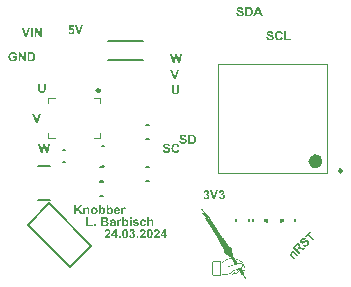
<source format=gto>
G04*
G04 #@! TF.GenerationSoftware,Altium Limited,Altium Designer,23.3.1 (30)*
G04*
G04 Layer_Color=16777215*
%FSLAX43Y43*%
%MOMM*%
G71*
G04*
G04 #@! TF.SameCoordinates,68B4457D-8A2E-4C3C-B976-16FA262DB654*
G04*
G04*
G04 #@! TF.FilePolarity,Positive*
G04*
G01*
G75*
%ADD10C,0.600*%
%ADD11C,0.250*%
%ADD12C,0.150*%
%ADD13C,0.100*%
G36*
X2155Y-7634D02*
X2160D01*
Y-7639D01*
X2165D01*
Y-7650D01*
X2171D01*
Y-7655D01*
X2176D01*
Y-7666D01*
X2181D01*
Y-7671D01*
X2187D01*
Y-7682D01*
X2192D01*
Y-7692D01*
X2197D01*
Y-7698D01*
X2203D01*
Y-7708D01*
X2208D01*
Y-7714D01*
X2213D01*
Y-7724D01*
X2218D01*
Y-7735D01*
X2224D01*
Y-7740D01*
X2229D01*
Y-7751D01*
X2234D01*
Y-7756D01*
X2240D01*
Y-7767D01*
X2245D01*
Y-7772D01*
X2250D01*
Y-7783D01*
X2256D01*
Y-7793D01*
X2261D01*
Y-7799D01*
X2266D01*
Y-7809D01*
X2272D01*
Y-7815D01*
X2277D01*
Y-7825D01*
X2282D01*
Y-7836D01*
X2288D01*
Y-7841D01*
X2293D01*
Y-7852D01*
X2298D01*
Y-7857D01*
X2304D01*
Y-7868D01*
X2309D01*
Y-7873D01*
X2314D01*
Y-7884D01*
X2320D01*
Y-7894D01*
X2325D01*
Y-7900D01*
X2330D01*
Y-7910D01*
X2335D01*
Y-7916D01*
X2341D01*
Y-7926D01*
X2335D01*
Y-7932D01*
X2325D01*
Y-7937D01*
X2320D01*
Y-7942D01*
X2309D01*
Y-7948D01*
X2304D01*
Y-7953D01*
X2293D01*
Y-7958D01*
X2282D01*
Y-7964D01*
X2277D01*
Y-7969D01*
X2272D01*
Y-7964D01*
X2266D01*
Y-7953D01*
X2261D01*
Y-7942D01*
X2256D01*
Y-7937D01*
X2250D01*
Y-7926D01*
X2245D01*
Y-7921D01*
X2240D01*
Y-7910D01*
X2234D01*
Y-7900D01*
X2229D01*
Y-7894D01*
X2224D01*
Y-7884D01*
X2218D01*
Y-7879D01*
X2213D01*
Y-7868D01*
X2208D01*
Y-7863D01*
X2203D01*
Y-7852D01*
X2197D01*
Y-7841D01*
X2192D01*
Y-7836D01*
X2187D01*
Y-7825D01*
X2181D01*
Y-7820D01*
X2176D01*
Y-7809D01*
X2171D01*
Y-7804D01*
X2165D01*
Y-7793D01*
X2160D01*
Y-7783D01*
X2155D01*
Y-7777D01*
X2149D01*
Y-7767D01*
X2144D01*
Y-7762D01*
X2139D01*
Y-7751D01*
X2133D01*
Y-7740D01*
X2128D01*
Y-7735D01*
X2123D01*
Y-7724D01*
X2117D01*
Y-7719D01*
X2112D01*
Y-7708D01*
X2107D01*
Y-7703D01*
X2101D01*
Y-7692D01*
X2096D01*
Y-7682D01*
X2091D01*
Y-7676D01*
X2086D01*
Y-7666D01*
X2096D01*
Y-7660D01*
X2101D01*
Y-7655D01*
X2112D01*
Y-7650D01*
X2123D01*
Y-7645D01*
X2128D01*
Y-7639D01*
X2139D01*
Y-7634D01*
X2144D01*
Y-7629D01*
X2155D01*
Y-7634D01*
D02*
G37*
G36*
X2463Y-7905D02*
X2484D01*
Y-7910D01*
X2495D01*
Y-7916D01*
X2500D01*
Y-7921D01*
X2506D01*
Y-7926D01*
X2511D01*
Y-7937D01*
X2516D01*
Y-7942D01*
X2511D01*
Y-7948D01*
X2490D01*
Y-7953D01*
X2484D01*
Y-7958D01*
X2474D01*
Y-7964D01*
X2463D01*
Y-7969D01*
X2458D01*
Y-7980D01*
X2447D01*
Y-7985D01*
X2442D01*
Y-7996D01*
X2447D01*
Y-8006D01*
X2452D01*
Y-8011D01*
X2458D01*
Y-8017D01*
X2463D01*
Y-8011D01*
X2474D01*
Y-8006D01*
X2484D01*
Y-8001D01*
X2490D01*
Y-7996D01*
X2500D01*
Y-7990D01*
X2506D01*
Y-7985D01*
X2516D01*
Y-7980D01*
X2527D01*
Y-7974D01*
X2538D01*
Y-7980D01*
X2543D01*
Y-7985D01*
X2548D01*
Y-7996D01*
X2554D01*
Y-8006D01*
X2559D01*
Y-8011D01*
X2564D01*
Y-8022D01*
X2569D01*
Y-8027D01*
X2575D01*
Y-8038D01*
X2564D01*
Y-8043D01*
X2559D01*
Y-8049D01*
X2548D01*
Y-8054D01*
X2543D01*
Y-8059D01*
X2532D01*
Y-8065D01*
X2527D01*
Y-8070D01*
X2516D01*
Y-8075D01*
X2506D01*
Y-8081D01*
X2500D01*
Y-8091D01*
X2506D01*
Y-8097D01*
X2511D01*
Y-8107D01*
X2516D01*
Y-8113D01*
X2522D01*
Y-8107D01*
X2532D01*
Y-8102D01*
X2538D01*
Y-8097D01*
X2548D01*
Y-8091D01*
X2559D01*
Y-8086D01*
X2564D01*
Y-8081D01*
X2575D01*
Y-8075D01*
X2580D01*
Y-8070D01*
X2591D01*
Y-8065D01*
X2596D01*
Y-8070D01*
X2601D01*
Y-8081D01*
X2607D01*
Y-8086D01*
X2612D01*
Y-8097D01*
X2617D01*
Y-8107D01*
X2623D01*
Y-8113D01*
X2628D01*
Y-8123D01*
X2633D01*
Y-8134D01*
X2623D01*
Y-8139D01*
X2617D01*
Y-8144D01*
X2607D01*
Y-8150D01*
X2596D01*
Y-8155D01*
X2591D01*
Y-8160D01*
X2580D01*
Y-8166D01*
X2575D01*
Y-8171D01*
X2564D01*
Y-8176D01*
X2559D01*
Y-8182D01*
X2564D01*
Y-8192D01*
X2569D01*
Y-8198D01*
X2575D01*
Y-8208D01*
X2580D01*
Y-8203D01*
X2601D01*
Y-8198D01*
X2607D01*
Y-8192D01*
X2617D01*
Y-8187D01*
X2623D01*
Y-8182D01*
X2633D01*
Y-8176D01*
X2639D01*
Y-8171D01*
X2649D01*
Y-8160D01*
X2655D01*
Y-8166D01*
X2660D01*
Y-8171D01*
X2665D01*
Y-8182D01*
X2671D01*
Y-8187D01*
X2676D01*
Y-8198D01*
X2681D01*
Y-8203D01*
X2687D01*
Y-8214D01*
X2692D01*
Y-8230D01*
X2681D01*
Y-8235D01*
X2671D01*
Y-8240D01*
X2665D01*
Y-8245D01*
X2655D01*
Y-8251D01*
X2649D01*
Y-8256D01*
X2639D01*
Y-8261D01*
X2633D01*
Y-8267D01*
X2623D01*
Y-8283D01*
X2628D01*
Y-8288D01*
X2633D01*
Y-8299D01*
X2639D01*
Y-8304D01*
X2649D01*
Y-8299D01*
X2655D01*
Y-8293D01*
X2665D01*
Y-8288D01*
X2676D01*
Y-8283D01*
X2681D01*
Y-8277D01*
X2692D01*
Y-8272D01*
X2697D01*
Y-8267D01*
X2708D01*
Y-8261D01*
X2718D01*
Y-8267D01*
X2724D01*
Y-8272D01*
X2729D01*
Y-8283D01*
X2734D01*
Y-8288D01*
X2740D01*
Y-8299D01*
X2745D01*
Y-8304D01*
X2750D01*
Y-8315D01*
X2756D01*
Y-8325D01*
X2750D01*
Y-8331D01*
X2740D01*
Y-8336D01*
X2734D01*
Y-8341D01*
X2724D01*
Y-8347D01*
X2713D01*
Y-8352D01*
X2702D01*
Y-8357D01*
X2692D01*
Y-8368D01*
X2681D01*
Y-8373D01*
X2687D01*
Y-8384D01*
X2692D01*
Y-8389D01*
X2697D01*
Y-8400D01*
X2708D01*
Y-8394D01*
X2713D01*
Y-8389D01*
X2724D01*
Y-8384D01*
X2729D01*
Y-8378D01*
X2740D01*
Y-8373D01*
X2750D01*
Y-8368D01*
X2756D01*
Y-8363D01*
X2766D01*
Y-8357D01*
X2772D01*
Y-8352D01*
X2777D01*
Y-8357D01*
X2782D01*
Y-8368D01*
X2788D01*
Y-8373D01*
X2793D01*
Y-8384D01*
X2798D01*
Y-8389D01*
X2804D01*
Y-8400D01*
X2809D01*
Y-8405D01*
X2814D01*
Y-8421D01*
X2809D01*
Y-8426D01*
X2798D01*
Y-8432D01*
X2788D01*
Y-8437D01*
X2782D01*
Y-8442D01*
X2772D01*
Y-8448D01*
X2766D01*
Y-8453D01*
X2756D01*
Y-8458D01*
X2750D01*
Y-8464D01*
X2740D01*
Y-8469D01*
X2729D01*
Y-8474D01*
X2724D01*
Y-8480D01*
X2713D01*
Y-8485D01*
X2708D01*
Y-8490D01*
X2697D01*
Y-8495D01*
X2687D01*
Y-8501D01*
X2681D01*
Y-8506D01*
X2671D01*
Y-8511D01*
X2665D01*
Y-8517D01*
X2655D01*
Y-8522D01*
X2649D01*
Y-8527D01*
X2639D01*
Y-8533D01*
X2628D01*
Y-8538D01*
X2623D01*
Y-8543D01*
X2612D01*
Y-8549D01*
X2607D01*
Y-8554D01*
X2596D01*
Y-8559D01*
X2585D01*
Y-8565D01*
X2580D01*
Y-8570D01*
X2569D01*
Y-8575D01*
X2564D01*
Y-8581D01*
X2554D01*
Y-8586D01*
X2548D01*
Y-8591D01*
X2538D01*
Y-8597D01*
X2527D01*
Y-8602D01*
X2522D01*
Y-8607D01*
X2511D01*
Y-8597D01*
X2506D01*
Y-8591D01*
X2500D01*
Y-8581D01*
X2495D01*
Y-8575D01*
X2490D01*
Y-8565D01*
X2484D01*
Y-8554D01*
X2479D01*
Y-8549D01*
X2474D01*
Y-8543D01*
X2479D01*
Y-8538D01*
X2490D01*
Y-8533D01*
X2495D01*
Y-8527D01*
X2506D01*
Y-8522D01*
X2511D01*
Y-8517D01*
X2522D01*
Y-8511D01*
X2527D01*
Y-8506D01*
X2538D01*
Y-8501D01*
X2548D01*
Y-8490D01*
X2543D01*
Y-8480D01*
X2538D01*
Y-8469D01*
X2522D01*
Y-8474D01*
X2511D01*
Y-8480D01*
X2506D01*
Y-8485D01*
X2495D01*
Y-8490D01*
X2490D01*
Y-8495D01*
X2479D01*
Y-8501D01*
X2474D01*
Y-8506D01*
X2463D01*
Y-8511D01*
X2458D01*
Y-8506D01*
X2447D01*
Y-8495D01*
X2442D01*
Y-8490D01*
X2437D01*
Y-8480D01*
X2431D01*
Y-8474D01*
X2426D01*
Y-8464D01*
X2421D01*
Y-8453D01*
X2415D01*
Y-8448D01*
X2421D01*
Y-8442D01*
X2431D01*
Y-8437D01*
X2437D01*
Y-8432D01*
X2447D01*
Y-8426D01*
X2452D01*
Y-8421D01*
X2463D01*
Y-8416D01*
X2474D01*
Y-8410D01*
X2479D01*
Y-8405D01*
X2490D01*
Y-8394D01*
X2484D01*
Y-8389D01*
X2479D01*
Y-8378D01*
X2474D01*
Y-8368D01*
X2463D01*
Y-8373D01*
X2452D01*
Y-8378D01*
X2447D01*
Y-8384D01*
X2437D01*
Y-8389D01*
X2431D01*
Y-8394D01*
X2421D01*
Y-8400D01*
X2410D01*
Y-8405D01*
X2405D01*
Y-8410D01*
X2389D01*
Y-8405D01*
X2383D01*
Y-8394D01*
X2378D01*
Y-8389D01*
X2373D01*
Y-8378D01*
X2367D01*
Y-8373D01*
X2362D01*
Y-8363D01*
X2357D01*
Y-8347D01*
X2373D01*
Y-8341D01*
X2378D01*
Y-8336D01*
X2389D01*
Y-8331D01*
X2399D01*
Y-8325D01*
X2405D01*
Y-8320D01*
X2415D01*
Y-8315D01*
X2421D01*
Y-8309D01*
X2426D01*
Y-8293D01*
X2421D01*
Y-8288D01*
X2415D01*
Y-8277D01*
X2410D01*
Y-8272D01*
X2405D01*
Y-8277D01*
X2399D01*
Y-8283D01*
X2389D01*
Y-8288D01*
X2378D01*
Y-8293D01*
X2373D01*
Y-8299D01*
X2362D01*
Y-8304D01*
X2357D01*
Y-8309D01*
X2346D01*
Y-8315D01*
X2341D01*
Y-8320D01*
X2330D01*
Y-8315D01*
X2325D01*
Y-8304D01*
X2320D01*
Y-8293D01*
X2314D01*
Y-8288D01*
X2309D01*
Y-8277D01*
X2304D01*
Y-8272D01*
X2298D01*
Y-8261D01*
X2293D01*
Y-8256D01*
X2298D01*
Y-8251D01*
X2304D01*
Y-8245D01*
X2314D01*
Y-8240D01*
X2320D01*
Y-8235D01*
X2330D01*
Y-8230D01*
X2335D01*
Y-8224D01*
X2346D01*
Y-8219D01*
X2357D01*
Y-8214D01*
X2362D01*
Y-8208D01*
X2367D01*
Y-8203D01*
X2362D01*
Y-8192D01*
X2357D01*
Y-8187D01*
X2351D01*
Y-8176D01*
X2346D01*
Y-8182D01*
X2341D01*
Y-8187D01*
X2330D01*
Y-8192D01*
X2325D01*
Y-8198D01*
X2314D01*
Y-8203D01*
X2304D01*
Y-8208D01*
X2298D01*
Y-8214D01*
X2288D01*
Y-8219D01*
X2282D01*
Y-8224D01*
X2272D01*
Y-8219D01*
X2266D01*
Y-8214D01*
X2261D01*
Y-8203D01*
X2256D01*
Y-8192D01*
X2250D01*
Y-8187D01*
X2245D01*
Y-8176D01*
X2240D01*
Y-8171D01*
X2234D01*
Y-8160D01*
X2240D01*
Y-8155D01*
X2245D01*
Y-8150D01*
X2256D01*
Y-8144D01*
X2261D01*
Y-8139D01*
X2272D01*
Y-8134D01*
X2282D01*
Y-8128D01*
X2288D01*
Y-8123D01*
X2298D01*
Y-8118D01*
X2304D01*
Y-8113D01*
X2309D01*
Y-8107D01*
X2304D01*
Y-8102D01*
X2298D01*
Y-8091D01*
X2293D01*
Y-8086D01*
X2272D01*
Y-8091D01*
X2261D01*
Y-8097D01*
X2256D01*
Y-8102D01*
X2245D01*
Y-8107D01*
X2240D01*
Y-8118D01*
X2224D01*
Y-8128D01*
X2213D01*
Y-8123D01*
X2208D01*
Y-8118D01*
X2203D01*
Y-8102D01*
X2197D01*
Y-8097D01*
X2203D01*
Y-8091D01*
X2197D01*
Y-8075D01*
X2203D01*
Y-8065D01*
X2208D01*
Y-8049D01*
X2213D01*
Y-8038D01*
X2224D01*
Y-8033D01*
X2229D01*
Y-8027D01*
X2240D01*
Y-8022D01*
X2250D01*
Y-8017D01*
X2256D01*
Y-8011D01*
X2266D01*
Y-8006D01*
X2272D01*
Y-8001D01*
X2282D01*
Y-7996D01*
X2288D01*
Y-7990D01*
X2298D01*
Y-7985D01*
X2309D01*
Y-7980D01*
X2314D01*
Y-7974D01*
X2325D01*
Y-7969D01*
X2330D01*
Y-7964D01*
X2341D01*
Y-7958D01*
X2351D01*
Y-7953D01*
X2357D01*
Y-7948D01*
X2367D01*
Y-7942D01*
X2373D01*
Y-7937D01*
X2383D01*
Y-7932D01*
X2389D01*
Y-7926D01*
X2399D01*
Y-7921D01*
X2410D01*
Y-7916D01*
X2415D01*
Y-7910D01*
X2426D01*
Y-7905D01*
X2442D01*
Y-7900D01*
X2463D01*
Y-7905D01*
D02*
G37*
G36*
X2830Y-8442D02*
X2835D01*
Y-8448D01*
X2841D01*
Y-8458D01*
X2846D01*
Y-8469D01*
X2851D01*
Y-8474D01*
X2857D01*
Y-8485D01*
X2862D01*
Y-8490D01*
X2867D01*
Y-8501D01*
X2873D01*
Y-8506D01*
X2878D01*
Y-8517D01*
X2883D01*
Y-8527D01*
X2889D01*
Y-8533D01*
X2894D01*
Y-8543D01*
X2899D01*
Y-8549D01*
X2905D01*
Y-8559D01*
X2910D01*
Y-8565D01*
X2915D01*
Y-8575D01*
X2921D01*
Y-8586D01*
X2926D01*
Y-8591D01*
X2931D01*
Y-8602D01*
X2936D01*
Y-8607D01*
X2942D01*
Y-8618D01*
X2947D01*
Y-8628D01*
X2952D01*
Y-8634D01*
X2958D01*
Y-8644D01*
X2963D01*
Y-8650D01*
X2968D01*
Y-8660D01*
X2974D01*
Y-8666D01*
X2979D01*
Y-8676D01*
X2984D01*
Y-8687D01*
X2990D01*
Y-8692D01*
X2995D01*
Y-8703D01*
X3000D01*
Y-8708D01*
X3006D01*
Y-8719D01*
X3011D01*
Y-8729D01*
X3016D01*
Y-8735D01*
X3022D01*
Y-8745D01*
X3027D01*
Y-8751D01*
X3032D01*
Y-8761D01*
X3038D01*
Y-8767D01*
X3043D01*
Y-8777D01*
X3048D01*
Y-8788D01*
X3053D01*
Y-8793D01*
X3059D01*
Y-8804D01*
X3064D01*
Y-8809D01*
X3069D01*
Y-8820D01*
X3075D01*
Y-8831D01*
X3080D01*
Y-8836D01*
X3085D01*
Y-8846D01*
X3091D01*
Y-8852D01*
X3096D01*
Y-8862D01*
X3101D01*
Y-8868D01*
X3107D01*
Y-8878D01*
X3112D01*
Y-8889D01*
X3117D01*
Y-8894D01*
X3123D01*
Y-8905D01*
X3128D01*
Y-8910D01*
X3133D01*
Y-8921D01*
X3139D01*
Y-8926D01*
X3144D01*
Y-8937D01*
X3149D01*
Y-8948D01*
X3155D01*
Y-8953D01*
X3160D01*
Y-8964D01*
X3165D01*
Y-8969D01*
X3170D01*
Y-8979D01*
X3176D01*
Y-8990D01*
X3181D01*
Y-8995D01*
X3186D01*
Y-9006D01*
X3192D01*
Y-9011D01*
X3197D01*
Y-9022D01*
X3202D01*
Y-9027D01*
X3208D01*
Y-9038D01*
X3213D01*
Y-9049D01*
X3218D01*
Y-9054D01*
X3224D01*
Y-9065D01*
X3229D01*
Y-9070D01*
X3234D01*
Y-9081D01*
X3240D01*
Y-9091D01*
X3245D01*
Y-9096D01*
X3250D01*
Y-9107D01*
X3256D01*
Y-9112D01*
X3261D01*
Y-9123D01*
X3266D01*
Y-9128D01*
X3272D01*
Y-9139D01*
X3277D01*
Y-9150D01*
X3282D01*
Y-9155D01*
X3287D01*
Y-9166D01*
X3293D01*
Y-9171D01*
X3298D01*
Y-9182D01*
X3303D01*
Y-9192D01*
X3309D01*
Y-9198D01*
X3314D01*
Y-9208D01*
X3319D01*
Y-9213D01*
X3325D01*
Y-9224D01*
X3330D01*
Y-9229D01*
X3335D01*
Y-9240D01*
X3341D01*
Y-9251D01*
X3346D01*
Y-9256D01*
X3351D01*
Y-9267D01*
X3357D01*
Y-9272D01*
X3362D01*
Y-9283D01*
X3367D01*
Y-9288D01*
X3373D01*
Y-9299D01*
X3378D01*
Y-9309D01*
X3383D01*
Y-9315D01*
X3389D01*
Y-9325D01*
X3394D01*
Y-9330D01*
X3399D01*
Y-9341D01*
X3405D01*
Y-9352D01*
X3410D01*
Y-9357D01*
X3415D01*
Y-9368D01*
X3420D01*
Y-9373D01*
X3426D01*
Y-9384D01*
X3431D01*
Y-9389D01*
X3436D01*
Y-9400D01*
X3442D01*
Y-9410D01*
X3447D01*
Y-9416D01*
X3452D01*
Y-9426D01*
X3458D01*
Y-9432D01*
X3463D01*
Y-9442D01*
X3468D01*
Y-9453D01*
X3474D01*
Y-9458D01*
X3479D01*
Y-9469D01*
X3484D01*
Y-9474D01*
X3490D01*
Y-9485D01*
X3495D01*
Y-9490D01*
X3500D01*
Y-9501D01*
X3506D01*
Y-9511D01*
X3511D01*
Y-9517D01*
X3516D01*
Y-9527D01*
X3522D01*
Y-9533D01*
X3527D01*
Y-9543D01*
X3532D01*
Y-9554D01*
X3537D01*
Y-9559D01*
X3543D01*
Y-9570D01*
X3548D01*
Y-9575D01*
X3553D01*
Y-9586D01*
X3559D01*
Y-9591D01*
X3564D01*
Y-9602D01*
X3569D01*
Y-9612D01*
X3575D01*
Y-9618D01*
X3580D01*
Y-9628D01*
X3585D01*
Y-9634D01*
X3591D01*
Y-9644D01*
X3596D01*
Y-9650D01*
X3601D01*
Y-9660D01*
X3607D01*
Y-9671D01*
X3612D01*
Y-9676D01*
X3617D01*
Y-9687D01*
X3623D01*
Y-9692D01*
X3628D01*
Y-9703D01*
X3633D01*
Y-9713D01*
X3639D01*
Y-9719D01*
X3644D01*
Y-9729D01*
X3649D01*
Y-9735D01*
X3654D01*
Y-9745D01*
X3660D01*
Y-9751D01*
X3665D01*
Y-9761D01*
X3670D01*
Y-9772D01*
X3676D01*
Y-9777D01*
X3681D01*
Y-9788D01*
X3686D01*
Y-9793D01*
X3692D01*
Y-9804D01*
X3697D01*
Y-9814D01*
X3702D01*
Y-9820D01*
X3708D01*
Y-9830D01*
X3713D01*
Y-9836D01*
X3718D01*
Y-9846D01*
X3724D01*
Y-9852D01*
X3729D01*
Y-9862D01*
X3734D01*
Y-9873D01*
X3740D01*
Y-9878D01*
X3745D01*
Y-9889D01*
X3750D01*
Y-9894D01*
X3756D01*
Y-9905D01*
X3761D01*
Y-9916D01*
X3766D01*
Y-9921D01*
X3771D01*
Y-9931D01*
X3777D01*
Y-9937D01*
X3782D01*
Y-9947D01*
X3787D01*
Y-9953D01*
X3793D01*
Y-9963D01*
X3798D01*
Y-9974D01*
X3803D01*
Y-9979D01*
X3809D01*
Y-9990D01*
X3814D01*
Y-9995D01*
X3819D01*
Y-10006D01*
X3825D01*
Y-10011D01*
X3830D01*
Y-10022D01*
X3835D01*
Y-10033D01*
X3841D01*
Y-10038D01*
X3846D01*
Y-10048D01*
X3851D01*
Y-10054D01*
X3857D01*
Y-10064D01*
X3862D01*
Y-10075D01*
X3867D01*
Y-10080D01*
X3873D01*
Y-10091D01*
X3878D01*
Y-10096D01*
X3883D01*
Y-10107D01*
X3888D01*
Y-10112D01*
X3894D01*
Y-10123D01*
X3899D01*
Y-10134D01*
X3904D01*
Y-10139D01*
X3910D01*
Y-10150D01*
X3915D01*
Y-10155D01*
X3936D01*
Y-10160D01*
X3958D01*
Y-10165D01*
X3979D01*
Y-10171D01*
X3995D01*
Y-10176D01*
X4005D01*
Y-10181D01*
X4011D01*
Y-10187D01*
X4016D01*
Y-10197D01*
X4021D01*
Y-10208D01*
X4027D01*
Y-10213D01*
X4032D01*
Y-10224D01*
X4037D01*
Y-10229D01*
X4043D01*
Y-10240D01*
X4048D01*
Y-10245D01*
X4053D01*
Y-10256D01*
X4059D01*
Y-10267D01*
X4064D01*
Y-10272D01*
X4069D01*
Y-10282D01*
X4075D01*
Y-10288D01*
X4080D01*
Y-10298D01*
X4085D01*
Y-10309D01*
X4091D01*
Y-10314D01*
X4096D01*
Y-10325D01*
X4101D01*
Y-10330D01*
X4107D01*
Y-10341D01*
X4112D01*
Y-10346D01*
X4117D01*
Y-10357D01*
X4122D01*
Y-10368D01*
X4128D01*
Y-10373D01*
X4133D01*
Y-10384D01*
X4138D01*
Y-10389D01*
X4144D01*
Y-10399D01*
X4149D01*
Y-10410D01*
X4154D01*
Y-10415D01*
X4160D01*
Y-10426D01*
X4165D01*
Y-10431D01*
X4170D01*
Y-10442D01*
X4176D01*
Y-10447D01*
X4181D01*
Y-10458D01*
X4186D01*
Y-10469D01*
X4192D01*
Y-10474D01*
X4197D01*
Y-10485D01*
X4202D01*
Y-10490D01*
X4208D01*
Y-10501D01*
X4213D01*
Y-10506D01*
X4218D01*
Y-10517D01*
X4224D01*
Y-10527D01*
X4229D01*
Y-10532D01*
X4234D01*
Y-10543D01*
X4240D01*
Y-10548D01*
X4245D01*
Y-10559D01*
X4250D01*
Y-10570D01*
X4255D01*
Y-10575D01*
X4261D01*
Y-10586D01*
X4266D01*
Y-10591D01*
X4271D01*
Y-10602D01*
X4277D01*
Y-10607D01*
X4282D01*
Y-10618D01*
X4287D01*
Y-10623D01*
Y-10628D01*
X4293D01*
Y-10634D01*
X4298D01*
Y-10644D01*
X4303D01*
Y-10649D01*
X4309D01*
Y-10660D01*
X4314D01*
Y-10671D01*
X4319D01*
Y-10676D01*
X4325D01*
Y-10687D01*
X4330D01*
Y-10692D01*
X4335D01*
Y-10703D01*
X4341D01*
Y-10708D01*
X4346D01*
Y-10719D01*
X4351D01*
Y-10729D01*
X4357D01*
Y-10735D01*
X4362D01*
Y-10745D01*
X4367D01*
Y-10751D01*
X4372D01*
Y-10761D01*
X4378D01*
Y-10772D01*
X4383D01*
Y-10777D01*
X4388D01*
Y-10788D01*
X4394D01*
Y-10793D01*
X4399D01*
Y-10804D01*
X4404D01*
Y-10809D01*
X4410D01*
Y-10820D01*
X4415D01*
Y-10830D01*
X4420D01*
Y-10836D01*
X4426D01*
Y-10846D01*
X4431D01*
Y-10852D01*
X4436D01*
Y-10862D01*
X4442D01*
Y-10868D01*
X4447D01*
Y-10878D01*
X4452D01*
Y-10889D01*
X4458D01*
Y-10894D01*
X4463D01*
Y-10905D01*
X4468D01*
Y-10910D01*
X4474D01*
Y-10915D01*
X4489D01*
Y-10921D01*
X4511D01*
Y-10926D01*
X4537D01*
Y-10931D01*
X4559D01*
Y-10937D01*
X4580D01*
Y-10942D01*
X4606D01*
Y-10947D01*
X4628D01*
Y-10953D01*
X4654D01*
Y-10958D01*
X4665D01*
Y-10963D01*
X4670D01*
Y-10974D01*
X4676D01*
Y-10979D01*
X4681D01*
Y-10990D01*
X4686D01*
Y-11000D01*
X4692D01*
Y-11006D01*
X4697D01*
Y-11016D01*
X4702D01*
Y-11022D01*
X4708D01*
Y-11032D01*
X4713D01*
Y-11059D01*
X4708D01*
Y-11080D01*
X4702D01*
Y-11107D01*
X4697D01*
Y-11133D01*
X4692D01*
Y-11139D01*
X4697D01*
Y-11144D01*
X4702D01*
Y-11155D01*
X4708D01*
Y-11160D01*
X4713D01*
Y-11171D01*
X4718D01*
Y-11176D01*
X4723D01*
Y-11187D01*
X4729D01*
Y-11197D01*
X4734D01*
Y-11203D01*
X4739D01*
Y-11213D01*
X4745D01*
Y-11219D01*
X4750D01*
Y-11229D01*
X4755D01*
Y-11245D01*
X4750D01*
Y-11266D01*
X4745D01*
Y-11293D01*
X4739D01*
Y-11320D01*
X4734D01*
Y-11341D01*
X4729D01*
Y-11362D01*
X4734D01*
Y-11373D01*
X4739D01*
Y-11383D01*
X4745D01*
Y-11389D01*
X4750D01*
Y-11399D01*
X4755D01*
Y-11405D01*
X4761D01*
Y-11415D01*
X4766D01*
Y-11421D01*
X4771D01*
Y-11431D01*
X4777D01*
Y-11442D01*
X4782D01*
Y-11447D01*
X4787D01*
Y-11458D01*
X4793D01*
Y-11474D01*
X4787D01*
Y-11490D01*
X4782D01*
Y-11506D01*
X4777D01*
Y-11527D01*
X4771D01*
Y-11548D01*
X4766D01*
Y-11580D01*
X4761D01*
Y-11596D01*
X4766D01*
Y-11601D01*
X4771D01*
Y-11612D01*
X4777D01*
Y-11617D01*
X4782D01*
Y-11628D01*
X4787D01*
Y-11633D01*
X4793D01*
Y-11644D01*
X4798D01*
Y-11655D01*
X4803D01*
Y-11660D01*
X4809D01*
Y-11671D01*
X4814D01*
Y-11676D01*
X4819D01*
Y-11687D01*
X4825D01*
Y-11692D01*
X4830D01*
Y-11703D01*
X4835D01*
Y-11713D01*
X4840D01*
Y-11718D01*
X4846D01*
Y-11729D01*
X4851D01*
Y-11734D01*
X4856D01*
Y-11745D01*
X4862D01*
Y-11756D01*
X4867D01*
Y-11761D01*
X4872D01*
Y-11772D01*
X4878D01*
Y-11777D01*
X4883D01*
Y-11788D01*
X4888D01*
Y-11793D01*
X4894D01*
Y-11804D01*
X4899D01*
Y-11814D01*
X4904D01*
Y-11820D01*
X4910D01*
Y-11830D01*
X4915D01*
Y-11835D01*
X4920D01*
Y-11846D01*
X4926D01*
Y-11857D01*
X4931D01*
Y-11862D01*
X4936D01*
Y-11873D01*
X4942D01*
Y-11878D01*
X4947D01*
Y-11889D01*
X4984D01*
Y-11894D01*
X5011D01*
Y-11899D01*
X5032D01*
Y-11905D01*
X5059D01*
Y-11910D01*
X5080D01*
Y-11921D01*
X5106D01*
Y-11926D01*
X5122D01*
Y-11931D01*
X5144D01*
Y-11937D01*
X5160D01*
Y-11942D01*
X5176D01*
Y-11947D01*
X5192D01*
Y-11953D01*
X5207D01*
Y-11958D01*
X5223D01*
Y-11963D01*
X5239D01*
Y-11968D01*
X5250D01*
Y-11974D01*
X5266D01*
Y-11979D01*
X5277D01*
Y-11984D01*
X5293D01*
Y-11990D01*
X5303D01*
Y-11995D01*
X5314D01*
Y-12000D01*
X5324D01*
Y-12006D01*
X5335D01*
Y-12011D01*
X5346D01*
Y-12016D01*
X5356D01*
Y-12022D01*
X5367D01*
Y-12027D01*
X5378D01*
Y-12032D01*
X5388D01*
Y-12038D01*
X5399D01*
Y-12043D01*
X5410D01*
Y-12048D01*
X5415D01*
Y-12054D01*
X5426D01*
Y-12059D01*
X5436D01*
Y-12064D01*
X5441D01*
Y-12070D01*
X5452D01*
Y-12075D01*
X5463D01*
Y-12080D01*
X5468D01*
Y-12085D01*
X5479D01*
Y-12091D01*
X5484D01*
Y-12096D01*
X5495D01*
Y-12101D01*
X5500D01*
Y-12107D01*
X5505D01*
Y-12112D01*
X5511D01*
Y-12117D01*
X5521D01*
Y-12123D01*
X5527D01*
Y-12128D01*
X5532D01*
Y-12133D01*
X5543D01*
Y-12139D01*
X5548D01*
Y-12144D01*
X5558D01*
Y-12155D01*
X5564D01*
Y-12160D01*
X5569D01*
Y-12165D01*
X5580D01*
Y-12171D01*
X5585D01*
Y-12176D01*
X5590D01*
Y-12181D01*
X5596D01*
Y-12192D01*
X5601D01*
Y-12197D01*
X5606D01*
Y-12202D01*
X5612D01*
Y-12208D01*
X5617D01*
Y-12213D01*
X5622D01*
Y-12218D01*
X5628D01*
Y-12224D01*
X5633D01*
Y-12234D01*
X5638D01*
Y-12240D01*
X5644D01*
Y-12245D01*
X5649D01*
Y-12256D01*
X5654D01*
Y-12261D01*
X5660D01*
Y-12272D01*
X5665D01*
Y-12277D01*
X5670D01*
Y-12288D01*
X5676D01*
Y-12293D01*
X5681D01*
Y-12309D01*
X5686D01*
Y-12314D01*
X5691D01*
Y-12330D01*
X5697D01*
Y-12341D01*
X5702D01*
Y-12357D01*
X5707D01*
Y-12367D01*
X5713D01*
Y-12378D01*
X5718D01*
Y-12394D01*
X5723D01*
Y-12410D01*
X5729D01*
Y-12421D01*
X5734D01*
Y-12436D01*
X5739D01*
Y-12452D01*
X5745D01*
Y-12463D01*
X5750D01*
Y-12474D01*
X5755D01*
Y-12490D01*
X5761D01*
Y-12506D01*
X5766D01*
Y-12516D01*
X5771D01*
Y-12532D01*
X5777D01*
Y-12543D01*
X5782D01*
Y-12559D01*
X5787D01*
Y-12575D01*
X5793D01*
Y-12585D01*
X5798D01*
Y-12596D01*
X5803D01*
Y-12612D01*
X5808D01*
Y-12628D01*
X5814D01*
Y-12639D01*
X5819D01*
Y-12649D01*
X5824D01*
Y-12665D01*
X5830D01*
Y-12681D01*
X5835D01*
Y-12692D01*
X5840D01*
Y-12708D01*
X5846D01*
Y-12718D01*
X5851D01*
Y-12745D01*
X5856D01*
Y-12788D01*
X5851D01*
Y-12814D01*
X5846D01*
Y-12825D01*
X5840D01*
Y-12841D01*
X5835D01*
Y-12851D01*
X5830D01*
Y-12857D01*
X5824D01*
Y-12867D01*
X5819D01*
Y-12873D01*
X5814D01*
Y-12883D01*
X5808D01*
Y-12889D01*
X5803D01*
Y-12894D01*
X5798D01*
Y-12899D01*
X5793D01*
Y-12905D01*
X5782D01*
Y-12910D01*
X5777D01*
Y-12915D01*
X5771D01*
Y-12920D01*
X5761D01*
Y-12926D01*
X5750D01*
Y-12931D01*
X5739D01*
Y-12936D01*
X5723D01*
Y-12942D01*
X5676D01*
Y-12936D01*
X5644D01*
Y-12931D01*
X5628D01*
Y-12926D01*
X5617D01*
Y-12920D01*
X5606D01*
Y-12931D01*
X5612D01*
Y-12942D01*
X5617D01*
Y-12947D01*
X5622D01*
Y-12958D01*
X5628D01*
Y-12963D01*
X5633D01*
Y-12974D01*
X5638D01*
Y-12979D01*
X5644D01*
Y-12990D01*
X5649D01*
Y-13000D01*
X5654D01*
Y-13006D01*
X5660D01*
Y-13016D01*
X5665D01*
Y-13022D01*
X5670D01*
Y-13032D01*
X5676D01*
Y-13043D01*
X5681D01*
Y-13048D01*
X5686D01*
Y-13059D01*
X5691D01*
Y-13064D01*
X5697D01*
Y-13075D01*
X5702D01*
Y-13080D01*
X5707D01*
Y-13091D01*
X5713D01*
Y-13101D01*
X5718D01*
Y-13107D01*
X5723D01*
Y-13117D01*
X5729D01*
Y-13123D01*
X5734D01*
Y-13133D01*
X5739D01*
Y-13139D01*
X5745D01*
Y-13149D01*
X5750D01*
Y-13165D01*
X5745D01*
Y-13170D01*
X5734D01*
Y-13176D01*
X5729D01*
Y-13181D01*
X5718D01*
Y-13186D01*
X5707D01*
Y-13192D01*
X5702D01*
Y-13197D01*
X5691D01*
Y-13202D01*
X5686D01*
Y-13218D01*
X5691D01*
Y-13224D01*
X5697D01*
Y-13234D01*
X5702D01*
Y-13240D01*
X5707D01*
Y-13250D01*
X5713D01*
Y-13261D01*
X5718D01*
Y-13266D01*
X5723D01*
Y-13277D01*
X5729D01*
Y-13282D01*
X5734D01*
Y-13293D01*
X5739D01*
Y-13298D01*
X5745D01*
Y-13309D01*
X5750D01*
Y-13319D01*
X5755D01*
Y-13325D01*
X5761D01*
Y-13335D01*
X5766D01*
Y-13341D01*
X5771D01*
Y-13351D01*
X5777D01*
Y-13357D01*
X5782D01*
Y-13367D01*
X5787D01*
Y-13378D01*
X5793D01*
Y-13383D01*
X5798D01*
Y-13394D01*
X5803D01*
Y-13399D01*
X5808D01*
Y-13410D01*
X5814D01*
Y-13420D01*
X5819D01*
Y-13426D01*
X5824D01*
Y-13436D01*
X5830D01*
Y-13442D01*
X5835D01*
Y-13452D01*
X5840D01*
Y-13458D01*
X5846D01*
Y-13468D01*
X5851D01*
Y-13479D01*
X5856D01*
Y-13484D01*
X5862D01*
Y-13495D01*
X5867D01*
Y-13500D01*
X5872D01*
Y-13511D01*
X5878D01*
Y-13521D01*
X5883D01*
Y-13527D01*
X5888D01*
Y-13537D01*
X5894D01*
Y-13543D01*
X5899D01*
Y-13548D01*
X5894D01*
Y-13553D01*
X5899D01*
Y-13564D01*
X5904D01*
Y-13569D01*
X5910D01*
Y-13580D01*
X5915D01*
Y-13585D01*
X5920D01*
Y-13591D01*
X5915D01*
Y-13596D01*
X5920D01*
Y-13607D01*
X5925D01*
Y-13617D01*
X5931D01*
Y-13633D01*
X5936D01*
Y-13644D01*
X5941D01*
Y-13649D01*
X5936D01*
Y-13654D01*
X5941D01*
Y-13660D01*
X5947D01*
Y-13676D01*
X5952D01*
Y-13697D01*
X5957D01*
Y-13702D01*
X5952D01*
Y-13708D01*
X5947D01*
Y-13702D01*
X5936D01*
Y-13697D01*
X5931D01*
Y-13692D01*
X5920D01*
Y-13681D01*
X5915D01*
Y-13676D01*
X5904D01*
Y-13665D01*
X5899D01*
Y-13660D01*
X5888D01*
Y-13649D01*
X5883D01*
Y-13644D01*
X5872D01*
Y-13633D01*
X5867D01*
Y-13628D01*
X5862D01*
Y-13617D01*
X5856D01*
Y-13612D01*
X5846D01*
Y-13601D01*
X5840D01*
Y-13596D01*
X5835D01*
Y-13585D01*
X5830D01*
Y-13580D01*
X5824D01*
Y-13569D01*
X5819D01*
Y-13564D01*
X5808D01*
Y-13553D01*
X5803D01*
Y-13548D01*
X5798D01*
Y-13537D01*
X5793D01*
Y-13527D01*
X5787D01*
Y-13521D01*
X5782D01*
Y-13511D01*
X5777D01*
Y-13506D01*
X5771D01*
Y-13495D01*
X5766D01*
Y-13490D01*
X5761D01*
Y-13479D01*
X5755D01*
Y-13468D01*
X5750D01*
Y-13463D01*
X5745D01*
Y-13452D01*
X5739D01*
Y-13447D01*
X5734D01*
Y-13436D01*
X5729D01*
Y-13426D01*
X5723D01*
Y-13420D01*
X5718D01*
Y-13410D01*
X5713D01*
Y-13404D01*
X5707D01*
Y-13394D01*
X5702D01*
Y-13389D01*
X5697D01*
Y-13378D01*
X5691D01*
Y-13367D01*
X5686D01*
Y-13362D01*
X5681D01*
Y-13351D01*
X5676D01*
Y-13346D01*
X5670D01*
Y-13335D01*
X5665D01*
Y-13325D01*
X5660D01*
Y-13319D01*
X5654D01*
Y-13309D01*
X5649D01*
Y-13303D01*
X5644D01*
Y-13293D01*
X5638D01*
Y-13287D01*
X5633D01*
Y-13277D01*
X5628D01*
Y-13266D01*
X5622D01*
Y-13261D01*
X5617D01*
Y-13250D01*
X5606D01*
Y-13256D01*
X5601D01*
Y-13261D01*
X5590D01*
Y-13266D01*
X5585D01*
Y-13271D01*
X5574D01*
Y-13277D01*
X5569D01*
Y-13282D01*
X5558D01*
Y-13287D01*
X5548D01*
Y-13293D01*
X5543D01*
Y-13282D01*
X5537D01*
Y-13277D01*
X5532D01*
Y-13266D01*
X5527D01*
Y-13256D01*
X5521D01*
Y-13250D01*
X5516D01*
Y-13240D01*
X5511D01*
Y-13234D01*
X5505D01*
Y-13224D01*
X5500D01*
Y-13218D01*
X5495D01*
Y-13208D01*
X5489D01*
Y-13197D01*
X5484D01*
Y-13192D01*
X5479D01*
Y-13181D01*
X5473D01*
Y-13176D01*
X5468D01*
Y-13165D01*
X5463D01*
Y-13154D01*
X5457D01*
Y-13149D01*
X5452D01*
Y-13139D01*
X5447D01*
Y-13133D01*
X5441D01*
Y-13123D01*
X5436D01*
Y-13117D01*
X5431D01*
Y-13107D01*
X5426D01*
Y-13096D01*
X5420D01*
Y-13091D01*
X5415D01*
Y-13080D01*
X5410D01*
Y-13075D01*
X5404D01*
Y-13064D01*
X5399D01*
Y-13053D01*
X5394D01*
Y-13048D01*
X5351D01*
Y-13053D01*
X5298D01*
Y-13048D01*
X5277D01*
Y-13043D01*
X5271D01*
Y-13037D01*
X5266D01*
Y-13027D01*
X5261D01*
Y-13022D01*
X5229D01*
Y-13027D01*
X5223D01*
Y-13037D01*
X5218D01*
Y-13048D01*
X5213D01*
Y-13059D01*
X5207D01*
Y-13075D01*
X5202D01*
Y-13091D01*
X5197D01*
Y-13101D01*
X5192D01*
Y-13112D01*
X5186D01*
Y-13117D01*
X5181D01*
Y-13128D01*
X5176D01*
Y-13133D01*
X5165D01*
Y-13139D01*
X5160D01*
Y-13144D01*
X5149D01*
Y-13149D01*
X5144D01*
Y-13154D01*
X5138D01*
Y-13160D01*
X5128D01*
Y-13165D01*
X5117D01*
Y-13170D01*
X5106D01*
Y-13176D01*
X5090D01*
Y-13181D01*
X5059D01*
Y-13186D01*
X5016D01*
Y-13181D01*
X4984D01*
Y-13176D01*
X4968D01*
Y-13170D01*
X4958D01*
Y-13165D01*
X4947D01*
Y-13160D01*
X4936D01*
Y-13154D01*
X4931D01*
Y-13149D01*
X4926D01*
Y-13144D01*
X4915D01*
Y-13139D01*
X4910D01*
Y-13133D01*
X4904D01*
Y-13128D01*
X4899D01*
Y-13133D01*
X4894D01*
Y-13139D01*
X4888D01*
Y-13149D01*
X4883D01*
Y-13160D01*
X4878D01*
Y-13165D01*
X4872D01*
Y-13170D01*
X4867D01*
Y-13176D01*
X4862D01*
Y-13181D01*
X4856D01*
Y-13186D01*
X4851D01*
Y-13192D01*
X4840D01*
Y-13197D01*
X4835D01*
Y-13202D01*
X4830D01*
Y-13208D01*
X4819D01*
Y-13213D01*
X4809D01*
Y-13218D01*
X4798D01*
Y-13224D01*
X4782D01*
Y-13229D01*
X4750D01*
Y-13234D01*
X4702D01*
Y-13229D01*
X4676D01*
Y-13224D01*
X4665D01*
Y-13218D01*
X4649D01*
Y-13213D01*
X4638D01*
Y-13208D01*
X4633D01*
Y-13202D01*
X4622D01*
Y-13197D01*
X4617D01*
Y-13192D01*
X4612D01*
Y-13186D01*
X4606D01*
Y-13181D01*
X4596D01*
Y-13176D01*
X4591D01*
Y-13165D01*
X4585D01*
Y-13160D01*
X4580D01*
Y-13154D01*
X4575D01*
Y-13144D01*
X4569D01*
Y-13139D01*
X4564D01*
Y-13144D01*
X4553D01*
Y-13149D01*
X4543D01*
Y-13154D01*
X4537D01*
Y-13160D01*
X4527D01*
Y-13165D01*
X4516D01*
Y-13170D01*
X4505D01*
Y-13176D01*
X4495D01*
Y-13181D01*
X4484D01*
Y-13186D01*
X4468D01*
Y-13192D01*
X4458D01*
Y-13197D01*
X4442D01*
Y-13202D01*
X4426D01*
Y-13208D01*
X4415D01*
Y-13213D01*
X4399D01*
Y-13218D01*
X4378D01*
Y-13224D01*
X4357D01*
Y-13229D01*
X4341D01*
Y-13234D01*
X4314D01*
Y-13240D01*
X4287D01*
Y-13245D01*
X4255D01*
Y-13250D01*
X4202D01*
Y-13256D01*
X4016D01*
Y-13250D01*
X3963D01*
Y-13245D01*
X3931D01*
Y-13240D01*
X3899D01*
Y-13234D01*
X3873D01*
Y-13229D01*
X3851D01*
Y-13224D01*
X3830D01*
Y-13218D01*
X3809D01*
Y-13213D01*
X3787D01*
Y-13250D01*
X3782D01*
Y-13266D01*
X3777D01*
Y-13277D01*
X3771D01*
Y-13287D01*
X3766D01*
Y-13293D01*
X3761D01*
Y-13298D01*
X3756D01*
Y-13303D01*
X3750D01*
Y-13309D01*
X3745D01*
Y-13314D01*
X3740D01*
Y-13319D01*
X3729D01*
Y-13325D01*
X3713D01*
Y-13330D01*
X3101D01*
Y-13325D01*
X3085D01*
Y-13319D01*
X3075D01*
Y-13314D01*
X3069D01*
Y-13309D01*
X3059D01*
Y-13303D01*
X3053D01*
Y-13293D01*
X3048D01*
Y-13287D01*
X3043D01*
Y-13277D01*
X3038D01*
Y-13266D01*
X3032D01*
Y-13245D01*
X3027D01*
Y-12187D01*
X3032D01*
Y-12171D01*
X3038D01*
Y-12155D01*
X3043D01*
Y-12149D01*
X3048D01*
Y-12139D01*
X3053D01*
Y-12133D01*
X3059D01*
Y-12128D01*
X3069D01*
Y-12123D01*
X3075D01*
Y-12117D01*
X3085D01*
Y-12112D01*
X3101D01*
Y-12107D01*
X3718D01*
Y-12112D01*
X3729D01*
Y-12117D01*
X3734D01*
Y-12123D01*
X3745D01*
Y-12128D01*
X3756D01*
Y-12139D01*
X3766D01*
Y-12149D01*
X3771D01*
Y-12160D01*
X3777D01*
Y-12171D01*
X3782D01*
Y-12192D01*
X3787D01*
Y-12234D01*
X3798D01*
Y-12229D01*
X3809D01*
Y-12224D01*
X3814D01*
Y-12218D01*
X3819D01*
Y-12213D01*
X3830D01*
Y-12208D01*
X3835D01*
Y-12202D01*
X3841D01*
Y-12197D01*
X3851D01*
Y-12192D01*
X3857D01*
Y-12187D01*
X3867D01*
Y-12181D01*
X3873D01*
Y-12176D01*
X3878D01*
Y-12171D01*
X3888D01*
Y-12165D01*
X3894D01*
Y-12160D01*
X3904D01*
Y-12155D01*
X3915D01*
Y-12149D01*
X3920D01*
Y-12144D01*
X3926D01*
Y-12139D01*
X3936D01*
Y-12133D01*
X3942D01*
Y-12128D01*
X3952D01*
Y-12123D01*
X3958D01*
Y-12117D01*
X3968D01*
Y-12112D01*
X3974D01*
Y-12107D01*
X3984D01*
Y-12101D01*
X3990D01*
Y-12096D01*
X4000D01*
Y-12091D01*
X4005D01*
Y-12085D01*
X4016D01*
Y-12080D01*
X4021D01*
Y-12075D01*
X4032D01*
Y-12070D01*
X4043D01*
Y-12064D01*
X4048D01*
Y-12059D01*
X4053D01*
Y-12054D01*
X4064D01*
Y-12048D01*
X4075D01*
Y-12043D01*
X4080D01*
Y-12038D01*
X4091D01*
Y-12032D01*
X4101D01*
Y-12027D01*
X4107D01*
Y-12022D01*
X4117D01*
Y-12016D01*
X4128D01*
Y-12011D01*
X4133D01*
Y-12006D01*
X4144D01*
Y-12000D01*
X4154D01*
Y-11995D01*
X4160D01*
Y-11990D01*
X4170D01*
Y-11984D01*
X4181D01*
Y-11979D01*
X4192D01*
Y-11974D01*
X4197D01*
Y-11968D01*
X4208D01*
Y-11963D01*
X4218D01*
Y-11958D01*
X4229D01*
Y-11953D01*
X4234D01*
Y-11947D01*
X4250D01*
Y-11942D01*
X4255D01*
Y-11937D01*
X4266D01*
Y-11931D01*
X4277D01*
Y-11926D01*
X4287D01*
Y-11921D01*
X4303D01*
Y-11915D01*
X4314D01*
Y-11910D01*
X4325D01*
Y-11905D01*
X4335D01*
Y-11899D01*
X4346D01*
Y-11894D01*
X4367D01*
Y-11889D01*
X4378D01*
Y-11883D01*
X4394D01*
Y-11878D01*
X4420D01*
Y-11873D01*
X4442D01*
Y-11867D01*
X4474D01*
Y-11862D01*
X4489D01*
Y-11857D01*
X4532D01*
Y-11851D01*
X4537D01*
Y-11857D01*
X4543D01*
Y-11851D01*
X4633D01*
Y-11846D01*
X4628D01*
Y-11835D01*
X4622D01*
Y-11830D01*
X4617D01*
Y-11820D01*
X4612D01*
Y-11809D01*
X4606D01*
Y-11804D01*
X4601D01*
Y-11793D01*
X4596D01*
Y-11788D01*
X4591D01*
Y-11777D01*
X4585D01*
Y-11772D01*
X4580D01*
Y-11761D01*
X4575D01*
Y-11750D01*
X4569D01*
Y-11745D01*
X4564D01*
Y-11734D01*
X4559D01*
Y-11729D01*
X4553D01*
Y-11724D01*
X4532D01*
Y-11718D01*
X4511D01*
Y-11713D01*
X4489D01*
Y-11708D01*
X4468D01*
Y-11703D01*
X4442D01*
Y-11697D01*
X4415D01*
Y-11687D01*
X4410D01*
Y-11681D01*
X4404D01*
Y-11671D01*
X4399D01*
Y-11665D01*
X4394D01*
Y-11655D01*
X4388D01*
Y-11649D01*
X4383D01*
Y-11639D01*
X4378D01*
Y-11628D01*
X4372D01*
Y-11623D01*
X4367D01*
Y-11612D01*
X4362D01*
Y-11607D01*
X4357D01*
Y-11596D01*
X4346D01*
Y-11591D01*
X4325D01*
Y-11586D01*
X4314D01*
Y-11580D01*
X4309D01*
Y-11586D01*
X4298D01*
Y-11580D01*
X4287D01*
Y-11575D01*
X4271D01*
Y-11570D01*
X4229D01*
Y-11564D01*
X4224D01*
Y-11554D01*
X4218D01*
Y-11548D01*
X4213D01*
Y-11538D01*
X4208D01*
Y-11532D01*
X4202D01*
Y-11522D01*
X4197D01*
Y-11511D01*
X4192D01*
Y-11506D01*
X4186D01*
Y-11495D01*
X4181D01*
Y-11490D01*
X4176D01*
Y-11479D01*
X4170D01*
Y-11469D01*
X4160D01*
Y-11463D01*
X4128D01*
Y-11458D01*
X4107D01*
Y-11453D01*
X4085D01*
Y-11447D01*
X4069D01*
Y-11442D01*
X4064D01*
Y-11431D01*
X4059D01*
Y-11426D01*
X4053D01*
Y-11415D01*
X4048D01*
Y-11405D01*
X4043D01*
Y-11399D01*
X4037D01*
Y-11389D01*
X4032D01*
Y-11383D01*
X4027D01*
Y-11373D01*
X4021D01*
Y-11367D01*
X4016D01*
Y-11362D01*
X4021D01*
Y-11341D01*
X4027D01*
Y-11320D01*
X4032D01*
Y-11293D01*
X4037D01*
Y-11272D01*
X4043D01*
Y-11245D01*
X4048D01*
Y-11224D01*
X4053D01*
Y-11197D01*
X4059D01*
Y-11176D01*
X4064D01*
Y-11165D01*
X4059D01*
Y-11155D01*
X4053D01*
Y-11149D01*
X4048D01*
Y-11139D01*
X4043D01*
Y-11128D01*
X4037D01*
Y-11123D01*
X4032D01*
Y-11112D01*
X4027D01*
Y-11107D01*
X4021D01*
Y-11096D01*
X4016D01*
Y-11086D01*
X4011D01*
Y-11080D01*
X4005D01*
Y-11070D01*
X4000D01*
Y-11064D01*
X3995D01*
Y-11054D01*
X3990D01*
Y-11048D01*
X3984D01*
Y-11038D01*
X3979D01*
Y-11027D01*
X3974D01*
Y-11022D01*
X3968D01*
Y-11011D01*
X3963D01*
Y-11006D01*
X3958D01*
Y-10995D01*
X3952D01*
Y-10985D01*
X3947D01*
Y-10979D01*
X3942D01*
Y-10969D01*
X3936D01*
Y-10963D01*
X3931D01*
Y-10953D01*
X3926D01*
Y-10947D01*
X3920D01*
Y-10937D01*
X3915D01*
Y-10926D01*
X3910D01*
Y-10921D01*
X3904D01*
Y-10910D01*
X3899D01*
Y-10905D01*
X3894D01*
Y-10894D01*
X3888D01*
Y-10889D01*
X3883D01*
Y-10878D01*
X3878D01*
Y-10868D01*
X3873D01*
Y-10862D01*
X3867D01*
Y-10852D01*
X3862D01*
Y-10846D01*
X3857D01*
Y-10836D01*
X3851D01*
Y-10825D01*
X3846D01*
Y-10820D01*
X3841D01*
Y-10809D01*
X3835D01*
Y-10804D01*
X3830D01*
Y-10793D01*
X3825D01*
Y-10788D01*
X3819D01*
Y-10777D01*
X3814D01*
Y-10766D01*
X3809D01*
Y-10761D01*
X3803D01*
Y-10751D01*
X3798D01*
Y-10745D01*
X3793D01*
Y-10735D01*
X3787D01*
Y-10724D01*
X3782D01*
Y-10719D01*
X3777D01*
Y-10708D01*
X3771D01*
Y-10703D01*
X3766D01*
Y-10692D01*
X3761D01*
Y-10687D01*
X3756D01*
Y-10676D01*
X3750D01*
Y-10665D01*
X3745D01*
Y-10660D01*
X3740D01*
Y-10649D01*
X3734D01*
Y-10644D01*
X3729D01*
Y-10634D01*
X3724D01*
Y-10623D01*
X3718D01*
Y-10618D01*
X3713D01*
Y-10607D01*
X3708D01*
Y-10602D01*
X3702D01*
Y-10591D01*
X3697D01*
Y-10586D01*
X3692D01*
Y-10575D01*
X3686D01*
Y-10564D01*
X3681D01*
Y-10559D01*
X3676D01*
Y-10548D01*
X3670D01*
Y-10543D01*
X3665D01*
Y-10532D01*
X3660D01*
Y-10527D01*
X3654D01*
Y-10517D01*
X3649D01*
Y-10506D01*
X3644D01*
Y-10501D01*
X3639D01*
Y-10490D01*
X3633D01*
Y-10485D01*
X3628D01*
Y-10474D01*
X3623D01*
Y-10463D01*
X3617D01*
Y-10458D01*
X3612D01*
Y-10447D01*
X3607D01*
Y-10442D01*
X3601D01*
Y-10431D01*
X3596D01*
Y-10426D01*
X3601D01*
Y-10399D01*
X3607D01*
Y-10373D01*
X3612D01*
Y-10352D01*
X3617D01*
Y-10346D01*
X3612D01*
Y-10341D01*
X3607D01*
Y-10330D01*
X3601D01*
Y-10325D01*
X3596D01*
Y-10314D01*
X3591D01*
Y-10304D01*
X3585D01*
Y-10298D01*
X3580D01*
Y-10288D01*
X3575D01*
Y-10282D01*
X3569D01*
Y-10272D01*
X3564D01*
Y-10261D01*
X3559D01*
Y-10256D01*
X3553D01*
Y-10245D01*
X3548D01*
Y-10240D01*
X3543D01*
Y-10229D01*
X3537D01*
Y-10224D01*
X3532D01*
Y-10213D01*
X3527D01*
Y-10203D01*
X3522D01*
Y-10197D01*
X3516D01*
Y-10187D01*
X3511D01*
Y-10181D01*
X3506D01*
Y-10171D01*
X3500D01*
Y-10160D01*
X3495D01*
Y-10155D01*
X3490D01*
Y-10144D01*
X3484D01*
Y-10139D01*
X3479D01*
Y-10128D01*
X3474D01*
Y-10123D01*
X3468D01*
Y-10112D01*
X3463D01*
Y-10102D01*
X3458D01*
Y-10096D01*
X3452D01*
Y-10086D01*
X3447D01*
Y-10080D01*
X3442D01*
Y-10070D01*
X3436D01*
Y-10064D01*
X3431D01*
Y-10054D01*
X3426D01*
Y-10043D01*
X3420D01*
Y-10038D01*
X3415D01*
Y-10027D01*
X3410D01*
Y-10022D01*
X3405D01*
Y-10011D01*
X3399D01*
Y-10001D01*
X3394D01*
Y-9995D01*
X3389D01*
Y-9985D01*
X3383D01*
Y-9979D01*
X3378D01*
Y-9969D01*
X3373D01*
Y-9963D01*
X3367D01*
Y-9953D01*
X3362D01*
Y-9942D01*
X3357D01*
Y-9937D01*
X3351D01*
Y-9926D01*
X3346D01*
Y-9921D01*
X3341D01*
Y-9910D01*
X3335D01*
Y-9900D01*
X3330D01*
Y-9894D01*
X3325D01*
Y-9884D01*
X3319D01*
Y-9878D01*
X3314D01*
Y-9868D01*
X3309D01*
Y-9862D01*
X3303D01*
Y-9852D01*
X3298D01*
Y-9841D01*
X3293D01*
Y-9836D01*
X3287D01*
Y-9825D01*
X3282D01*
Y-9820D01*
X3277D01*
Y-9809D01*
X3272D01*
Y-9799D01*
X3266D01*
Y-9793D01*
X3261D01*
Y-9783D01*
X3256D01*
Y-9777D01*
X3250D01*
Y-9767D01*
X3245D01*
Y-9761D01*
X3240D01*
Y-9751D01*
X3234D01*
Y-9740D01*
X3229D01*
Y-9735D01*
X3224D01*
Y-9724D01*
X3218D01*
Y-9719D01*
X3213D01*
Y-9708D01*
X3208D01*
Y-9703D01*
X3202D01*
Y-9692D01*
X3197D01*
Y-9682D01*
X3192D01*
Y-9676D01*
X3186D01*
Y-9666D01*
X3181D01*
Y-9660D01*
X3176D01*
Y-9650D01*
X3170D01*
Y-9639D01*
X3165D01*
Y-9634D01*
X3160D01*
Y-9623D01*
X3155D01*
Y-9618D01*
X3149D01*
Y-9607D01*
X3144D01*
Y-9602D01*
X3139D01*
Y-9591D01*
X3133D01*
Y-9580D01*
X3128D01*
Y-9575D01*
X3123D01*
Y-9564D01*
X3117D01*
Y-9559D01*
X3112D01*
Y-9549D01*
X3107D01*
Y-9538D01*
X3101D01*
Y-9533D01*
X3096D01*
Y-9522D01*
X3091D01*
Y-9517D01*
X3085D01*
Y-9506D01*
X3080D01*
Y-9501D01*
X3075D01*
Y-9490D01*
X3069D01*
Y-9479D01*
X3064D01*
Y-9474D01*
X3059D01*
Y-9463D01*
X3053D01*
Y-9458D01*
X3048D01*
Y-9447D01*
X3043D01*
Y-9437D01*
X3038D01*
Y-9432D01*
X3032D01*
Y-9421D01*
X3027D01*
Y-9416D01*
X3022D01*
Y-9405D01*
X3016D01*
Y-9400D01*
X3011D01*
Y-9389D01*
X3006D01*
Y-9378D01*
X3000D01*
Y-9373D01*
X2995D01*
Y-9362D01*
X2990D01*
Y-9357D01*
X2984D01*
Y-9346D01*
X2979D01*
Y-9341D01*
X2974D01*
Y-9330D01*
X2968D01*
Y-9320D01*
X2963D01*
Y-9315D01*
X2958D01*
Y-9304D01*
X2952D01*
Y-9299D01*
X2947D01*
Y-9288D01*
X2942D01*
Y-9277D01*
X2936D01*
Y-9272D01*
X2931D01*
Y-9261D01*
X2926D01*
Y-9256D01*
X2921D01*
Y-9245D01*
X2915D01*
Y-9240D01*
X2910D01*
Y-9229D01*
X2905D01*
Y-9219D01*
X2899D01*
Y-9213D01*
X2894D01*
Y-9203D01*
X2889D01*
Y-9198D01*
X2883D01*
Y-9187D01*
X2878D01*
Y-9176D01*
X2873D01*
Y-9171D01*
X2867D01*
Y-9160D01*
X2862D01*
Y-9155D01*
X2857D01*
Y-9144D01*
X2851D01*
Y-9139D01*
X2846D01*
Y-9128D01*
X2841D01*
Y-9118D01*
X2835D01*
Y-9112D01*
X2830D01*
Y-9102D01*
X2825D01*
Y-9096D01*
X2819D01*
Y-9086D01*
X2814D01*
Y-9075D01*
X2809D01*
Y-9070D01*
X2804D01*
Y-9059D01*
X2798D01*
Y-9054D01*
X2793D01*
Y-9043D01*
X2788D01*
Y-9038D01*
X2782D01*
Y-9027D01*
X2777D01*
Y-9017D01*
X2772D01*
Y-9011D01*
X2766D01*
Y-9001D01*
X2761D01*
Y-8995D01*
X2756D01*
Y-8985D01*
X2750D01*
Y-8979D01*
X2745D01*
Y-8969D01*
X2740D01*
Y-8958D01*
X2734D01*
Y-8953D01*
X2729D01*
Y-8942D01*
X2724D01*
Y-8937D01*
X2718D01*
Y-8926D01*
X2713D01*
Y-8916D01*
X2708D01*
Y-8910D01*
X2702D01*
Y-8900D01*
X2697D01*
Y-8894D01*
X2692D01*
Y-8884D01*
X2687D01*
Y-8878D01*
X2681D01*
Y-8868D01*
X2676D01*
Y-8857D01*
X2671D01*
Y-8852D01*
X2665D01*
Y-8841D01*
X2660D01*
Y-8836D01*
X2655D01*
Y-8825D01*
X2649D01*
Y-8815D01*
X2644D01*
Y-8809D01*
X2639D01*
Y-8799D01*
X2633D01*
Y-8793D01*
X2628D01*
Y-8783D01*
X2623D01*
Y-8777D01*
X2617D01*
Y-8767D01*
X2612D01*
Y-8756D01*
X2607D01*
Y-8751D01*
X2601D01*
Y-8740D01*
X2596D01*
Y-8735D01*
X2591D01*
Y-8724D01*
X2585D01*
Y-8714D01*
X2580D01*
Y-8708D01*
X2575D01*
Y-8698D01*
X2569D01*
Y-8692D01*
X2564D01*
Y-8682D01*
X2559D01*
Y-8676D01*
X2554D01*
Y-8666D01*
X2548D01*
Y-8655D01*
X2543D01*
Y-8650D01*
X2538D01*
Y-8639D01*
X2532D01*
Y-8634D01*
X2527D01*
Y-8623D01*
X2532D01*
Y-8618D01*
X2538D01*
Y-8612D01*
X2548D01*
Y-8607D01*
X2559D01*
Y-8602D01*
X2564D01*
Y-8597D01*
X2575D01*
Y-8591D01*
X2580D01*
Y-8586D01*
X2591D01*
Y-8581D01*
X2601D01*
Y-8575D01*
X2607D01*
Y-8570D01*
X2617D01*
Y-8565D01*
X2623D01*
Y-8559D01*
X2633D01*
Y-8554D01*
X2639D01*
Y-8549D01*
X2649D01*
Y-8543D01*
X2660D01*
Y-8538D01*
X2665D01*
Y-8533D01*
X2676D01*
Y-8527D01*
X2681D01*
Y-8522D01*
X2692D01*
Y-8517D01*
X2702D01*
Y-8511D01*
X2708D01*
Y-8506D01*
X2718D01*
Y-8501D01*
X2724D01*
Y-8495D01*
X2734D01*
Y-8490D01*
X2740D01*
Y-8485D01*
X2750D01*
Y-8480D01*
X2761D01*
Y-8474D01*
X2766D01*
Y-8469D01*
X2777D01*
Y-8464D01*
X2782D01*
Y-8458D01*
X2793D01*
Y-8453D01*
X2798D01*
Y-8448D01*
X2809D01*
Y-8442D01*
X2819D01*
Y-8437D01*
X2830D01*
Y-8442D01*
D02*
G37*
G36*
X7941Y7381D02*
X7945D01*
X7951Y7380D01*
X7963Y7380D01*
X7977Y7378D01*
X7992Y7376D01*
X8008Y7374D01*
X8025Y7370D01*
X8043Y7366D01*
X8061Y7361D01*
X8080Y7355D01*
X8097Y7347D01*
X8114Y7339D01*
X8129Y7329D01*
X8144Y7318D01*
X8145Y7317D01*
X8147Y7315D01*
X8150Y7311D01*
X8155Y7306D01*
X8161Y7300D01*
X8167Y7292D01*
X8174Y7283D01*
X8181Y7273D01*
X8188Y7262D01*
X8195Y7249D01*
X8201Y7235D01*
X8207Y7220D01*
X8212Y7204D01*
X8216Y7187D01*
X8219Y7169D01*
X8221Y7149D01*
X8066Y7143D01*
Y7143D01*
X8066Y7146D01*
X8065Y7148D01*
X8064Y7152D01*
X8063Y7157D01*
X8061Y7163D01*
X8060Y7169D01*
X8057Y7175D01*
X8051Y7189D01*
X8044Y7203D01*
X8035Y7216D01*
X8030Y7223D01*
X8024Y7228D01*
X8023Y7228D01*
X8022Y7229D01*
X8020Y7230D01*
X8018Y7231D01*
X8014Y7234D01*
X8010Y7236D01*
X8005Y7238D01*
X7999Y7241D01*
X7993Y7243D01*
X7985Y7245D01*
X7977Y7247D01*
X7968Y7250D01*
X7959Y7251D01*
X7949Y7252D01*
X7937Y7254D01*
X7919D01*
X7915Y7253D01*
X7909Y7252D01*
X7902Y7252D01*
X7895Y7251D01*
X7887Y7250D01*
X7870Y7247D01*
X7853Y7242D01*
X7844Y7239D01*
X7835Y7235D01*
X7828Y7230D01*
X7820Y7225D01*
X7819Y7225D01*
X7816Y7222D01*
X7812Y7218D01*
X7808Y7213D01*
X7803Y7206D01*
X7799Y7198D01*
X7797Y7189D01*
X7796Y7184D01*
X7796Y7178D01*
Y7178D01*
Y7177D01*
X7796Y7174D01*
X7797Y7169D01*
X7798Y7162D01*
X7801Y7155D01*
X7805Y7147D01*
X7810Y7139D01*
X7818Y7132D01*
X7819D01*
X7820Y7131D01*
X7822Y7130D01*
X7825Y7127D01*
X7829Y7125D01*
X7834Y7122D01*
X7840Y7120D01*
X7847Y7116D01*
X7856Y7112D01*
X7866Y7108D01*
X7877Y7104D01*
X7891Y7100D01*
X7906Y7095D01*
X7922Y7090D01*
X7941Y7085D01*
X7961Y7080D01*
X7961D01*
X7962Y7080D01*
X7963D01*
X7966Y7079D01*
X7971Y7077D01*
X7979Y7076D01*
X7988Y7073D01*
X7999Y7070D01*
X8011Y7067D01*
X8024Y7064D01*
X8037Y7059D01*
X8051Y7055D01*
X8078Y7046D01*
X8092Y7041D01*
X8104Y7035D01*
X8117Y7030D01*
X8127Y7025D01*
X8128Y7024D01*
X8129Y7024D01*
X8132Y7022D01*
X8136Y7020D01*
X8141Y7017D01*
X8146Y7013D01*
X8152Y7009D01*
X8158Y7004D01*
X8165Y6999D01*
X8172Y6993D01*
X8179Y6987D01*
X8186Y6980D01*
X8200Y6965D01*
X8206Y6956D01*
X8212Y6947D01*
X8212Y6946D01*
X8213Y6945D01*
X8215Y6942D01*
X8217Y6938D01*
X8219Y6933D01*
X8222Y6927D01*
X8225Y6921D01*
X8227Y6913D01*
X8230Y6905D01*
X8233Y6895D01*
X8236Y6885D01*
X8238Y6875D01*
X8240Y6863D01*
X8242Y6851D01*
X8242Y6838D01*
X8243Y6825D01*
Y6824D01*
Y6822D01*
Y6818D01*
X8242Y6814D01*
X8242Y6808D01*
X8241Y6801D01*
X8240Y6793D01*
X8239Y6785D01*
X8236Y6776D01*
X8234Y6766D01*
X8231Y6756D01*
X8227Y6745D01*
X8223Y6734D01*
X8218Y6723D01*
X8212Y6713D01*
X8206Y6701D01*
X8205Y6701D01*
X8204Y6699D01*
X8202Y6696D01*
X8199Y6692D01*
X8195Y6688D01*
X8191Y6682D01*
X8185Y6676D01*
X8179Y6669D01*
X8172Y6663D01*
X8164Y6656D01*
X8156Y6648D01*
X8147Y6642D01*
X8137Y6635D01*
X8126Y6628D01*
X8114Y6622D01*
X8102Y6616D01*
X8102Y6616D01*
X8100Y6615D01*
X8096Y6613D01*
X8090Y6612D01*
X8084Y6610D01*
X8076Y6607D01*
X8067Y6605D01*
X8057Y6602D01*
X8045Y6600D01*
X8033Y6597D01*
X8019Y6595D01*
X8004Y6593D01*
X7989Y6591D01*
X7972Y6590D01*
X7954Y6589D01*
X7936Y6589D01*
X7926D01*
X7922Y6589D01*
X7917D01*
X7912Y6590D01*
X7900Y6591D01*
X7886Y6592D01*
X7870Y6594D01*
X7854Y6597D01*
X7836Y6601D01*
X7818Y6605D01*
X7799Y6610D01*
X7781Y6617D01*
X7762Y6625D01*
X7745Y6633D01*
X7728Y6644D01*
X7712Y6656D01*
X7711Y6656D01*
X7709Y6659D01*
X7705Y6663D01*
X7700Y6668D01*
X7694Y6675D01*
X7687Y6684D01*
X7680Y6694D01*
X7672Y6705D01*
X7664Y6718D01*
X7656Y6733D01*
X7648Y6749D01*
X7641Y6766D01*
X7634Y6786D01*
X7628Y6806D01*
X7623Y6828D01*
X7620Y6852D01*
X7771Y6866D01*
Y6865D01*
X7771Y6863D01*
X7772Y6859D01*
X7773Y6854D01*
X7775Y6847D01*
X7777Y6840D01*
X7779Y6832D01*
X7782Y6824D01*
X7790Y6806D01*
X7794Y6796D01*
X7799Y6787D01*
X7805Y6778D01*
X7811Y6770D01*
X7818Y6762D01*
X7825Y6755D01*
X7826Y6754D01*
X7828Y6753D01*
X7830Y6751D01*
X7833Y6749D01*
X7837Y6746D01*
X7843Y6744D01*
X7848Y6740D01*
X7855Y6737D01*
X7863Y6734D01*
X7871Y6730D01*
X7880Y6728D01*
X7890Y6725D01*
X7901Y6723D01*
X7913Y6721D01*
X7925Y6720D01*
X7938Y6719D01*
X7945D01*
X7950Y6720D01*
X7956Y6720D01*
X7963Y6721D01*
X7972Y6722D01*
X7980Y6723D01*
X7998Y6727D01*
X8008Y6730D01*
X8017Y6733D01*
X8026Y6736D01*
X8035Y6740D01*
X8043Y6745D01*
X8050Y6751D01*
X8051Y6751D01*
X8052Y6752D01*
X8054Y6754D01*
X8056Y6756D01*
X8059Y6760D01*
X8062Y6763D01*
X8066Y6767D01*
X8070Y6772D01*
X8076Y6783D01*
X8082Y6795D01*
X8085Y6802D01*
X8087Y6809D01*
X8088Y6817D01*
X8088Y6824D01*
Y6825D01*
Y6826D01*
Y6829D01*
X8088Y6834D01*
X8086Y6840D01*
X8085Y6848D01*
X8082Y6855D01*
X8078Y6863D01*
X8072Y6870D01*
X8072Y6871D01*
X8069Y6874D01*
X8065Y6877D01*
X8060Y6882D01*
X8052Y6887D01*
X8042Y6893D01*
X8030Y6899D01*
X8024Y6901D01*
X8016Y6904D01*
X8016D01*
X8015Y6905D01*
X8013Y6905D01*
X8011Y6906D01*
X8007Y6907D01*
X8003Y6909D01*
X7997Y6910D01*
X7991Y6912D01*
X7983Y6914D01*
X7974Y6916D01*
X7964Y6919D01*
X7953Y6922D01*
X7940Y6926D01*
X7926Y6929D01*
X7910Y6933D01*
X7892Y6937D01*
X7892D01*
X7891Y6938D01*
X7889D01*
X7887Y6939D01*
X7884Y6940D01*
X7881Y6941D01*
X7872Y6943D01*
X7862Y6946D01*
X7850Y6950D01*
X7838Y6954D01*
X7824Y6958D01*
X7810Y6964D01*
X7796Y6970D01*
X7781Y6976D01*
X7767Y6982D01*
X7753Y6989D01*
X7740Y6997D01*
X7729Y7005D01*
X7718Y7013D01*
X7717Y7014D01*
X7715Y7016D01*
X7711Y7020D01*
X7707Y7024D01*
X7702Y7030D01*
X7696Y7038D01*
X7689Y7046D01*
X7683Y7056D01*
X7676Y7067D01*
X7670Y7079D01*
X7664Y7091D01*
X7659Y7105D01*
X7654Y7119D01*
X7650Y7135D01*
X7648Y7151D01*
X7648Y7167D01*
Y7168D01*
Y7170D01*
Y7173D01*
X7648Y7177D01*
X7649Y7182D01*
X7649Y7188D01*
X7650Y7195D01*
X7652Y7203D01*
X7654Y7211D01*
X7655Y7220D01*
X7658Y7229D01*
X7662Y7238D01*
X7665Y7248D01*
X7670Y7257D01*
X7675Y7267D01*
X7680Y7277D01*
X7681Y7277D01*
X7682Y7279D01*
X7684Y7282D01*
X7686Y7285D01*
X7690Y7290D01*
X7694Y7295D01*
X7699Y7300D01*
X7705Y7306D01*
X7711Y7312D01*
X7719Y7318D01*
X7726Y7324D01*
X7735Y7331D01*
X7744Y7337D01*
X7754Y7343D01*
X7765Y7349D01*
X7776Y7354D01*
X7777Y7355D01*
X7779Y7355D01*
X7783Y7357D01*
X7787Y7359D01*
X7793Y7360D01*
X7801Y7363D01*
X7809Y7365D01*
X7818Y7368D01*
X7829Y7370D01*
X7840Y7373D01*
X7853Y7375D01*
X7866Y7377D01*
X7880Y7379D01*
X7895Y7380D01*
X7911Y7381D01*
X7927Y7381D01*
X7937D01*
X7941Y7381D01*
D02*
G37*
G36*
X8714D02*
X8717D01*
X8722Y7380D01*
X8727D01*
X8740Y7379D01*
X8753Y7377D01*
X8768Y7374D01*
X8785Y7371D01*
X8803Y7367D01*
X8822Y7361D01*
X8840Y7354D01*
X8860Y7346D01*
X8879Y7337D01*
X8897Y7326D01*
X8915Y7313D01*
X8932Y7298D01*
X8933Y7297D01*
X8935Y7296D01*
X8937Y7293D01*
X8941Y7289D01*
X8945Y7284D01*
X8950Y7277D01*
X8956Y7270D01*
X8962Y7262D01*
X8968Y7252D01*
X8974Y7242D01*
X8981Y7230D01*
X8988Y7218D01*
X8994Y7204D01*
X9000Y7190D01*
X9006Y7174D01*
X9011Y7157D01*
X8858Y7121D01*
Y7121D01*
X8857Y7123D01*
X8856Y7126D01*
X8855Y7131D01*
X8853Y7136D01*
X8851Y7141D01*
X8848Y7148D01*
X8845Y7154D01*
X8838Y7169D01*
X8833Y7177D01*
X8828Y7185D01*
X8822Y7193D01*
X8815Y7200D01*
X8808Y7208D01*
X8801Y7214D01*
X8800Y7215D01*
X8799Y7216D01*
X8796Y7218D01*
X8793Y7220D01*
X8789Y7223D01*
X8784Y7225D01*
X8778Y7229D01*
X8772Y7232D01*
X8764Y7235D01*
X8756Y7238D01*
X8747Y7241D01*
X8739Y7244D01*
X8729Y7246D01*
X8718Y7247D01*
X8708Y7249D01*
X8696Y7249D01*
X8692D01*
X8688Y7249D01*
X8682Y7248D01*
X8675Y7247D01*
X8667Y7246D01*
X8657Y7244D01*
X8647Y7241D01*
X8636Y7238D01*
X8625Y7234D01*
X8613Y7229D01*
X8602Y7223D01*
X8591Y7216D01*
X8579Y7208D01*
X8569Y7199D01*
X8558Y7188D01*
X8557Y7187D01*
X8556Y7185D01*
X8553Y7181D01*
X8550Y7176D01*
X8546Y7169D01*
X8541Y7161D01*
X8536Y7152D01*
X8532Y7140D01*
X8527Y7127D01*
X8522Y7112D01*
X8518Y7096D01*
X8514Y7079D01*
X8510Y7059D01*
X8508Y7038D01*
X8506Y7014D01*
X8505Y6989D01*
Y6989D01*
Y6988D01*
Y6986D01*
Y6983D01*
Y6979D01*
X8506Y6976D01*
Y6971D01*
X8507Y6966D01*
X8507Y6954D01*
X8508Y6940D01*
X8510Y6925D01*
X8512Y6909D01*
X8515Y6893D01*
X8518Y6875D01*
X8523Y6858D01*
X8528Y6841D01*
X8533Y6825D01*
X8540Y6809D01*
X8548Y6796D01*
X8557Y6783D01*
X8558Y6782D01*
X8560Y6780D01*
X8563Y6777D01*
X8567Y6773D01*
X8572Y6768D01*
X8578Y6764D01*
X8586Y6758D01*
X8594Y6752D01*
X8603Y6746D01*
X8613Y6741D01*
X8624Y6736D01*
X8637Y6731D01*
X8649Y6727D01*
X8663Y6724D01*
X8678Y6722D01*
X8693Y6721D01*
X8699D01*
X8704Y6722D01*
X8709Y6723D01*
X8715Y6724D01*
X8722Y6725D01*
X8730Y6726D01*
X8737Y6728D01*
X8746Y6731D01*
X8755Y6734D01*
X8763Y6738D01*
X8773Y6742D01*
X8782Y6747D01*
X8791Y6754D01*
X8799Y6760D01*
X8799Y6761D01*
X8801Y6762D01*
X8803Y6765D01*
X8806Y6768D01*
X8810Y6772D01*
X8814Y6777D01*
X8819Y6783D01*
X8824Y6791D01*
X8829Y6798D01*
X8834Y6808D01*
X8840Y6818D01*
X8845Y6829D01*
X8850Y6842D01*
X8855Y6854D01*
X8859Y6869D01*
X8863Y6884D01*
X9013Y6837D01*
Y6836D01*
X9013Y6835D01*
X9012Y6833D01*
X9012Y6831D01*
X9010Y6828D01*
X9009Y6824D01*
X9007Y6816D01*
X9003Y6806D01*
X8998Y6793D01*
X8992Y6780D01*
X8985Y6766D01*
X8978Y6751D01*
X8970Y6736D01*
X8961Y6720D01*
X8950Y6705D01*
X8938Y6690D01*
X8926Y6675D01*
X8912Y6662D01*
X8898Y6650D01*
X8897Y6649D01*
X8894Y6647D01*
X8890Y6644D01*
X8884Y6641D01*
X8876Y6636D01*
X8866Y6631D01*
X8855Y6625D01*
X8843Y6620D01*
X8829Y6614D01*
X8813Y6608D01*
X8797Y6603D01*
X8778Y6598D01*
X8760Y6595D01*
X8739Y6592D01*
X8717Y6590D01*
X8695Y6589D01*
X8688D01*
X8684Y6590D01*
X8680D01*
X8675Y6590D01*
X8669Y6591D01*
X8663Y6591D01*
X8657Y6592D01*
X8641Y6595D01*
X8624Y6598D01*
X8606Y6602D01*
X8587Y6607D01*
X8566Y6615D01*
X8546Y6623D01*
X8524Y6633D01*
X8504Y6645D01*
X8483Y6659D01*
X8473Y6667D01*
X8463Y6675D01*
X8453Y6684D01*
X8444Y6693D01*
Y6694D01*
X8443Y6694D01*
X8442Y6696D01*
X8440Y6698D01*
X8437Y6701D01*
X8435Y6704D01*
X8432Y6708D01*
X8428Y6713D01*
X8425Y6718D01*
X8421Y6723D01*
X8417Y6729D01*
X8413Y6736D01*
X8404Y6751D01*
X8395Y6768D01*
X8386Y6787D01*
X8377Y6808D01*
X8369Y6832D01*
X8361Y6858D01*
X8355Y6885D01*
X8350Y6914D01*
X8347Y6945D01*
X8346Y6962D01*
X8346Y6978D01*
Y6979D01*
Y6981D01*
Y6983D01*
Y6987D01*
X8346Y6991D01*
Y6997D01*
X8347Y7003D01*
X8348Y7010D01*
X8348Y7018D01*
X8349Y7026D01*
X8350Y7035D01*
X8351Y7044D01*
X8354Y7065D01*
X8358Y7087D01*
X8364Y7111D01*
X8370Y7135D01*
X8378Y7159D01*
X8387Y7184D01*
X8399Y7209D01*
X8412Y7232D01*
X8427Y7255D01*
X8436Y7265D01*
X8444Y7275D01*
X8445Y7276D01*
X8446Y7276D01*
X8447Y7278D01*
X8449Y7280D01*
X8454Y7285D01*
X8462Y7292D01*
X8472Y7300D01*
X8484Y7309D01*
X8498Y7318D01*
X8514Y7328D01*
X8531Y7338D01*
X8551Y7348D01*
X8572Y7357D01*
X8596Y7365D01*
X8621Y7372D01*
X8647Y7377D01*
X8675Y7380D01*
X8689Y7381D01*
X8704Y7381D01*
X8710D01*
X8714Y7381D01*
D02*
G37*
G36*
X9304Y6732D02*
X9689D01*
Y6602D01*
X9150D01*
Y7362D01*
X9304D01*
Y6732D01*
D02*
G37*
G36*
X5401Y9413D02*
X5405D01*
X5411Y9412D01*
X5423Y9412D01*
X5437Y9410D01*
X5452Y9408D01*
X5468Y9406D01*
X5485Y9402D01*
X5503Y9398D01*
X5521Y9393D01*
X5540Y9387D01*
X5557Y9379D01*
X5574Y9371D01*
X5589Y9361D01*
X5604Y9350D01*
X5605Y9349D01*
X5607Y9347D01*
X5610Y9343D01*
X5615Y9338D01*
X5621Y9332D01*
X5627Y9324D01*
X5634Y9315D01*
X5641Y9305D01*
X5648Y9294D01*
X5655Y9281D01*
X5661Y9267D01*
X5667Y9252D01*
X5672Y9236D01*
X5676Y9219D01*
X5679Y9201D01*
X5681Y9181D01*
X5526Y9175D01*
Y9175D01*
X5526Y9178D01*
X5525Y9180D01*
X5524Y9184D01*
X5523Y9189D01*
X5521Y9195D01*
X5520Y9201D01*
X5517Y9207D01*
X5511Y9221D01*
X5504Y9235D01*
X5495Y9248D01*
X5490Y9255D01*
X5484Y9260D01*
X5483Y9260D01*
X5482Y9261D01*
X5480Y9262D01*
X5478Y9263D01*
X5474Y9266D01*
X5470Y9268D01*
X5465Y9270D01*
X5459Y9273D01*
X5453Y9275D01*
X5445Y9277D01*
X5437Y9279D01*
X5428Y9282D01*
X5419Y9283D01*
X5409Y9284D01*
X5397Y9286D01*
X5379D01*
X5375Y9285D01*
X5369Y9284D01*
X5362Y9284D01*
X5355Y9283D01*
X5347Y9282D01*
X5330Y9279D01*
X5313Y9274D01*
X5304Y9271D01*
X5295Y9267D01*
X5288Y9262D01*
X5280Y9257D01*
X5279Y9257D01*
X5276Y9254D01*
X5272Y9250D01*
X5268Y9245D01*
X5263Y9238D01*
X5259Y9230D01*
X5257Y9221D01*
X5256Y9216D01*
X5256Y9210D01*
Y9210D01*
Y9209D01*
X5256Y9206D01*
X5257Y9201D01*
X5258Y9194D01*
X5261Y9187D01*
X5265Y9179D01*
X5270Y9171D01*
X5278Y9164D01*
X5279D01*
X5280Y9163D01*
X5282Y9162D01*
X5285Y9159D01*
X5289Y9157D01*
X5294Y9154D01*
X5300Y9152D01*
X5307Y9148D01*
X5316Y9144D01*
X5326Y9140D01*
X5337Y9136D01*
X5351Y9132D01*
X5366Y9127D01*
X5382Y9122D01*
X5401Y9117D01*
X5421Y9112D01*
X5421D01*
X5422Y9112D01*
X5423D01*
X5426Y9111D01*
X5431Y9109D01*
X5439Y9108D01*
X5448Y9105D01*
X5459Y9102D01*
X5471Y9099D01*
X5484Y9096D01*
X5497Y9091D01*
X5511Y9087D01*
X5538Y9078D01*
X5552Y9073D01*
X5564Y9067D01*
X5577Y9062D01*
X5587Y9057D01*
X5588Y9056D01*
X5589Y9056D01*
X5592Y9054D01*
X5596Y9052D01*
X5601Y9049D01*
X5606Y9045D01*
X5612Y9041D01*
X5618Y9036D01*
X5625Y9031D01*
X5632Y9025D01*
X5639Y9019D01*
X5646Y9012D01*
X5660Y8997D01*
X5666Y8988D01*
X5672Y8979D01*
X5672Y8978D01*
X5673Y8977D01*
X5675Y8974D01*
X5677Y8970D01*
X5679Y8965D01*
X5682Y8959D01*
X5685Y8953D01*
X5687Y8945D01*
X5690Y8937D01*
X5693Y8927D01*
X5696Y8917D01*
X5698Y8907D01*
X5700Y8895D01*
X5702Y8883D01*
X5702Y8870D01*
X5703Y8857D01*
Y8856D01*
Y8854D01*
Y8850D01*
X5702Y8846D01*
X5702Y8840D01*
X5701Y8833D01*
X5700Y8825D01*
X5699Y8817D01*
X5696Y8808D01*
X5694Y8798D01*
X5691Y8788D01*
X5687Y8777D01*
X5683Y8766D01*
X5678Y8755D01*
X5672Y8745D01*
X5666Y8733D01*
X5665Y8733D01*
X5664Y8731D01*
X5662Y8728D01*
X5659Y8724D01*
X5655Y8720D01*
X5651Y8714D01*
X5645Y8708D01*
X5639Y8701D01*
X5632Y8695D01*
X5624Y8688D01*
X5616Y8680D01*
X5607Y8674D01*
X5597Y8667D01*
X5586Y8660D01*
X5574Y8654D01*
X5562Y8648D01*
X5562Y8648D01*
X5560Y8647D01*
X5556Y8645D01*
X5550Y8644D01*
X5544Y8642D01*
X5536Y8639D01*
X5527Y8637D01*
X5517Y8634D01*
X5505Y8632D01*
X5493Y8629D01*
X5479Y8627D01*
X5464Y8625D01*
X5449Y8623D01*
X5432Y8622D01*
X5414Y8621D01*
X5396Y8621D01*
X5386D01*
X5382Y8621D01*
X5377D01*
X5372Y8622D01*
X5360Y8623D01*
X5346Y8624D01*
X5330Y8626D01*
X5314Y8629D01*
X5296Y8633D01*
X5278Y8637D01*
X5259Y8642D01*
X5241Y8649D01*
X5222Y8657D01*
X5205Y8665D01*
X5188Y8676D01*
X5172Y8688D01*
X5171Y8688D01*
X5169Y8691D01*
X5165Y8695D01*
X5160Y8700D01*
X5154Y8707D01*
X5147Y8716D01*
X5140Y8726D01*
X5132Y8737D01*
X5124Y8750D01*
X5116Y8765D01*
X5108Y8781D01*
X5101Y8798D01*
X5094Y8818D01*
X5088Y8838D01*
X5083Y8860D01*
X5080Y8884D01*
X5231Y8898D01*
Y8897D01*
X5231Y8895D01*
X5232Y8891D01*
X5233Y8886D01*
X5235Y8879D01*
X5237Y8872D01*
X5239Y8864D01*
X5242Y8856D01*
X5250Y8838D01*
X5254Y8828D01*
X5259Y8819D01*
X5265Y8810D01*
X5271Y8802D01*
X5278Y8794D01*
X5285Y8787D01*
X5286Y8786D01*
X5288Y8785D01*
X5290Y8783D01*
X5293Y8781D01*
X5297Y8778D01*
X5303Y8776D01*
X5308Y8772D01*
X5315Y8769D01*
X5323Y8766D01*
X5331Y8762D01*
X5340Y8760D01*
X5350Y8757D01*
X5361Y8755D01*
X5373Y8753D01*
X5385Y8752D01*
X5398Y8751D01*
X5405D01*
X5410Y8752D01*
X5416Y8752D01*
X5423Y8753D01*
X5432Y8754D01*
X5440Y8755D01*
X5458Y8759D01*
X5468Y8762D01*
X5477Y8764D01*
X5486Y8768D01*
X5495Y8772D01*
X5503Y8777D01*
X5510Y8783D01*
X5511Y8783D01*
X5512Y8784D01*
X5514Y8786D01*
X5516Y8788D01*
X5519Y8792D01*
X5522Y8795D01*
X5526Y8799D01*
X5530Y8804D01*
X5536Y8815D01*
X5542Y8827D01*
X5545Y8834D01*
X5547Y8841D01*
X5548Y8849D01*
X5548Y8856D01*
Y8857D01*
Y8858D01*
Y8861D01*
X5548Y8866D01*
X5546Y8872D01*
X5545Y8880D01*
X5542Y8887D01*
X5538Y8895D01*
X5532Y8902D01*
X5532Y8903D01*
X5529Y8906D01*
X5525Y8909D01*
X5520Y8914D01*
X5512Y8919D01*
X5502Y8925D01*
X5490Y8931D01*
X5484Y8933D01*
X5476Y8936D01*
X5476D01*
X5475Y8937D01*
X5473Y8937D01*
X5471Y8938D01*
X5467Y8939D01*
X5463Y8941D01*
X5457Y8942D01*
X5451Y8944D01*
X5443Y8946D01*
X5434Y8948D01*
X5424Y8951D01*
X5413Y8954D01*
X5400Y8958D01*
X5386Y8961D01*
X5370Y8965D01*
X5352Y8969D01*
X5352D01*
X5351Y8970D01*
X5349D01*
X5347Y8971D01*
X5344Y8972D01*
X5341Y8973D01*
X5332Y8975D01*
X5322Y8978D01*
X5310Y8982D01*
X5298Y8986D01*
X5284Y8990D01*
X5270Y8996D01*
X5256Y9002D01*
X5241Y9008D01*
X5227Y9014D01*
X5213Y9021D01*
X5200Y9029D01*
X5189Y9037D01*
X5178Y9045D01*
X5177Y9046D01*
X5175Y9048D01*
X5171Y9052D01*
X5167Y9056D01*
X5162Y9062D01*
X5156Y9070D01*
X5149Y9078D01*
X5143Y9088D01*
X5136Y9099D01*
X5130Y9111D01*
X5124Y9123D01*
X5119Y9137D01*
X5114Y9151D01*
X5110Y9167D01*
X5108Y9183D01*
X5108Y9199D01*
Y9200D01*
Y9202D01*
Y9205D01*
X5108Y9209D01*
X5109Y9214D01*
X5109Y9220D01*
X5110Y9227D01*
X5112Y9235D01*
X5114Y9243D01*
X5115Y9252D01*
X5118Y9261D01*
X5122Y9270D01*
X5125Y9280D01*
X5130Y9289D01*
X5135Y9299D01*
X5140Y9309D01*
X5141Y9309D01*
X5142Y9311D01*
X5144Y9314D01*
X5146Y9317D01*
X5150Y9322D01*
X5154Y9327D01*
X5159Y9332D01*
X5165Y9338D01*
X5171Y9344D01*
X5179Y9350D01*
X5186Y9356D01*
X5195Y9363D01*
X5204Y9369D01*
X5214Y9375D01*
X5225Y9381D01*
X5236Y9386D01*
X5237Y9387D01*
X5239Y9387D01*
X5243Y9389D01*
X5247Y9391D01*
X5253Y9392D01*
X5261Y9395D01*
X5269Y9397D01*
X5278Y9400D01*
X5289Y9402D01*
X5300Y9405D01*
X5313Y9407D01*
X5326Y9409D01*
X5340Y9411D01*
X5355Y9412D01*
X5371Y9413D01*
X5387Y9413D01*
X5397D01*
X5401Y9413D01*
D02*
G37*
G36*
X7297Y8634D02*
X7128D01*
X7062Y8808D01*
X6755D01*
X6692Y8634D01*
X6528D01*
X6825Y9401D01*
X6990D01*
X7297Y8634D01*
D02*
G37*
G36*
X6139Y9400D02*
X6148D01*
X6158Y9400D01*
X6169Y9399D01*
X6181Y9398D01*
X6192Y9397D01*
X6217Y9395D01*
X6228Y9393D01*
X6240Y9391D01*
X6251Y9389D01*
X6261Y9386D01*
X6261D01*
X6263Y9385D01*
X6267Y9384D01*
X6272Y9382D01*
X6278Y9380D01*
X6284Y9377D01*
X6292Y9374D01*
X6300Y9370D01*
X6309Y9365D01*
X6319Y9360D01*
X6328Y9354D01*
X6338Y9348D01*
X6347Y9340D01*
X6357Y9333D01*
X6367Y9324D01*
X6376Y9315D01*
X6377Y9314D01*
X6378Y9313D01*
X6381Y9310D01*
X6384Y9306D01*
X6388Y9301D01*
X6393Y9295D01*
X6398Y9288D01*
X6403Y9281D01*
X6409Y9272D01*
X6415Y9262D01*
X6421Y9252D01*
X6427Y9241D01*
X6433Y9230D01*
X6439Y9217D01*
X6444Y9204D01*
X6449Y9191D01*
X6450Y9190D01*
X6450Y9188D01*
X6452Y9184D01*
X6453Y9178D01*
X6455Y9170D01*
X6458Y9162D01*
X6460Y9152D01*
X6462Y9141D01*
X6464Y9128D01*
X6467Y9114D01*
X6469Y9099D01*
X6471Y9083D01*
X6473Y9067D01*
X6474Y9049D01*
X6475Y9030D01*
Y9010D01*
Y9009D01*
Y9005D01*
Y9000D01*
X6474Y8994D01*
Y8986D01*
X6474Y8976D01*
X6473Y8965D01*
X6472Y8954D01*
X6470Y8942D01*
X6469Y8928D01*
X6465Y8901D01*
X6459Y8874D01*
X6455Y8860D01*
X6451Y8847D01*
X6450Y8846D01*
X6450Y8843D01*
X6448Y8839D01*
X6445Y8833D01*
X6443Y8826D01*
X6439Y8818D01*
X6435Y8809D01*
X6430Y8799D01*
X6424Y8788D01*
X6418Y8777D01*
X6412Y8766D01*
X6405Y8755D01*
X6396Y8743D01*
X6388Y8732D01*
X6379Y8721D01*
X6369Y8711D01*
X6369Y8711D01*
X6367Y8710D01*
X6365Y8707D01*
X6362Y8705D01*
X6357Y8701D01*
X6352Y8698D01*
X6347Y8694D01*
X6340Y8689D01*
X6333Y8684D01*
X6325Y8679D01*
X6316Y8674D01*
X6306Y8669D01*
X6296Y8664D01*
X6285Y8659D01*
X6273Y8655D01*
X6261Y8650D01*
X6260D01*
X6258Y8650D01*
X6255Y8649D01*
X6251Y8648D01*
X6246Y8647D01*
X6239Y8645D01*
X6232Y8644D01*
X6224Y8643D01*
X6215Y8641D01*
X6205Y8639D01*
X6193Y8638D01*
X6181Y8637D01*
X6168Y8636D01*
X6154Y8635D01*
X6139Y8634D01*
X5833D01*
Y9401D01*
X6130D01*
X6139Y9400D01*
D02*
G37*
G36*
X-8156Y7116D02*
X-8323D01*
X-8596Y7883D01*
X-8429D01*
X-8235Y7316D01*
X-8048Y7883D01*
X-7883D01*
X-8156Y7116D01*
D02*
G37*
G36*
X-8663Y7736D02*
X-8940D01*
X-8963Y7605D01*
X-8963Y7605D01*
X-8961Y7606D01*
X-8958Y7607D01*
X-8955Y7609D01*
X-8950Y7610D01*
X-8945Y7613D01*
X-8939Y7615D01*
X-8932Y7618D01*
X-8925Y7620D01*
X-8917Y7622D01*
X-8900Y7626D01*
X-8882Y7629D01*
X-8872Y7630D01*
X-8858D01*
X-8853Y7629D01*
X-8847Y7629D01*
X-8838Y7628D01*
X-8828Y7626D01*
X-8817Y7624D01*
X-8806Y7621D01*
X-8793Y7617D01*
X-8780Y7613D01*
X-8766Y7607D01*
X-8752Y7600D01*
X-8738Y7592D01*
X-8724Y7582D01*
X-8710Y7571D01*
X-8697Y7558D01*
X-8697Y7558D01*
X-8694Y7555D01*
X-8691Y7551D01*
X-8687Y7546D01*
X-8681Y7538D01*
X-8676Y7530D01*
X-8669Y7520D01*
X-8663Y7509D01*
X-8657Y7496D01*
X-8651Y7482D01*
X-8645Y7466D01*
X-8640Y7450D01*
X-8635Y7433D01*
X-8632Y7414D01*
X-8630Y7394D01*
X-8629Y7373D01*
Y7372D01*
Y7369D01*
X-8630Y7364D01*
X-8630Y7357D01*
X-8631Y7349D01*
X-8632Y7340D01*
X-8633Y7329D01*
X-8636Y7317D01*
X-8639Y7304D01*
X-8642Y7290D01*
X-8647Y7277D01*
X-8652Y7262D01*
X-8659Y7248D01*
X-8666Y7233D01*
X-8674Y7219D01*
X-8684Y7205D01*
X-8686Y7203D01*
X-8688Y7200D01*
X-8692Y7195D01*
X-8698Y7188D01*
X-8705Y7181D01*
X-8715Y7172D01*
X-8726Y7164D01*
X-8738Y7154D01*
X-8752Y7144D01*
X-8767Y7135D01*
X-8785Y7126D01*
X-8803Y7119D01*
X-8823Y7113D01*
X-8844Y7108D01*
X-8867Y7104D01*
X-8879Y7104D01*
X-8892Y7103D01*
X-8896D01*
X-8901Y7104D01*
X-8909Y7104D01*
X-8918Y7105D01*
X-8929Y7106D01*
X-8940Y7108D01*
X-8953Y7110D01*
X-8966Y7113D01*
X-8980Y7117D01*
X-8995Y7121D01*
X-9009Y7127D01*
X-9023Y7134D01*
X-9038Y7141D01*
X-9052Y7150D01*
X-9064Y7160D01*
X-9065Y7160D01*
X-9067Y7162D01*
X-9070Y7166D01*
X-9075Y7170D01*
X-9080Y7176D01*
X-9086Y7183D01*
X-9092Y7191D01*
X-9099Y7200D01*
X-9106Y7211D01*
X-9113Y7222D01*
X-9120Y7234D01*
X-9126Y7248D01*
X-9132Y7263D01*
X-9137Y7279D01*
X-9141Y7295D01*
X-9144Y7312D01*
X-8998Y7328D01*
Y7327D01*
X-8997Y7326D01*
Y7323D01*
X-8996Y7320D01*
X-8996Y7316D01*
X-8995Y7311D01*
X-8991Y7300D01*
X-8986Y7287D01*
X-8980Y7274D01*
X-8972Y7261D01*
X-8967Y7255D01*
X-8961Y7249D01*
X-8961Y7249D01*
X-8960Y7248D01*
X-8958Y7247D01*
X-8956Y7245D01*
X-8953Y7243D01*
X-8949Y7240D01*
X-8941Y7235D01*
X-8930Y7229D01*
X-8918Y7225D01*
X-8904Y7222D01*
X-8897Y7221D01*
X-8890Y7221D01*
X-8885D01*
X-8882Y7221D01*
X-8878Y7222D01*
X-8874Y7223D01*
X-8863Y7225D01*
X-8851Y7229D01*
X-8844Y7233D01*
X-8838Y7236D01*
X-8831Y7240D01*
X-8825Y7245D01*
X-8818Y7251D01*
X-8812Y7258D01*
X-8812Y7258D01*
X-8811Y7259D01*
X-8810Y7262D01*
X-8807Y7265D01*
X-8805Y7269D01*
X-8802Y7274D01*
X-8799Y7279D01*
X-8796Y7286D01*
X-8793Y7294D01*
X-8790Y7302D01*
X-8787Y7311D01*
X-8785Y7321D01*
X-8783Y7332D01*
X-8781Y7345D01*
X-8781Y7357D01*
X-8780Y7371D01*
Y7372D01*
Y7374D01*
Y7378D01*
X-8781Y7383D01*
X-8781Y7389D01*
X-8782Y7396D01*
X-8783Y7403D01*
X-8784Y7411D01*
X-8788Y7428D01*
X-8791Y7437D01*
X-8793Y7446D01*
X-8797Y7455D01*
X-8802Y7463D01*
X-8807Y7470D01*
X-8812Y7477D01*
X-8813Y7478D01*
X-8814Y7479D01*
X-8816Y7481D01*
X-8818Y7483D01*
X-8821Y7486D01*
X-8825Y7489D01*
X-8829Y7492D01*
X-8834Y7495D01*
X-8840Y7499D01*
X-8846Y7502D01*
X-8860Y7507D01*
X-8868Y7510D01*
X-8876Y7511D01*
X-8885Y7512D01*
X-8894Y7513D01*
X-8897D01*
X-8900Y7512D01*
X-8905Y7512D01*
X-8910Y7511D01*
X-8917Y7510D01*
X-8924Y7509D01*
X-8932Y7506D01*
X-8941Y7503D01*
X-8950Y7499D01*
X-8959Y7495D01*
X-8969Y7489D01*
X-8978Y7483D01*
X-8988Y7475D01*
X-8998Y7467D01*
X-9008Y7457D01*
X-9126Y7474D01*
X-9051Y7873D01*
X-8663D01*
Y7736D01*
D02*
G37*
G36*
X-11383Y6856D02*
X-11538D01*
X-11847Y7358D01*
Y6856D01*
X-11991D01*
Y7622D01*
X-11841D01*
X-11526Y7109D01*
Y7622D01*
X-11383D01*
Y6856D01*
D02*
G37*
G36*
X-12641D02*
X-12807D01*
X-13081Y7622D01*
X-12914D01*
X-12719Y7055D01*
X-12532Y7622D01*
X-12368D01*
X-12641Y6856D01*
D02*
G37*
G36*
X-12140D02*
X-12294D01*
Y7622D01*
X-12140D01*
Y6856D01*
D02*
G37*
G36*
X-13830Y5603D02*
X-13825D01*
X-13820Y5602D01*
X-13808Y5602D01*
X-13794Y5600D01*
X-13779Y5598D01*
X-13762Y5595D01*
X-13745Y5593D01*
X-13727Y5588D01*
X-13708Y5584D01*
X-13690Y5578D01*
X-13671Y5571D01*
X-13654Y5563D01*
X-13637Y5553D01*
X-13621Y5543D01*
X-13620Y5542D01*
X-13618Y5540D01*
X-13613Y5537D01*
X-13608Y5532D01*
X-13602Y5526D01*
X-13594Y5518D01*
X-13586Y5510D01*
X-13578Y5500D01*
X-13569Y5489D01*
X-13561Y5476D01*
X-13552Y5463D01*
X-13543Y5448D01*
X-13536Y5432D01*
X-13529Y5415D01*
X-13522Y5397D01*
X-13517Y5378D01*
X-13671Y5349D01*
Y5350D01*
X-13671Y5351D01*
X-13672Y5355D01*
X-13674Y5358D01*
X-13676Y5363D01*
X-13679Y5368D01*
X-13681Y5374D01*
X-13685Y5381D01*
X-13689Y5388D01*
X-13693Y5395D01*
X-13698Y5403D01*
X-13703Y5410D01*
X-13710Y5417D01*
X-13717Y5424D01*
X-13724Y5432D01*
X-13732Y5438D01*
X-13733Y5438D01*
X-13735Y5439D01*
X-13737Y5441D01*
X-13740Y5443D01*
X-13744Y5445D01*
X-13750Y5448D01*
X-13756Y5451D01*
X-13763Y5454D01*
X-13771Y5458D01*
X-13779Y5460D01*
X-13788Y5463D01*
X-13798Y5466D01*
X-13808Y5468D01*
X-13820Y5469D01*
X-13831Y5470D01*
X-13844Y5471D01*
X-13848D01*
X-13854Y5470D01*
X-13860Y5470D01*
X-13869Y5469D01*
X-13879Y5468D01*
X-13890Y5465D01*
X-13902Y5463D01*
X-13914Y5459D01*
X-13927Y5455D01*
X-13941Y5450D01*
X-13954Y5444D01*
X-13968Y5436D01*
X-13980Y5428D01*
X-13993Y5418D01*
X-14005Y5406D01*
X-14005Y5406D01*
X-14007Y5403D01*
X-14010Y5399D01*
X-14014Y5394D01*
X-14019Y5387D01*
X-14024Y5379D01*
X-14029Y5370D01*
X-14035Y5358D01*
X-14040Y5346D01*
X-14046Y5331D01*
X-14051Y5316D01*
X-14055Y5299D01*
X-14059Y5280D01*
X-14062Y5260D01*
X-14064Y5238D01*
X-14065Y5216D01*
Y5215D01*
Y5214D01*
Y5212D01*
Y5209D01*
Y5206D01*
X-14064Y5203D01*
Y5198D01*
X-14063Y5193D01*
X-14063Y5182D01*
X-14061Y5169D01*
X-14060Y5155D01*
X-14057Y5139D01*
X-14054Y5123D01*
X-14050Y5106D01*
X-14045Y5089D01*
X-14039Y5072D01*
X-14032Y5056D01*
X-14024Y5040D01*
X-14015Y5025D01*
X-14004Y5011D01*
X-14004Y5011D01*
X-14001Y5008D01*
X-13998Y5005D01*
X-13993Y5001D01*
X-13987Y4996D01*
X-13980Y4990D01*
X-13971Y4984D01*
X-13962Y4977D01*
X-13950Y4971D01*
X-13939Y4965D01*
X-13926Y4959D01*
X-13911Y4954D01*
X-13896Y4949D01*
X-13880Y4946D01*
X-13863Y4944D01*
X-13845Y4943D01*
X-13840D01*
X-13837Y4944D01*
X-13833D01*
X-13827Y4944D01*
X-13821Y4945D01*
X-13815Y4945D01*
X-13808Y4946D01*
X-13800Y4948D01*
X-13784Y4951D01*
X-13766Y4956D01*
X-13748Y4962D01*
X-13747D01*
X-13746Y4963D01*
X-13743Y4964D01*
X-13739Y4965D01*
X-13736Y4967D01*
X-13731Y4969D01*
X-13725Y4972D01*
X-13719Y4975D01*
X-13706Y4981D01*
X-13692Y4989D01*
X-13677Y4998D01*
X-13664Y5008D01*
Y5105D01*
X-13841D01*
Y5235D01*
X-13507D01*
Y4929D01*
X-13508Y4929D01*
X-13510Y4927D01*
X-13512Y4925D01*
X-13516Y4922D01*
X-13521Y4917D01*
X-13528Y4913D01*
X-13535Y4907D01*
X-13543Y4901D01*
X-13553Y4895D01*
X-13563Y4888D01*
X-13575Y4882D01*
X-13588Y4874D01*
X-13601Y4867D01*
X-13616Y4860D01*
X-13632Y4853D01*
X-13649Y4846D01*
X-13650Y4846D01*
X-13653Y4845D01*
X-13658Y4843D01*
X-13665Y4841D01*
X-13673Y4838D01*
X-13683Y4835D01*
X-13694Y4832D01*
X-13706Y4829D01*
X-13720Y4825D01*
X-13735Y4822D01*
X-13750Y4819D01*
X-13766Y4816D01*
X-13783Y4814D01*
X-13800Y4812D01*
X-13818Y4811D01*
X-13835Y4811D01*
X-13844D01*
X-13847Y4811D01*
X-13855D01*
X-13866Y4812D01*
X-13878Y4814D01*
X-13892Y4815D01*
X-13907Y4817D01*
X-13923Y4820D01*
X-13939Y4823D01*
X-13957Y4827D01*
X-13974Y4832D01*
X-13993Y4838D01*
X-14010Y4845D01*
X-14028Y4852D01*
X-14045Y4861D01*
X-14046Y4862D01*
X-14049Y4863D01*
X-14053Y4867D01*
X-14060Y4871D01*
X-14067Y4876D01*
X-14076Y4882D01*
X-14085Y4889D01*
X-14096Y4898D01*
X-14106Y4908D01*
X-14117Y4918D01*
X-14128Y4930D01*
X-14139Y4943D01*
X-14150Y4957D01*
X-14160Y4972D01*
X-14170Y4988D01*
X-14179Y5005D01*
X-14180Y5006D01*
X-14181Y5010D01*
X-14183Y5015D01*
X-14186Y5022D01*
X-14190Y5031D01*
X-14194Y5041D01*
X-14197Y5053D01*
X-14201Y5066D01*
X-14206Y5080D01*
X-14210Y5097D01*
X-14213Y5113D01*
X-14217Y5131D01*
X-14220Y5150D01*
X-14222Y5169D01*
X-14223Y5189D01*
X-14224Y5209D01*
Y5210D01*
Y5211D01*
Y5213D01*
Y5215D01*
Y5218D01*
X-14223Y5221D01*
Y5229D01*
X-14222Y5240D01*
X-14221Y5252D01*
X-14220Y5266D01*
X-14218Y5281D01*
X-14215Y5297D01*
X-14212Y5314D01*
X-14208Y5332D01*
X-14203Y5350D01*
X-14197Y5368D01*
X-14191Y5386D01*
X-14183Y5404D01*
X-14174Y5422D01*
X-14174Y5423D01*
X-14172Y5426D01*
X-14169Y5431D01*
X-14165Y5438D01*
X-14160Y5445D01*
X-14153Y5454D01*
X-14145Y5464D01*
X-14137Y5475D01*
X-14127Y5486D01*
X-14116Y5498D01*
X-14104Y5510D01*
X-14091Y5522D01*
X-14077Y5533D01*
X-14061Y5544D01*
X-14045Y5555D01*
X-14027Y5565D01*
X-14026Y5566D01*
X-14024Y5567D01*
X-14020Y5568D01*
X-14014Y5571D01*
X-14007Y5574D01*
X-13998Y5577D01*
X-13988Y5580D01*
X-13977Y5584D01*
X-13964Y5588D01*
X-13950Y5591D01*
X-13935Y5594D01*
X-13919Y5597D01*
X-13902Y5600D01*
X-13883Y5602D01*
X-13864Y5603D01*
X-13844Y5603D01*
X-13834D01*
X-13830Y5603D01*
D02*
G37*
G36*
X-12756Y4824D02*
X-12911D01*
X-13220Y5326D01*
Y4824D01*
X-13364D01*
Y5590D01*
X-13213D01*
X-12899Y5077D01*
Y5590D01*
X-12756D01*
Y4824D01*
D02*
G37*
G36*
X-12286Y5590D02*
X-12277D01*
X-12267Y5589D01*
X-12256Y5589D01*
X-12244Y5588D01*
X-12232Y5587D01*
X-12208Y5584D01*
X-12196Y5583D01*
X-12185Y5580D01*
X-12174Y5578D01*
X-12164Y5576D01*
X-12164D01*
X-12161Y5574D01*
X-12158Y5573D01*
X-12153Y5572D01*
X-12147Y5569D01*
X-12140Y5567D01*
X-12133Y5563D01*
X-12124Y5559D01*
X-12115Y5554D01*
X-12106Y5549D01*
X-12097Y5543D01*
X-12087Y5537D01*
X-12077Y5530D01*
X-12067Y5522D01*
X-12058Y5514D01*
X-12048Y5505D01*
X-12048Y5504D01*
X-12046Y5502D01*
X-12044Y5500D01*
X-12041Y5496D01*
X-12036Y5491D01*
X-12032Y5485D01*
X-12027Y5478D01*
X-12021Y5470D01*
X-12015Y5461D01*
X-12010Y5452D01*
X-12004Y5442D01*
X-11997Y5431D01*
X-11991Y5419D01*
X-11986Y5407D01*
X-11980Y5394D01*
X-11975Y5381D01*
X-11975Y5380D01*
X-11974Y5377D01*
X-11973Y5373D01*
X-11971Y5367D01*
X-11969Y5360D01*
X-11967Y5352D01*
X-11965Y5342D01*
X-11963Y5331D01*
X-11960Y5318D01*
X-11958Y5304D01*
X-11956Y5289D01*
X-11954Y5273D01*
X-11952Y5257D01*
X-11951Y5238D01*
X-11950Y5219D01*
Y5200D01*
Y5198D01*
Y5195D01*
Y5190D01*
X-11950Y5183D01*
Y5176D01*
X-11951Y5166D01*
X-11952Y5155D01*
X-11953Y5144D01*
X-11954Y5131D01*
X-11955Y5118D01*
X-11960Y5091D01*
X-11966Y5063D01*
X-11969Y5050D01*
X-11974Y5037D01*
X-11974Y5036D01*
X-11975Y5033D01*
X-11976Y5028D01*
X-11979Y5023D01*
X-11982Y5016D01*
X-11985Y5007D01*
X-11990Y4999D01*
X-11995Y4989D01*
X-12000Y4978D01*
X-12006Y4967D01*
X-12013Y4956D01*
X-12020Y4944D01*
X-12028Y4933D01*
X-12037Y4922D01*
X-12046Y4911D01*
X-12056Y4901D01*
X-12056Y4901D01*
X-12057Y4899D01*
X-12060Y4897D01*
X-12063Y4894D01*
X-12067Y4891D01*
X-12072Y4888D01*
X-12078Y4883D01*
X-12084Y4879D01*
X-12092Y4874D01*
X-12100Y4869D01*
X-12109Y4864D01*
X-12118Y4859D01*
X-12129Y4854D01*
X-12140Y4849D01*
X-12151Y4845D01*
X-12164Y4840D01*
X-12165D01*
X-12166Y4840D01*
X-12170Y4839D01*
X-12174Y4838D01*
X-12179Y4836D01*
X-12185Y4835D01*
X-12192Y4834D01*
X-12201Y4832D01*
X-12210Y4831D01*
X-12220Y4829D01*
X-12232Y4828D01*
X-12244Y4827D01*
X-12257Y4826D01*
X-12271Y4825D01*
X-12286Y4824D01*
X-12592D01*
Y5590D01*
X-12294D01*
X-12286Y5590D01*
D02*
G37*
G36*
X3281Y-6855D02*
X3114D01*
X2841Y-6089D01*
X3008D01*
X3202Y-6656D01*
X3390Y-6089D01*
X3554D01*
X3281Y-6855D01*
D02*
G37*
G36*
X3853Y-6086D02*
X3860Y-6087D01*
X3870Y-6088D01*
X3880Y-6090D01*
X3892Y-6091D01*
X3905Y-6095D01*
X3918Y-6098D01*
X3932Y-6102D01*
X3947Y-6109D01*
X3961Y-6115D01*
X3975Y-6123D01*
X3990Y-6132D01*
X4003Y-6143D01*
X4016Y-6155D01*
X4016Y-6156D01*
X4018Y-6158D01*
X4021Y-6161D01*
X4024Y-6165D01*
X4029Y-6171D01*
X4033Y-6177D01*
X4038Y-6184D01*
X4043Y-6192D01*
X4048Y-6201D01*
X4053Y-6211D01*
X4057Y-6221D01*
X4062Y-6233D01*
X4065Y-6244D01*
X4068Y-6256D01*
X4070Y-6269D01*
X4070Y-6282D01*
Y-6283D01*
Y-6287D01*
X4070Y-6292D01*
X4068Y-6299D01*
X4067Y-6308D01*
X4064Y-6317D01*
X4061Y-6328D01*
X4056Y-6341D01*
X4050Y-6353D01*
X4043Y-6366D01*
X4034Y-6379D01*
X4024Y-6393D01*
X4011Y-6406D01*
X4004Y-6413D01*
X3996Y-6419D01*
X3988Y-6426D01*
X3979Y-6432D01*
X3969Y-6438D01*
X3959Y-6444D01*
X3960D01*
X3962Y-6444D01*
X3965Y-6445D01*
X3970Y-6446D01*
X3976Y-6448D01*
X3982Y-6451D01*
X3989Y-6453D01*
X3997Y-6457D01*
X4005Y-6461D01*
X4014Y-6465D01*
X4023Y-6470D01*
X4031Y-6476D01*
X4040Y-6482D01*
X4048Y-6490D01*
X4057Y-6498D01*
X4065Y-6507D01*
X4065Y-6507D01*
X4066Y-6509D01*
X4068Y-6512D01*
X4071Y-6515D01*
X4073Y-6520D01*
X4077Y-6526D01*
X4081Y-6533D01*
X4084Y-6540D01*
X4088Y-6548D01*
X4092Y-6557D01*
X4095Y-6567D01*
X4098Y-6577D01*
X4100Y-6589D01*
X4102Y-6600D01*
X4103Y-6612D01*
X4104Y-6625D01*
Y-6626D01*
Y-6630D01*
X4103Y-6635D01*
X4103Y-6642D01*
X4102Y-6651D01*
X4100Y-6661D01*
X4098Y-6672D01*
X4094Y-6684D01*
X4091Y-6698D01*
X4086Y-6712D01*
X4080Y-6726D01*
X4073Y-6740D01*
X4064Y-6755D01*
X4054Y-6770D01*
X4043Y-6783D01*
X4030Y-6797D01*
X4029Y-6798D01*
X4026Y-6800D01*
X4022Y-6804D01*
X4016Y-6808D01*
X4009Y-6814D01*
X4001Y-6819D01*
X3990Y-6826D01*
X3979Y-6833D01*
X3967Y-6839D01*
X3953Y-6845D01*
X3938Y-6852D01*
X3921Y-6857D01*
X3904Y-6862D01*
X3886Y-6865D01*
X3866Y-6868D01*
X3846Y-6868D01*
X3842D01*
X3836Y-6868D01*
X3829Y-6867D01*
X3820Y-6867D01*
X3810Y-6865D01*
X3799Y-6863D01*
X3786Y-6860D01*
X3773Y-6858D01*
X3759Y-6854D01*
X3744Y-6849D01*
X3730Y-6843D01*
X3716Y-6836D01*
X3701Y-6828D01*
X3687Y-6819D01*
X3674Y-6808D01*
X3674Y-6808D01*
X3671Y-6806D01*
X3668Y-6802D01*
X3663Y-6797D01*
X3658Y-6792D01*
X3652Y-6785D01*
X3645Y-6776D01*
X3639Y-6766D01*
X3632Y-6756D01*
X3625Y-6744D01*
X3618Y-6731D01*
X3612Y-6717D01*
X3606Y-6703D01*
X3602Y-6687D01*
X3598Y-6670D01*
X3595Y-6652D01*
X3737Y-6635D01*
Y-6635D01*
X3738Y-6637D01*
Y-6640D01*
X3739Y-6643D01*
X3740Y-6648D01*
X3741Y-6653D01*
X3742Y-6659D01*
X3744Y-6666D01*
X3749Y-6679D01*
X3756Y-6693D01*
X3763Y-6707D01*
X3768Y-6713D01*
X3773Y-6718D01*
X3774Y-6719D01*
X3775Y-6719D01*
X3777Y-6721D01*
X3779Y-6723D01*
X3782Y-6725D01*
X3785Y-6727D01*
X3794Y-6732D01*
X3804Y-6738D01*
X3816Y-6742D01*
X3830Y-6745D01*
X3838Y-6746D01*
X3845Y-6746D01*
X3850D01*
X3853Y-6746D01*
X3857Y-6745D01*
X3861Y-6745D01*
X3872Y-6742D01*
X3884Y-6738D01*
X3890Y-6735D01*
X3897Y-6732D01*
X3903Y-6728D01*
X3910Y-6723D01*
X3916Y-6718D01*
X3922Y-6712D01*
X3922Y-6712D01*
X3923Y-6710D01*
X3924Y-6709D01*
X3927Y-6706D01*
X3929Y-6702D01*
X3932Y-6698D01*
X3934Y-6693D01*
X3938Y-6688D01*
X3941Y-6681D01*
X3943Y-6674D01*
X3946Y-6667D01*
X3948Y-6658D01*
X3950Y-6649D01*
X3952Y-6640D01*
X3953Y-6630D01*
X3953Y-6619D01*
Y-6618D01*
Y-6617D01*
Y-6613D01*
X3953Y-6610D01*
X3952Y-6605D01*
X3952Y-6600D01*
X3951Y-6594D01*
X3949Y-6587D01*
X3946Y-6573D01*
X3941Y-6559D01*
X3937Y-6551D01*
X3933Y-6544D01*
X3929Y-6537D01*
X3923Y-6531D01*
X3923Y-6530D01*
X3922Y-6529D01*
X3921Y-6528D01*
X3918Y-6526D01*
X3915Y-6523D01*
X3912Y-6520D01*
X3903Y-6514D01*
X3892Y-6509D01*
X3880Y-6503D01*
X3874Y-6501D01*
X3866Y-6500D01*
X3859Y-6499D01*
X3851Y-6498D01*
X3846D01*
X3843Y-6499D01*
X3840D01*
X3832Y-6499D01*
X3822Y-6501D01*
X3810Y-6503D01*
X3798Y-6506D01*
X3784Y-6509D01*
X3800Y-6390D01*
X3810D01*
X3815Y-6389D01*
X3820Y-6389D01*
X3827Y-6388D01*
X3834Y-6387D01*
X3849Y-6384D01*
X3864Y-6380D01*
X3871Y-6377D01*
X3878Y-6373D01*
X3885Y-6369D01*
X3891Y-6364D01*
X3892Y-6364D01*
X3892Y-6363D01*
X3894Y-6362D01*
X3896Y-6359D01*
X3898Y-6357D01*
X3901Y-6353D01*
X3904Y-6349D01*
X3907Y-6345D01*
X3913Y-6334D01*
X3918Y-6322D01*
X3920Y-6315D01*
X3922Y-6307D01*
X3922Y-6300D01*
X3923Y-6291D01*
Y-6291D01*
Y-6290D01*
Y-6287D01*
X3922Y-6285D01*
Y-6281D01*
X3922Y-6278D01*
X3920Y-6269D01*
X3917Y-6259D01*
X3913Y-6249D01*
X3907Y-6239D01*
X3900Y-6230D01*
X3898Y-6229D01*
X3895Y-6226D01*
X3890Y-6223D01*
X3883Y-6218D01*
X3874Y-6214D01*
X3864Y-6210D01*
X3852Y-6208D01*
X3838Y-6207D01*
X3834D01*
X3832Y-6207D01*
X3829D01*
X3825Y-6208D01*
X3816Y-6210D01*
X3806Y-6213D01*
X3795Y-6218D01*
X3784Y-6224D01*
X3778Y-6229D01*
X3773Y-6233D01*
X3773Y-6234D01*
X3772Y-6234D01*
X3771Y-6236D01*
X3769Y-6238D01*
X3767Y-6241D01*
X3764Y-6244D01*
X3762Y-6248D01*
X3759Y-6252D01*
X3757Y-6257D01*
X3754Y-6263D01*
X3751Y-6269D01*
X3748Y-6276D01*
X3746Y-6283D01*
X3744Y-6291D01*
X3742Y-6300D01*
X3741Y-6309D01*
X3606Y-6286D01*
Y-6286D01*
X3607Y-6283D01*
X3608Y-6280D01*
X3609Y-6275D01*
X3610Y-6269D01*
X3612Y-6262D01*
X3614Y-6254D01*
X3617Y-6246D01*
X3623Y-6229D01*
X3630Y-6210D01*
X3638Y-6192D01*
X3643Y-6183D01*
X3648Y-6175D01*
X3649Y-6174D01*
X3649Y-6173D01*
X3651Y-6171D01*
X3654Y-6168D01*
X3656Y-6164D01*
X3660Y-6161D01*
X3664Y-6156D01*
X3669Y-6151D01*
X3674Y-6146D01*
X3680Y-6141D01*
X3687Y-6135D01*
X3694Y-6130D01*
X3702Y-6125D01*
X3710Y-6119D01*
X3728Y-6110D01*
X3728Y-6109D01*
X3730Y-6109D01*
X3733Y-6107D01*
X3737Y-6106D01*
X3742Y-6104D01*
X3747Y-6102D01*
X3754Y-6100D01*
X3761Y-6097D01*
X3769Y-6095D01*
X3778Y-6094D01*
X3788Y-6091D01*
X3798Y-6090D01*
X3819Y-6087D01*
X3831Y-6086D01*
X3847D01*
X3853Y-6086D01*
D02*
G37*
G36*
X2544D02*
X2551Y-6087D01*
X2561Y-6088D01*
X2571Y-6090D01*
X2583Y-6091D01*
X2596Y-6095D01*
X2609Y-6098D01*
X2623Y-6102D01*
X2638Y-6109D01*
X2652Y-6115D01*
X2666Y-6123D01*
X2681Y-6132D01*
X2694Y-6143D01*
X2707Y-6155D01*
X2707Y-6156D01*
X2709Y-6158D01*
X2712Y-6161D01*
X2715Y-6165D01*
X2720Y-6171D01*
X2724Y-6177D01*
X2729Y-6184D01*
X2734Y-6192D01*
X2739Y-6201D01*
X2744Y-6211D01*
X2748Y-6221D01*
X2753Y-6233D01*
X2756Y-6244D01*
X2759Y-6256D01*
X2761Y-6269D01*
X2761Y-6282D01*
Y-6283D01*
Y-6287D01*
X2761Y-6292D01*
X2759Y-6299D01*
X2758Y-6308D01*
X2755Y-6317D01*
X2752Y-6328D01*
X2747Y-6341D01*
X2741Y-6353D01*
X2734Y-6366D01*
X2725Y-6379D01*
X2715Y-6393D01*
X2702Y-6406D01*
X2695Y-6413D01*
X2687Y-6419D01*
X2679Y-6426D01*
X2670Y-6432D01*
X2660Y-6438D01*
X2650Y-6444D01*
X2651D01*
X2653Y-6444D01*
X2656Y-6445D01*
X2661Y-6446D01*
X2667Y-6448D01*
X2673Y-6451D01*
X2680Y-6453D01*
X2688Y-6457D01*
X2696Y-6461D01*
X2705Y-6465D01*
X2714Y-6470D01*
X2722Y-6476D01*
X2731Y-6482D01*
X2740Y-6490D01*
X2748Y-6498D01*
X2756Y-6507D01*
X2756Y-6507D01*
X2757Y-6509D01*
X2759Y-6512D01*
X2762Y-6515D01*
X2764Y-6520D01*
X2768Y-6526D01*
X2772Y-6533D01*
X2775Y-6540D01*
X2779Y-6548D01*
X2783Y-6557D01*
X2786Y-6567D01*
X2789Y-6577D01*
X2791Y-6589D01*
X2793Y-6600D01*
X2794Y-6612D01*
X2795Y-6625D01*
Y-6626D01*
Y-6630D01*
X2794Y-6635D01*
X2794Y-6642D01*
X2793Y-6651D01*
X2791Y-6661D01*
X2789Y-6672D01*
X2785Y-6684D01*
X2782Y-6698D01*
X2777Y-6712D01*
X2770Y-6726D01*
X2764Y-6740D01*
X2755Y-6755D01*
X2745Y-6770D01*
X2734Y-6783D01*
X2721Y-6797D01*
X2720Y-6798D01*
X2717Y-6800D01*
X2713Y-6804D01*
X2707Y-6808D01*
X2700Y-6814D01*
X2692Y-6819D01*
X2681Y-6826D01*
X2670Y-6833D01*
X2658Y-6839D01*
X2644Y-6845D01*
X2629Y-6852D01*
X2612Y-6857D01*
X2595Y-6862D01*
X2577Y-6865D01*
X2557Y-6868D01*
X2537Y-6868D01*
X2533D01*
X2527Y-6868D01*
X2520Y-6867D01*
X2511Y-6867D01*
X2501Y-6865D01*
X2490Y-6863D01*
X2477Y-6860D01*
X2464Y-6858D01*
X2450Y-6854D01*
X2435Y-6849D01*
X2421Y-6843D01*
X2407Y-6836D01*
X2392Y-6828D01*
X2378Y-6819D01*
X2365Y-6808D01*
X2365Y-6808D01*
X2362Y-6806D01*
X2359Y-6802D01*
X2354Y-6797D01*
X2349Y-6792D01*
X2343Y-6785D01*
X2336Y-6776D01*
X2330Y-6766D01*
X2323Y-6756D01*
X2316Y-6744D01*
X2309Y-6731D01*
X2303Y-6717D01*
X2297Y-6703D01*
X2293Y-6687D01*
X2289Y-6670D01*
X2286Y-6652D01*
X2428Y-6635D01*
Y-6635D01*
X2429Y-6637D01*
Y-6640D01*
X2430Y-6643D01*
X2431Y-6648D01*
X2432Y-6653D01*
X2433Y-6659D01*
X2435Y-6666D01*
X2440Y-6679D01*
X2447Y-6693D01*
X2454Y-6707D01*
X2459Y-6713D01*
X2464Y-6718D01*
X2465Y-6719D01*
X2466Y-6719D01*
X2468Y-6721D01*
X2470Y-6723D01*
X2473Y-6725D01*
X2476Y-6727D01*
X2485Y-6732D01*
X2495Y-6738D01*
X2507Y-6742D01*
X2521Y-6745D01*
X2529Y-6746D01*
X2536Y-6746D01*
X2541D01*
X2544Y-6746D01*
X2548Y-6745D01*
X2552Y-6745D01*
X2563Y-6742D01*
X2575Y-6738D01*
X2581Y-6735D01*
X2588Y-6732D01*
X2594Y-6728D01*
X2601Y-6723D01*
X2607Y-6718D01*
X2613Y-6712D01*
X2613Y-6712D01*
X2614Y-6710D01*
X2615Y-6709D01*
X2618Y-6706D01*
X2620Y-6702D01*
X2623Y-6698D01*
X2625Y-6693D01*
X2629Y-6688D01*
X2632Y-6681D01*
X2634Y-6674D01*
X2637Y-6667D01*
X2639Y-6658D01*
X2641Y-6649D01*
X2643Y-6640D01*
X2644Y-6630D01*
X2644Y-6619D01*
Y-6618D01*
Y-6617D01*
Y-6613D01*
X2644Y-6610D01*
X2643Y-6605D01*
X2643Y-6600D01*
X2642Y-6594D01*
X2640Y-6587D01*
X2637Y-6573D01*
X2632Y-6559D01*
X2628Y-6551D01*
X2624Y-6544D01*
X2620Y-6537D01*
X2614Y-6531D01*
X2614Y-6530D01*
X2613Y-6529D01*
X2612Y-6528D01*
X2609Y-6526D01*
X2606Y-6523D01*
X2603Y-6520D01*
X2594Y-6514D01*
X2583Y-6509D01*
X2571Y-6503D01*
X2565Y-6501D01*
X2557Y-6500D01*
X2550Y-6499D01*
X2542Y-6498D01*
X2537D01*
X2534Y-6499D01*
X2531D01*
X2523Y-6499D01*
X2513Y-6501D01*
X2501Y-6503D01*
X2489Y-6506D01*
X2475Y-6509D01*
X2491Y-6390D01*
X2501D01*
X2506Y-6389D01*
X2511Y-6389D01*
X2518Y-6388D01*
X2525Y-6387D01*
X2540Y-6384D01*
X2555Y-6380D01*
X2562Y-6377D01*
X2569Y-6373D01*
X2576Y-6369D01*
X2582Y-6364D01*
X2583Y-6364D01*
X2583Y-6363D01*
X2585Y-6362D01*
X2587Y-6359D01*
X2589Y-6357D01*
X2592Y-6353D01*
X2595Y-6349D01*
X2598Y-6345D01*
X2604Y-6334D01*
X2609Y-6322D01*
X2611Y-6315D01*
X2613Y-6307D01*
X2613Y-6300D01*
X2614Y-6291D01*
Y-6291D01*
Y-6290D01*
Y-6287D01*
X2613Y-6285D01*
Y-6281D01*
X2613Y-6278D01*
X2611Y-6269D01*
X2608Y-6259D01*
X2604Y-6249D01*
X2598Y-6239D01*
X2591Y-6230D01*
X2589Y-6229D01*
X2586Y-6226D01*
X2581Y-6223D01*
X2574Y-6218D01*
X2565Y-6214D01*
X2555Y-6210D01*
X2543Y-6208D01*
X2529Y-6207D01*
X2525D01*
X2523Y-6207D01*
X2520D01*
X2516Y-6208D01*
X2507Y-6210D01*
X2497Y-6213D01*
X2486Y-6218D01*
X2475Y-6224D01*
X2469Y-6229D01*
X2464Y-6233D01*
X2464Y-6234D01*
X2463Y-6234D01*
X2462Y-6236D01*
X2460Y-6238D01*
X2458Y-6241D01*
X2455Y-6244D01*
X2453Y-6248D01*
X2450Y-6252D01*
X2448Y-6257D01*
X2445Y-6263D01*
X2442Y-6269D01*
X2439Y-6276D01*
X2437Y-6283D01*
X2435Y-6291D01*
X2433Y-6300D01*
X2432Y-6309D01*
X2297Y-6286D01*
Y-6286D01*
X2298Y-6283D01*
X2299Y-6280D01*
X2300Y-6275D01*
X2301Y-6269D01*
X2303Y-6262D01*
X2305Y-6254D01*
X2308Y-6246D01*
X2314Y-6229D01*
X2321Y-6210D01*
X2329Y-6192D01*
X2334Y-6183D01*
X2339Y-6175D01*
X2340Y-6174D01*
X2340Y-6173D01*
X2342Y-6171D01*
X2345Y-6168D01*
X2347Y-6164D01*
X2351Y-6161D01*
X2355Y-6156D01*
X2360Y-6151D01*
X2365Y-6146D01*
X2371Y-6141D01*
X2378Y-6135D01*
X2385Y-6130D01*
X2393Y-6125D01*
X2401Y-6119D01*
X2419Y-6110D01*
X2419Y-6109D01*
X2421Y-6109D01*
X2424Y-6107D01*
X2428Y-6106D01*
X2433Y-6104D01*
X2438Y-6102D01*
X2445Y-6100D01*
X2452Y-6097D01*
X2460Y-6095D01*
X2469Y-6094D01*
X2479Y-6091D01*
X2489Y-6090D01*
X2510Y-6087D01*
X2522Y-6086D01*
X2539D01*
X2544Y-6086D01*
D02*
G37*
G36*
X10780Y-10095D02*
X10787D01*
X10795Y-10096D01*
X10805Y-10097D01*
X10816Y-10098D01*
X10828Y-10101D01*
X10841Y-10103D01*
X10855Y-10108D01*
X10869Y-10113D01*
X10884Y-10119D01*
X10899Y-10127D01*
X10914Y-10136D01*
X10929Y-10147D01*
X10944Y-10160D01*
X10839Y-10274D01*
X10839Y-10273D01*
X10837Y-10272D01*
X10834Y-10271D01*
X10831Y-10269D01*
X10827Y-10266D01*
X10822Y-10263D01*
X10816Y-10260D01*
X10810Y-10257D01*
X10796Y-10251D01*
X10781Y-10247D01*
X10765Y-10244D01*
X10757Y-10243D01*
X10749Y-10244D01*
X10748D01*
X10747Y-10244D01*
X10745Y-10245D01*
X10742Y-10245D01*
X10738Y-10246D01*
X10733Y-10248D01*
X10728Y-10250D01*
X10722Y-10252D01*
X10716Y-10255D01*
X10710Y-10258D01*
X10702Y-10263D01*
X10694Y-10267D01*
X10686Y-10273D01*
X10679Y-10279D01*
X10670Y-10287D01*
X10657Y-10300D01*
X10654Y-10303D01*
X10650Y-10307D01*
X10646Y-10312D01*
X10641Y-10318D01*
X10636Y-10325D01*
X10627Y-10339D01*
X10618Y-10355D01*
X10614Y-10363D01*
X10611Y-10372D01*
X10609Y-10381D01*
X10607Y-10390D01*
X10606Y-10391D01*
Y-10395D01*
Y-10400D01*
X10607Y-10407D01*
X10609Y-10415D01*
X10611Y-10423D01*
X10616Y-10432D01*
X10619Y-10436D01*
X10623Y-10440D01*
X10623Y-10440D01*
X10623Y-10441D01*
X10626Y-10443D01*
X10630Y-10446D01*
X10636Y-10449D01*
X10643Y-10453D01*
X10651Y-10455D01*
X10661Y-10457D01*
X10672D01*
X10672Y-10457D01*
X10674D01*
X10675Y-10456D01*
X10679Y-10455D01*
X10684Y-10454D01*
X10689Y-10453D01*
X10695Y-10450D01*
X10703Y-10448D01*
X10712Y-10444D01*
X10722Y-10440D01*
X10733Y-10435D01*
X10746Y-10428D01*
X10760Y-10421D01*
X10774Y-10413D01*
X10791Y-10403D01*
X10809Y-10393D01*
X10809Y-10392D01*
X10810D01*
X10811Y-10391D01*
X10813Y-10390D01*
X10818Y-10387D01*
X10825Y-10383D01*
X10833Y-10378D01*
X10843Y-10372D01*
X10854Y-10366D01*
X10865Y-10360D01*
X10878Y-10354D01*
X10890Y-10347D01*
X10916Y-10334D01*
X10929Y-10328D01*
X10942Y-10323D01*
X10954Y-10318D01*
X10966Y-10314D01*
X10966D01*
X10968Y-10313D01*
X10971Y-10312D01*
X10975Y-10311D01*
X10981Y-10310D01*
X10987Y-10309D01*
X10994Y-10308D01*
X11002Y-10307D01*
X11010Y-10305D01*
X11019Y-10305D01*
X11029Y-10304D01*
X11039D01*
X11060Y-10305D01*
X11070Y-10307D01*
X11081Y-10309D01*
X11082D01*
X11083Y-10310D01*
X11086Y-10311D01*
X11091Y-10312D01*
X11096Y-10314D01*
X11101Y-10316D01*
X11108Y-10319D01*
X11116Y-10322D01*
X11123Y-10326D01*
X11132Y-10331D01*
X11141Y-10336D01*
X11150Y-10342D01*
X11160Y-10348D01*
X11170Y-10356D01*
X11179Y-10365D01*
X11189Y-10374D01*
X11189Y-10374D01*
X11191Y-10375D01*
X11193Y-10378D01*
X11196Y-10382D01*
X11200Y-10386D01*
X11204Y-10392D01*
X11209Y-10398D01*
X11214Y-10405D01*
X11219Y-10413D01*
X11224Y-10422D01*
X11229Y-10431D01*
X11234Y-10441D01*
X11239Y-10452D01*
X11243Y-10463D01*
X11247Y-10475D01*
X11250Y-10487D01*
Y-10488D01*
X11250Y-10490D01*
X11251Y-10494D01*
X11252Y-10498D01*
X11252Y-10504D01*
X11253Y-10511D01*
X11253Y-10520D01*
X11254Y-10529D01*
X11253Y-10538D01*
X11253Y-10549D01*
X11252Y-10560D01*
X11250Y-10571D01*
X11248Y-10583D01*
X11246Y-10596D01*
X11242Y-10608D01*
X11237Y-10621D01*
Y-10621D01*
X11236Y-10623D01*
X11234Y-10627D01*
X11231Y-10632D01*
X11229Y-10638D01*
X11225Y-10645D01*
X11220Y-10653D01*
X11215Y-10662D01*
X11208Y-10673D01*
X11201Y-10683D01*
X11193Y-10695D01*
X11184Y-10706D01*
X11174Y-10718D01*
X11164Y-10731D01*
X11152Y-10744D01*
X11139Y-10758D01*
X11132Y-10765D01*
X11129Y-10767D01*
X11125Y-10771D01*
X11121Y-10774D01*
X11112Y-10781D01*
X11101Y-10791D01*
X11089Y-10800D01*
X11075Y-10810D01*
X11060Y-10820D01*
X11044Y-10830D01*
X11027Y-10839D01*
X11009Y-10848D01*
X10991Y-10855D01*
X10972Y-10861D01*
X10953Y-10866D01*
X10934Y-10868D01*
X10932Y-10869D01*
X10929Y-10868D01*
X10923D01*
X10916Y-10868D01*
X10907Y-10868D01*
X10896Y-10866D01*
X10883Y-10865D01*
X10870Y-10862D01*
X10855Y-10859D01*
X10839Y-10854D01*
X10822Y-10848D01*
X10805Y-10841D01*
X10786Y-10832D01*
X10767Y-10821D01*
X10748Y-10809D01*
X10730Y-10795D01*
X10826Y-10679D01*
X10827Y-10679D01*
X10829Y-10680D01*
X10832Y-10682D01*
X10836Y-10685D01*
X10842Y-10689D01*
X10849Y-10692D01*
X10856Y-10696D01*
X10864Y-10700D01*
X10882Y-10708D01*
X10892Y-10711D01*
X10902Y-10714D01*
X10912Y-10717D01*
X10923Y-10718D01*
X10933Y-10718D01*
X10944D01*
X10946Y-10718D01*
X10949Y-10718D01*
X10953Y-10717D01*
X10957Y-10716D01*
X10963Y-10714D01*
X10970Y-10713D01*
X10977Y-10710D01*
X10984Y-10707D01*
X10993Y-10703D01*
X11001Y-10699D01*
X11010Y-10694D01*
X11020Y-10688D01*
X11029Y-10680D01*
X11038Y-10673D01*
X11048Y-10664D01*
X11053Y-10659D01*
X11056Y-10655D01*
X11060Y-10650D01*
X11065Y-10645D01*
X11070Y-10638D01*
X11075Y-10632D01*
X11085Y-10616D01*
X11090Y-10607D01*
X11094Y-10599D01*
X11098Y-10590D01*
X11101Y-10581D01*
X11104Y-10571D01*
X11105Y-10562D01*
Y-10561D01*
Y-10560D01*
Y-10558D01*
X11105Y-10554D01*
X11105Y-10550D01*
Y-10545D01*
X11104Y-10540D01*
X11104Y-10534D01*
X11101Y-10521D01*
X11096Y-10508D01*
X11093Y-10501D01*
X11090Y-10495D01*
X11085Y-10489D01*
X11080Y-10483D01*
X11080Y-10483D01*
X11079Y-10482D01*
X11077Y-10480D01*
X11073Y-10477D01*
X11067Y-10473D01*
X11061Y-10469D01*
X11053Y-10466D01*
X11045Y-10463D01*
X11036Y-10462D01*
X11035Y-10462D01*
X11031Y-10462D01*
X11026Y-10462D01*
X11019Y-10463D01*
X11010Y-10465D01*
X10998Y-10467D01*
X10986Y-10472D01*
X10980Y-10475D01*
X10973Y-10478D01*
X10972Y-10478D01*
X10971D01*
X10970Y-10479D01*
X10968Y-10480D01*
X10964Y-10482D01*
X10960Y-10484D01*
X10955Y-10487D01*
X10949Y-10490D01*
X10942Y-10494D01*
X10934Y-10499D01*
X10925Y-10504D01*
X10915Y-10510D01*
X10903Y-10516D01*
X10891Y-10524D01*
X10877Y-10533D01*
X10861Y-10542D01*
X10861Y-10542D01*
X10860Y-10543D01*
X10859Y-10544D01*
X10856Y-10545D01*
X10854Y-10546D01*
X10851Y-10548D01*
X10843Y-10552D01*
X10834Y-10558D01*
X10823Y-10563D01*
X10811Y-10569D01*
X10798Y-10575D01*
X10784Y-10581D01*
X10770Y-10588D01*
X10755Y-10594D01*
X10741Y-10599D01*
X10726Y-10604D01*
X10712Y-10607D01*
X10698Y-10610D01*
X10684Y-10612D01*
X10669D01*
X10661Y-10611D01*
X10651Y-10610D01*
X10641Y-10608D01*
X10629Y-10606D01*
X10617Y-10603D01*
X10604Y-10599D01*
X10591Y-10595D01*
X10578Y-10589D01*
X10565Y-10582D01*
X10551Y-10574D01*
X10538Y-10564D01*
X10526Y-10552D01*
X10526Y-10552D01*
X10524Y-10550D01*
X10522Y-10549D01*
X10519Y-10545D01*
X10516Y-10541D01*
X10512Y-10536D01*
X10508Y-10531D01*
X10503Y-10524D01*
X10499Y-10517D01*
X10494Y-10510D01*
X10490Y-10502D01*
X10486Y-10493D01*
X10481Y-10483D01*
X10478Y-10473D01*
X10474Y-10462D01*
X10471Y-10452D01*
Y-10451D01*
X10471Y-10449D01*
X10470Y-10446D01*
X10470Y-10442D01*
X10469Y-10436D01*
X10469Y-10430D01*
Y-10422D01*
X10468Y-10414D01*
X10469Y-10405D01*
X10469Y-10395D01*
X10470Y-10386D01*
X10471Y-10375D01*
X10474Y-10364D01*
X10477Y-10353D01*
X10480Y-10341D01*
X10484Y-10329D01*
Y-10328D01*
X10486Y-10327D01*
X10487Y-10323D01*
X10489Y-10318D01*
X10492Y-10313D01*
X10495Y-10306D01*
X10500Y-10298D01*
X10504Y-10290D01*
X10510Y-10281D01*
X10517Y-10271D01*
X10524Y-10260D01*
X10532Y-10250D01*
X10540Y-10238D01*
X10550Y-10227D01*
X10561Y-10215D01*
X10572Y-10204D01*
X10579Y-10197D01*
X10582Y-10194D01*
X10585Y-10191D01*
X10589Y-10188D01*
X10598Y-10179D01*
X10609Y-10171D01*
X10621Y-10162D01*
X10635Y-10152D01*
X10649Y-10142D01*
X10665Y-10132D01*
X10681Y-10123D01*
X10699Y-10114D01*
X10716Y-10108D01*
X10734Y-10101D01*
X10752Y-10097D01*
X10770Y-10095D01*
X10771Y-10095D01*
X10775D01*
X10780Y-10095D01*
D02*
G37*
G36*
X11380Y-9596D02*
X11220Y-9757D01*
X11670Y-10207D01*
X11561Y-10316D01*
X11110Y-9866D01*
X10950Y-10027D01*
X10858Y-9935D01*
X11289Y-9505D01*
X11380Y-9596D01*
D02*
G37*
G36*
X10309Y-10592D02*
X10320Y-10594D01*
X10331Y-10596D01*
X10332D01*
X10334Y-10596D01*
X10338Y-10597D01*
X10342Y-10599D01*
X10347Y-10601D01*
X10353Y-10603D01*
X10360Y-10605D01*
X10368Y-10608D01*
X10376Y-10612D01*
X10385Y-10617D01*
X10394Y-10622D01*
X10403Y-10627D01*
X10412Y-10634D01*
X10422Y-10641D01*
X10431Y-10648D01*
X10440Y-10657D01*
X10441Y-10658D01*
X10443Y-10660D01*
X10446Y-10663D01*
X10450Y-10668D01*
X10454Y-10673D01*
X10460Y-10680D01*
X10465Y-10688D01*
X10471Y-10697D01*
X10477Y-10707D01*
X10483Y-10717D01*
X10488Y-10729D01*
X10493Y-10741D01*
X10498Y-10753D01*
X10501Y-10767D01*
X10504Y-10780D01*
X10505Y-10794D01*
Y-10795D01*
Y-10797D01*
X10505Y-10801D01*
Y-10807D01*
X10504Y-10814D01*
X10503Y-10822D01*
X10502Y-10831D01*
X10500Y-10842D01*
X10497Y-10854D01*
X10493Y-10865D01*
X10488Y-10878D01*
X10482Y-10892D01*
X10476Y-10906D01*
X10468Y-10921D01*
X10458Y-10936D01*
X10448Y-10951D01*
X10448D01*
X10450Y-10950D01*
X10453Y-10949D01*
X10457Y-10949D01*
X10462Y-10948D01*
X10468Y-10946D01*
X10475Y-10945D01*
X10482Y-10944D01*
X10498Y-10941D01*
X10516Y-10939D01*
X10534Y-10938D01*
X10554D01*
X10557Y-10939D01*
X10561D01*
X10566Y-10939D01*
X10573Y-10940D01*
X10580Y-10941D01*
X10589Y-10942D01*
X10599Y-10943D01*
X10610Y-10945D01*
X10622Y-10947D01*
X10636Y-10949D01*
X10650Y-10953D01*
X10666Y-10956D01*
X10684Y-10959D01*
X10702Y-10964D01*
X10874Y-11003D01*
X10743Y-11134D01*
X10546Y-11095D01*
X10545Y-11095D01*
X10542Y-11094D01*
X10536Y-11093D01*
X10529Y-11092D01*
X10521Y-11090D01*
X10511Y-11088D01*
X10501Y-11087D01*
X10490Y-11085D01*
X10466Y-11081D01*
X10455Y-11079D01*
X10444Y-11077D01*
X10434Y-11076D01*
X10424Y-11075D01*
X10415Y-11074D01*
X10409Y-11074D01*
X10403D01*
X10397Y-11074D01*
X10390Y-11074D01*
X10381Y-11076D01*
X10372Y-11078D01*
X10363Y-11080D01*
X10353Y-11084D01*
X10352Y-11084D01*
X10351Y-11085D01*
X10349Y-11086D01*
X10347Y-11087D01*
X10344Y-11089D01*
X10340Y-11091D01*
X10337Y-11094D01*
X10332Y-11097D01*
X10328Y-11100D01*
X10323Y-11105D01*
X10317Y-11109D01*
X10312Y-11114D01*
X10306Y-11119D01*
X10299Y-11126D01*
X10270Y-11154D01*
X10497Y-11381D01*
X10387Y-11490D01*
X9845Y-10948D01*
X10083Y-10710D01*
X10090Y-10704D01*
X10097Y-10697D01*
X10106Y-10689D01*
X10115Y-10680D01*
X10126Y-10671D01*
X10137Y-10662D01*
X10148Y-10653D01*
X10172Y-10634D01*
X10183Y-10626D01*
X10194Y-10619D01*
X10206Y-10612D01*
X10216Y-10607D01*
X10217Y-10606D01*
X10219Y-10606D01*
X10222Y-10605D01*
X10226Y-10603D01*
X10230Y-10601D01*
X10237Y-10600D01*
X10243Y-10598D01*
X10251Y-10596D01*
X10259Y-10594D01*
X10268Y-10593D01*
X10278Y-10592D01*
X10288Y-10592D01*
X10298D01*
X10309Y-10592D01*
D02*
G37*
G36*
X9897Y-11266D02*
X9897Y-11266D01*
X9899Y-11266D01*
X9901Y-11266D01*
X9903Y-11267D01*
X9910Y-11268D01*
X9918Y-11270D01*
X9928Y-11273D01*
X9938Y-11277D01*
X9950Y-11282D01*
X9961Y-11289D01*
X9962Y-11289D01*
X9963Y-11289D01*
X9964Y-11290D01*
X9966Y-11292D01*
X9970Y-11294D01*
X9973Y-11297D01*
X9977Y-11300D01*
X9982Y-11303D01*
X9988Y-11308D01*
X9993Y-11312D01*
X10000Y-11318D01*
X10006Y-11323D01*
X10013Y-11330D01*
X10021Y-11337D01*
X10029Y-11345D01*
X10037Y-11353D01*
X10281Y-11596D01*
X10177Y-11700D01*
X9977Y-11500D01*
X9976Y-11499D01*
X9974Y-11497D01*
X9971Y-11494D01*
X9967Y-11490D01*
X9961Y-11485D01*
X9955Y-11479D01*
X9949Y-11473D01*
X9942Y-11467D01*
X9928Y-11454D01*
X9920Y-11448D01*
X9912Y-11442D01*
X9905Y-11436D01*
X9899Y-11431D01*
X9893Y-11428D01*
X9888Y-11425D01*
X9887Y-11424D01*
X9887D01*
X9883Y-11423D01*
X9878Y-11421D01*
X9872Y-11419D01*
X9864Y-11418D01*
X9856Y-11416D01*
X9847Y-11417D01*
X9837Y-11417D01*
X9836Y-11418D01*
X9833Y-11419D01*
X9828Y-11420D01*
X9822Y-11422D01*
X9815Y-11426D01*
X9807Y-11430D01*
X9798Y-11436D01*
X9791Y-11443D01*
X9788Y-11446D01*
X9786Y-11448D01*
X9784Y-11450D01*
X9782Y-11453D01*
X9776Y-11461D01*
X9770Y-11470D01*
X9765Y-11481D01*
X9760Y-11493D01*
X9757Y-11507D01*
X9756Y-11507D01*
X9757Y-11508D01*
X9756Y-11510D01*
X9756Y-11513D01*
X9755Y-11520D01*
Y-11529D01*
X9756Y-11539D01*
X9758Y-11551D01*
X9762Y-11563D01*
X9767Y-11576D01*
X9767Y-11576D01*
X9767Y-11577D01*
X9769Y-11579D01*
X9770Y-11581D01*
X9772Y-11585D01*
X9775Y-11589D01*
X9779Y-11594D01*
X9783Y-11600D01*
X9788Y-11606D01*
X9794Y-11614D01*
X9801Y-11621D01*
X9808Y-11630D01*
X9817Y-11640D01*
X9827Y-11650D01*
X9837Y-11662D01*
X9849Y-11673D01*
X10026Y-11851D01*
X9923Y-11955D01*
X9530Y-11562D01*
X9626Y-11466D01*
X9684Y-11523D01*
Y-11522D01*
X9684Y-11518D01*
X9683Y-11512D01*
Y-11503D01*
X9683Y-11494D01*
Y-11482D01*
X9684Y-11469D01*
X9686Y-11455D01*
X9689Y-11440D01*
X9693Y-11424D01*
X9698Y-11407D01*
X9704Y-11391D01*
X9712Y-11375D01*
X9722Y-11358D01*
X9733Y-11343D01*
X9747Y-11327D01*
X9753Y-11321D01*
X9757Y-11319D01*
X9760Y-11316D01*
X9765Y-11312D01*
X9769Y-11308D01*
X9781Y-11300D01*
X9793Y-11291D01*
X9807Y-11284D01*
X9822Y-11277D01*
X9823Y-11277D01*
X9824Y-11276D01*
X9826Y-11276D01*
X9829Y-11275D01*
X9833Y-11274D01*
X9837Y-11272D01*
X9847Y-11270D01*
X9859Y-11267D01*
X9871Y-11266D01*
X9884Y-11265D01*
X9897Y-11266D01*
D02*
G37*
G36*
X311Y4697D02*
X147D01*
X-6Y5269D01*
X-157Y4697D01*
X-326D01*
X-508Y5463D01*
X-350D01*
X-234Y4937D01*
X-95Y5463D01*
X89D01*
X223Y4928D01*
X341Y5463D01*
X497D01*
X311Y4697D01*
D02*
G37*
G36*
X-68Y3300D02*
X-234D01*
X-508Y4066D01*
X-341D01*
X-146Y3499D01*
X41Y4066D01*
X205D01*
X-68Y3300D01*
D02*
G37*
G36*
X230Y2400D02*
Y2399D01*
Y2398D01*
Y2396D01*
Y2394D01*
Y2390D01*
Y2386D01*
Y2382D01*
Y2378D01*
X229Y2366D01*
Y2353D01*
X229Y2339D01*
X228Y2324D01*
X228Y2308D01*
X226Y2292D01*
X226Y2275D01*
X224Y2259D01*
X223Y2244D01*
X221Y2230D01*
X219Y2216D01*
X217Y2205D01*
Y2204D01*
X216Y2202D01*
X216Y2199D01*
X214Y2195D01*
X213Y2190D01*
X211Y2185D01*
X209Y2178D01*
X206Y2172D01*
X200Y2156D01*
X192Y2140D01*
X182Y2124D01*
X171Y2108D01*
X170Y2108D01*
X169Y2107D01*
X167Y2105D01*
X164Y2102D01*
X161Y2099D01*
X157Y2095D01*
X152Y2091D01*
X147Y2086D01*
X141Y2081D01*
X134Y2076D01*
X127Y2071D01*
X118Y2066D01*
X110Y2061D01*
X101Y2056D01*
X91Y2051D01*
X81Y2046D01*
X80D01*
X78Y2045D01*
X75Y2044D01*
X71Y2043D01*
X65Y2041D01*
X58Y2039D01*
X50Y2037D01*
X41Y2035D01*
X31Y2033D01*
X20Y2030D01*
X8Y2029D01*
X-5Y2027D01*
X-19Y2025D01*
X-34Y2024D01*
X-50Y2024D01*
X-66Y2023D01*
X-77D01*
X-85Y2024D01*
X-94D01*
X-104Y2024D01*
X-116Y2025D01*
X-128Y2026D01*
X-142Y2028D01*
X-156Y2029D01*
X-183Y2034D01*
X-197Y2036D01*
X-210Y2040D01*
X-222Y2044D01*
X-233Y2048D01*
X-234Y2049D01*
X-235Y2049D01*
X-239Y2051D01*
X-243Y2053D01*
X-247Y2055D01*
X-253Y2058D01*
X-259Y2062D01*
X-265Y2066D01*
X-280Y2075D01*
X-295Y2087D01*
X-310Y2100D01*
X-323Y2114D01*
X-323Y2115D01*
X-325Y2116D01*
X-326Y2118D01*
X-328Y2121D01*
X-331Y2125D01*
X-334Y2129D01*
X-337Y2134D01*
X-341Y2140D01*
X-348Y2153D01*
X-355Y2167D01*
X-361Y2183D01*
X-366Y2199D01*
Y2200D01*
X-367Y2203D01*
X-367Y2206D01*
X-368Y2211D01*
X-369Y2219D01*
X-371Y2227D01*
X-372Y2237D01*
X-373Y2249D01*
X-375Y2261D01*
X-376Y2276D01*
X-378Y2292D01*
X-379Y2309D01*
X-379Y2328D01*
X-380Y2348D01*
X-381Y2370D01*
Y2394D01*
Y2803D01*
X-227D01*
Y2388D01*
Y2386D01*
Y2383D01*
Y2378D01*
Y2371D01*
Y2364D01*
X-226Y2355D01*
Y2345D01*
Y2334D01*
X-225Y2313D01*
X-225Y2302D01*
X-224Y2292D01*
X-224Y2282D01*
X-223Y2273D01*
X-222Y2265D01*
X-221Y2259D01*
Y2259D01*
X-220Y2257D01*
X-220Y2255D01*
X-219Y2251D01*
X-218Y2247D01*
X-216Y2242D01*
X-212Y2232D01*
X-205Y2220D01*
X-197Y2208D01*
X-192Y2201D01*
X-187Y2195D01*
X-181Y2189D01*
X-174Y2184D01*
X-173Y2183D01*
X-172Y2183D01*
X-170Y2181D01*
X-167Y2179D01*
X-163Y2177D01*
X-158Y2175D01*
X-153Y2172D01*
X-147Y2170D01*
X-140Y2167D01*
X-132Y2164D01*
X-124Y2162D01*
X-115Y2160D01*
X-105Y2158D01*
X-95Y2157D01*
X-83Y2156D01*
X-71Y2156D01*
X-65D01*
X-60Y2156D01*
X-55D01*
X-49Y2157D01*
X-42Y2158D01*
X-34Y2159D01*
X-18Y2162D01*
X-2Y2167D01*
X14Y2173D01*
X21Y2178D01*
X28Y2182D01*
X28Y2183D01*
X29Y2183D01*
X31Y2185D01*
X33Y2187D01*
X39Y2193D01*
X45Y2200D01*
X53Y2210D01*
X59Y2221D01*
X64Y2234D01*
X66Y2241D01*
X68Y2248D01*
Y2249D01*
X69Y2250D01*
Y2252D01*
X69Y2256D01*
X70Y2260D01*
X70Y2265D01*
X71Y2272D01*
X72Y2279D01*
X72Y2288D01*
X73Y2297D01*
X74Y2308D01*
X74Y2320D01*
X75Y2333D01*
Y2347D01*
X75Y2362D01*
Y2379D01*
Y2803D01*
X230D01*
Y2400D01*
D02*
G37*
G36*
X-822Y-2144D02*
X-818D01*
X-812Y-2145D01*
X-800Y-2145D01*
X-786Y-2147D01*
X-771Y-2149D01*
X-755Y-2151D01*
X-738Y-2155D01*
X-720Y-2159D01*
X-702Y-2164D01*
X-683Y-2170D01*
X-666Y-2178D01*
X-649Y-2186D01*
X-634Y-2196D01*
X-619Y-2207D01*
X-618Y-2208D01*
X-616Y-2210D01*
X-613Y-2214D01*
X-608Y-2219D01*
X-602Y-2225D01*
X-596Y-2233D01*
X-589Y-2242D01*
X-582Y-2252D01*
X-575Y-2263D01*
X-568Y-2276D01*
X-562Y-2290D01*
X-556Y-2305D01*
X-551Y-2321D01*
X-547Y-2338D01*
X-544Y-2356D01*
X-542Y-2376D01*
X-697Y-2382D01*
Y-2382D01*
X-697Y-2379D01*
X-698Y-2377D01*
X-699Y-2373D01*
X-700Y-2368D01*
X-702Y-2362D01*
X-703Y-2356D01*
X-706Y-2350D01*
X-712Y-2336D01*
X-719Y-2322D01*
X-728Y-2309D01*
X-733Y-2302D01*
X-739Y-2297D01*
X-740Y-2297D01*
X-741Y-2296D01*
X-743Y-2295D01*
X-745Y-2294D01*
X-749Y-2291D01*
X-753Y-2289D01*
X-758Y-2287D01*
X-764Y-2284D01*
X-770Y-2282D01*
X-778Y-2280D01*
X-786Y-2278D01*
X-795Y-2275D01*
X-804Y-2274D01*
X-814Y-2273D01*
X-826Y-2271D01*
X-844D01*
X-848Y-2272D01*
X-854Y-2273D01*
X-861Y-2273D01*
X-868Y-2274D01*
X-876Y-2275D01*
X-893Y-2278D01*
X-910Y-2283D01*
X-919Y-2286D01*
X-928Y-2290D01*
X-935Y-2295D01*
X-943Y-2300D01*
X-944Y-2300D01*
X-947Y-2303D01*
X-951Y-2307D01*
X-955Y-2312D01*
X-960Y-2319D01*
X-964Y-2327D01*
X-966Y-2336D01*
X-967Y-2341D01*
X-967Y-2347D01*
Y-2347D01*
Y-2348D01*
X-967Y-2351D01*
X-966Y-2356D01*
X-965Y-2363D01*
X-962Y-2370D01*
X-958Y-2378D01*
X-953Y-2386D01*
X-945Y-2393D01*
X-944D01*
X-943Y-2394D01*
X-941Y-2395D01*
X-938Y-2398D01*
X-934Y-2400D01*
X-929Y-2403D01*
X-923Y-2405D01*
X-916Y-2409D01*
X-907Y-2413D01*
X-897Y-2417D01*
X-886Y-2421D01*
X-872Y-2425D01*
X-857Y-2430D01*
X-841Y-2435D01*
X-822Y-2440D01*
X-802Y-2445D01*
X-802D01*
X-801Y-2445D01*
X-800D01*
X-797Y-2446D01*
X-792Y-2448D01*
X-784Y-2449D01*
X-775Y-2452D01*
X-764Y-2455D01*
X-752Y-2458D01*
X-739Y-2461D01*
X-726Y-2466D01*
X-712Y-2470D01*
X-685Y-2479D01*
X-671Y-2484D01*
X-659Y-2490D01*
X-646Y-2495D01*
X-636Y-2500D01*
X-635Y-2501D01*
X-634Y-2501D01*
X-631Y-2503D01*
X-627Y-2505D01*
X-623Y-2508D01*
X-617Y-2512D01*
X-611Y-2516D01*
X-605Y-2521D01*
X-598Y-2526D01*
X-591Y-2532D01*
X-584Y-2538D01*
X-577Y-2545D01*
X-563Y-2560D01*
X-557Y-2569D01*
X-551Y-2578D01*
X-551Y-2579D01*
X-550Y-2580D01*
X-548Y-2583D01*
X-546Y-2587D01*
X-544Y-2592D01*
X-541Y-2598D01*
X-538Y-2604D01*
X-536Y-2612D01*
X-533Y-2620D01*
X-530Y-2630D01*
X-527Y-2640D01*
X-525Y-2650D01*
X-523Y-2662D01*
X-521Y-2674D01*
X-521Y-2687D01*
X-520Y-2700D01*
Y-2701D01*
Y-2703D01*
Y-2707D01*
X-521Y-2711D01*
X-521Y-2717D01*
X-522Y-2724D01*
X-523Y-2732D01*
X-524Y-2740D01*
X-527Y-2749D01*
X-529Y-2759D01*
X-532Y-2769D01*
X-536Y-2780D01*
X-540Y-2791D01*
X-545Y-2802D01*
X-551Y-2812D01*
X-557Y-2823D01*
X-558Y-2824D01*
X-559Y-2826D01*
X-561Y-2829D01*
X-564Y-2833D01*
X-568Y-2837D01*
X-572Y-2843D01*
X-578Y-2849D01*
X-584Y-2856D01*
X-591Y-2862D01*
X-599Y-2869D01*
X-607Y-2877D01*
X-616Y-2883D01*
X-626Y-2891D01*
X-637Y-2897D01*
X-649Y-2903D01*
X-661Y-2909D01*
X-661Y-2909D01*
X-663Y-2910D01*
X-667Y-2912D01*
X-673Y-2913D01*
X-679Y-2915D01*
X-687Y-2918D01*
X-696Y-2920D01*
X-706Y-2923D01*
X-718Y-2925D01*
X-730Y-2928D01*
X-744Y-2930D01*
X-759Y-2932D01*
X-774Y-2934D01*
X-791Y-2935D01*
X-809Y-2936D01*
X-827Y-2936D01*
X-837D01*
X-841Y-2936D01*
X-846D01*
X-851Y-2935D01*
X-863Y-2934D01*
X-877Y-2933D01*
X-893Y-2931D01*
X-909Y-2928D01*
X-927Y-2924D01*
X-945Y-2920D01*
X-964Y-2915D01*
X-982Y-2908D01*
X-1001Y-2900D01*
X-1018Y-2892D01*
X-1035Y-2881D01*
X-1051Y-2869D01*
X-1052Y-2869D01*
X-1054Y-2866D01*
X-1058Y-2862D01*
X-1063Y-2857D01*
X-1069Y-2850D01*
X-1076Y-2841D01*
X-1083Y-2831D01*
X-1091Y-2820D01*
X-1099Y-2807D01*
X-1107Y-2792D01*
X-1115Y-2776D01*
X-1122Y-2759D01*
X-1129Y-2739D01*
X-1135Y-2719D01*
X-1140Y-2697D01*
X-1143Y-2673D01*
X-992Y-2659D01*
Y-2660D01*
X-992Y-2662D01*
X-991Y-2666D01*
X-990Y-2671D01*
X-988Y-2678D01*
X-986Y-2685D01*
X-984Y-2693D01*
X-981Y-2701D01*
X-973Y-2719D01*
X-969Y-2729D01*
X-964Y-2738D01*
X-958Y-2747D01*
X-952Y-2755D01*
X-945Y-2763D01*
X-938Y-2770D01*
X-937Y-2771D01*
X-935Y-2772D01*
X-933Y-2774D01*
X-930Y-2776D01*
X-926Y-2779D01*
X-920Y-2781D01*
X-915Y-2785D01*
X-908Y-2788D01*
X-900Y-2791D01*
X-892Y-2795D01*
X-883Y-2797D01*
X-873Y-2800D01*
X-862Y-2802D01*
X-850Y-2804D01*
X-838Y-2805D01*
X-825Y-2806D01*
X-818D01*
X-813Y-2805D01*
X-807Y-2805D01*
X-800Y-2804D01*
X-791Y-2803D01*
X-783Y-2802D01*
X-765Y-2798D01*
X-755Y-2795D01*
X-746Y-2793D01*
X-737Y-2789D01*
X-728Y-2785D01*
X-720Y-2780D01*
X-713Y-2774D01*
X-712Y-2774D01*
X-711Y-2773D01*
X-709Y-2771D01*
X-707Y-2769D01*
X-704Y-2765D01*
X-701Y-2762D01*
X-697Y-2758D01*
X-693Y-2753D01*
X-687Y-2742D01*
X-681Y-2730D01*
X-678Y-2723D01*
X-676Y-2716D01*
X-675Y-2708D01*
X-675Y-2701D01*
Y-2700D01*
Y-2699D01*
Y-2696D01*
X-675Y-2691D01*
X-677Y-2685D01*
X-678Y-2677D01*
X-681Y-2670D01*
X-685Y-2662D01*
X-691Y-2655D01*
X-691Y-2654D01*
X-694Y-2651D01*
X-698Y-2648D01*
X-703Y-2643D01*
X-711Y-2638D01*
X-721Y-2632D01*
X-733Y-2626D01*
X-739Y-2624D01*
X-747Y-2621D01*
X-747D01*
X-748Y-2620D01*
X-750Y-2620D01*
X-752Y-2619D01*
X-756Y-2618D01*
X-760Y-2616D01*
X-766Y-2615D01*
X-772Y-2613D01*
X-780Y-2611D01*
X-789Y-2609D01*
X-799Y-2606D01*
X-810Y-2603D01*
X-823Y-2599D01*
X-837Y-2596D01*
X-853Y-2592D01*
X-871Y-2588D01*
X-871D01*
X-872Y-2587D01*
X-874D01*
X-876Y-2586D01*
X-879Y-2585D01*
X-882Y-2584D01*
X-891Y-2582D01*
X-901Y-2579D01*
X-913Y-2575D01*
X-925Y-2571D01*
X-939Y-2567D01*
X-953Y-2561D01*
X-967Y-2556D01*
X-982Y-2549D01*
X-996Y-2543D01*
X-1010Y-2536D01*
X-1023Y-2528D01*
X-1034Y-2520D01*
X-1045Y-2512D01*
X-1046Y-2511D01*
X-1048Y-2509D01*
X-1052Y-2505D01*
X-1056Y-2501D01*
X-1061Y-2495D01*
X-1067Y-2487D01*
X-1074Y-2479D01*
X-1080Y-2469D01*
X-1087Y-2458D01*
X-1093Y-2446D01*
X-1099Y-2434D01*
X-1104Y-2420D01*
X-1109Y-2406D01*
X-1113Y-2391D01*
X-1115Y-2374D01*
X-1115Y-2358D01*
Y-2357D01*
Y-2355D01*
Y-2352D01*
X-1115Y-2348D01*
X-1114Y-2343D01*
X-1114Y-2337D01*
X-1113Y-2330D01*
X-1111Y-2322D01*
X-1109Y-2314D01*
X-1108Y-2305D01*
X-1105Y-2296D01*
X-1101Y-2287D01*
X-1098Y-2277D01*
X-1093Y-2268D01*
X-1088Y-2258D01*
X-1083Y-2248D01*
X-1082Y-2248D01*
X-1081Y-2246D01*
X-1079Y-2243D01*
X-1077Y-2240D01*
X-1073Y-2235D01*
X-1069Y-2230D01*
X-1064Y-2225D01*
X-1058Y-2219D01*
X-1052Y-2213D01*
X-1044Y-2207D01*
X-1037Y-2201D01*
X-1028Y-2194D01*
X-1019Y-2188D01*
X-1009Y-2182D01*
X-998Y-2176D01*
X-987Y-2171D01*
X-986Y-2170D01*
X-984Y-2170D01*
X-980Y-2168D01*
X-976Y-2166D01*
X-970Y-2165D01*
X-962Y-2162D01*
X-954Y-2160D01*
X-945Y-2157D01*
X-934Y-2155D01*
X-923Y-2152D01*
X-910Y-2150D01*
X-897Y-2148D01*
X-883Y-2146D01*
X-868Y-2145D01*
X-852Y-2144D01*
X-836Y-2144D01*
X-826D01*
X-822Y-2144D01*
D02*
G37*
G36*
X-49D02*
X-46D01*
X-41Y-2145D01*
X-36D01*
X-23Y-2146D01*
X-10Y-2148D01*
X5Y-2151D01*
X22Y-2154D01*
X40Y-2158D01*
X59Y-2164D01*
X77Y-2171D01*
X97Y-2179D01*
X116Y-2188D01*
X134Y-2199D01*
X152Y-2212D01*
X169Y-2227D01*
X170Y-2228D01*
X172Y-2229D01*
X174Y-2232D01*
X178Y-2236D01*
X182Y-2241D01*
X187Y-2248D01*
X193Y-2255D01*
X199Y-2263D01*
X205Y-2273D01*
X211Y-2283D01*
X218Y-2295D01*
X225Y-2307D01*
X231Y-2321D01*
X237Y-2335D01*
X243Y-2351D01*
X248Y-2368D01*
X95Y-2404D01*
Y-2404D01*
X94Y-2402D01*
X93Y-2399D01*
X92Y-2394D01*
X90Y-2389D01*
X88Y-2384D01*
X85Y-2377D01*
X82Y-2371D01*
X75Y-2356D01*
X70Y-2348D01*
X65Y-2340D01*
X59Y-2332D01*
X52Y-2325D01*
X45Y-2317D01*
X38Y-2311D01*
X37Y-2310D01*
X36Y-2309D01*
X33Y-2307D01*
X30Y-2305D01*
X26Y-2302D01*
X21Y-2300D01*
X15Y-2296D01*
X9Y-2293D01*
X1Y-2290D01*
X-7Y-2287D01*
X-16Y-2284D01*
X-24Y-2281D01*
X-34Y-2279D01*
X-45Y-2278D01*
X-55Y-2276D01*
X-67Y-2276D01*
X-71D01*
X-75Y-2276D01*
X-81Y-2277D01*
X-88Y-2278D01*
X-96Y-2279D01*
X-106Y-2281D01*
X-116Y-2284D01*
X-127Y-2287D01*
X-138Y-2291D01*
X-150Y-2296D01*
X-161Y-2302D01*
X-172Y-2309D01*
X-184Y-2317D01*
X-194Y-2326D01*
X-205Y-2337D01*
X-206Y-2338D01*
X-207Y-2340D01*
X-210Y-2344D01*
X-213Y-2349D01*
X-217Y-2356D01*
X-222Y-2364D01*
X-227Y-2373D01*
X-231Y-2385D01*
X-236Y-2398D01*
X-241Y-2413D01*
X-245Y-2429D01*
X-249Y-2446D01*
X-253Y-2466D01*
X-255Y-2487D01*
X-257Y-2511D01*
X-258Y-2536D01*
Y-2536D01*
Y-2537D01*
Y-2539D01*
Y-2542D01*
Y-2546D01*
X-257Y-2549D01*
Y-2554D01*
X-256Y-2559D01*
X-256Y-2571D01*
X-255Y-2585D01*
X-253Y-2600D01*
X-251Y-2616D01*
X-248Y-2632D01*
X-245Y-2650D01*
X-240Y-2667D01*
X-235Y-2684D01*
X-230Y-2700D01*
X-223Y-2716D01*
X-215Y-2729D01*
X-206Y-2742D01*
X-205Y-2743D01*
X-203Y-2745D01*
X-200Y-2748D01*
X-196Y-2752D01*
X-191Y-2757D01*
X-185Y-2761D01*
X-177Y-2767D01*
X-169Y-2773D01*
X-160Y-2779D01*
X-150Y-2784D01*
X-139Y-2789D01*
X-126Y-2794D01*
X-114Y-2798D01*
X-100Y-2801D01*
X-85Y-2803D01*
X-70Y-2804D01*
X-64D01*
X-59Y-2803D01*
X-54Y-2802D01*
X-48Y-2801D01*
X-41Y-2800D01*
X-33Y-2799D01*
X-26Y-2797D01*
X-17Y-2794D01*
X-8Y-2791D01*
X0Y-2787D01*
X10Y-2783D01*
X19Y-2778D01*
X28Y-2771D01*
X36Y-2765D01*
X36Y-2764D01*
X38Y-2763D01*
X40Y-2760D01*
X43Y-2757D01*
X47Y-2753D01*
X51Y-2748D01*
X56Y-2742D01*
X61Y-2734D01*
X66Y-2727D01*
X71Y-2717D01*
X77Y-2707D01*
X82Y-2696D01*
X87Y-2683D01*
X92Y-2671D01*
X96Y-2656D01*
X100Y-2641D01*
X250Y-2688D01*
Y-2689D01*
X250Y-2690D01*
X249Y-2692D01*
X249Y-2694D01*
X247Y-2697D01*
X246Y-2701D01*
X244Y-2709D01*
X240Y-2719D01*
X235Y-2732D01*
X229Y-2745D01*
X222Y-2759D01*
X215Y-2774D01*
X207Y-2789D01*
X198Y-2805D01*
X187Y-2820D01*
X175Y-2835D01*
X163Y-2850D01*
X149Y-2863D01*
X135Y-2875D01*
X134Y-2876D01*
X131Y-2878D01*
X127Y-2881D01*
X121Y-2884D01*
X113Y-2889D01*
X103Y-2894D01*
X92Y-2900D01*
X80Y-2905D01*
X66Y-2911D01*
X50Y-2917D01*
X34Y-2922D01*
X15Y-2927D01*
X-3Y-2930D01*
X-24Y-2933D01*
X-46Y-2935D01*
X-68Y-2936D01*
X-75D01*
X-79Y-2935D01*
X-83D01*
X-88Y-2935D01*
X-94Y-2934D01*
X-100Y-2934D01*
X-106Y-2933D01*
X-122Y-2930D01*
X-139Y-2927D01*
X-157Y-2923D01*
X-176Y-2918D01*
X-197Y-2910D01*
X-217Y-2902D01*
X-239Y-2892D01*
X-259Y-2880D01*
X-280Y-2866D01*
X-290Y-2858D01*
X-300Y-2850D01*
X-310Y-2841D01*
X-319Y-2832D01*
Y-2831D01*
X-320Y-2831D01*
X-321Y-2829D01*
X-323Y-2827D01*
X-326Y-2824D01*
X-328Y-2821D01*
X-331Y-2817D01*
X-335Y-2812D01*
X-338Y-2807D01*
X-342Y-2802D01*
X-346Y-2796D01*
X-350Y-2789D01*
X-359Y-2774D01*
X-368Y-2757D01*
X-377Y-2738D01*
X-386Y-2717D01*
X-394Y-2693D01*
X-402Y-2667D01*
X-408Y-2640D01*
X-413Y-2611D01*
X-416Y-2580D01*
X-417Y-2563D01*
X-417Y-2547D01*
Y-2546D01*
Y-2544D01*
Y-2542D01*
Y-2538D01*
X-417Y-2534D01*
Y-2528D01*
X-416Y-2522D01*
X-415Y-2515D01*
X-415Y-2507D01*
X-414Y-2499D01*
X-413Y-2490D01*
X-412Y-2481D01*
X-409Y-2460D01*
X-405Y-2438D01*
X-399Y-2414D01*
X-393Y-2390D01*
X-385Y-2366D01*
X-376Y-2341D01*
X-364Y-2316D01*
X-351Y-2293D01*
X-336Y-2270D01*
X-327Y-2260D01*
X-319Y-2250D01*
X-318Y-2249D01*
X-317Y-2249D01*
X-316Y-2247D01*
X-314Y-2245D01*
X-309Y-2240D01*
X-301Y-2233D01*
X-291Y-2225D01*
X-279Y-2216D01*
X-265Y-2207D01*
X-249Y-2197D01*
X-232Y-2187D01*
X-212Y-2177D01*
X-191Y-2168D01*
X-167Y-2160D01*
X-142Y-2154D01*
X-116Y-2148D01*
X-88Y-2145D01*
X-74Y-2144D01*
X-59Y-2144D01*
X-53D01*
X-49Y-2144D01*
D02*
G37*
G36*
X575Y-1382D02*
X579D01*
X585Y-1383D01*
X597Y-1383D01*
X611Y-1385D01*
X626Y-1387D01*
X642Y-1389D01*
X659Y-1393D01*
X677Y-1397D01*
X695Y-1402D01*
X714Y-1408D01*
X731Y-1416D01*
X748Y-1424D01*
X763Y-1434D01*
X778Y-1445D01*
X779Y-1446D01*
X781Y-1448D01*
X784Y-1452D01*
X789Y-1457D01*
X795Y-1463D01*
X801Y-1471D01*
X808Y-1480D01*
X815Y-1490D01*
X822Y-1501D01*
X829Y-1514D01*
X835Y-1528D01*
X841Y-1543D01*
X846Y-1559D01*
X850Y-1576D01*
X853Y-1594D01*
X855Y-1614D01*
X700Y-1620D01*
Y-1620D01*
X700Y-1617D01*
X699Y-1615D01*
X698Y-1611D01*
X697Y-1606D01*
X695Y-1600D01*
X694Y-1594D01*
X691Y-1588D01*
X685Y-1574D01*
X678Y-1560D01*
X669Y-1547D01*
X664Y-1540D01*
X658Y-1535D01*
X657Y-1535D01*
X656Y-1534D01*
X654Y-1533D01*
X652Y-1532D01*
X648Y-1529D01*
X644Y-1527D01*
X639Y-1525D01*
X633Y-1522D01*
X627Y-1520D01*
X619Y-1518D01*
X611Y-1516D01*
X602Y-1513D01*
X593Y-1512D01*
X583Y-1511D01*
X571Y-1509D01*
X553D01*
X549Y-1510D01*
X543Y-1511D01*
X536Y-1511D01*
X529Y-1512D01*
X521Y-1513D01*
X504Y-1516D01*
X487Y-1521D01*
X478Y-1524D01*
X469Y-1528D01*
X462Y-1533D01*
X454Y-1538D01*
X453Y-1538D01*
X450Y-1541D01*
X446Y-1545D01*
X442Y-1550D01*
X437Y-1557D01*
X433Y-1565D01*
X431Y-1574D01*
X430Y-1579D01*
X430Y-1585D01*
Y-1585D01*
Y-1586D01*
X430Y-1589D01*
X431Y-1594D01*
X432Y-1601D01*
X435Y-1608D01*
X439Y-1616D01*
X444Y-1624D01*
X452Y-1631D01*
X453D01*
X454Y-1632D01*
X456Y-1633D01*
X459Y-1636D01*
X463Y-1638D01*
X468Y-1641D01*
X474Y-1643D01*
X481Y-1647D01*
X490Y-1651D01*
X500Y-1655D01*
X511Y-1659D01*
X525Y-1663D01*
X540Y-1668D01*
X556Y-1673D01*
X575Y-1678D01*
X595Y-1683D01*
X595D01*
X596Y-1683D01*
X597D01*
X600Y-1684D01*
X605Y-1686D01*
X613Y-1687D01*
X622Y-1690D01*
X633Y-1693D01*
X645Y-1696D01*
X658Y-1699D01*
X671Y-1704D01*
X685Y-1708D01*
X712Y-1717D01*
X726Y-1722D01*
X738Y-1728D01*
X751Y-1733D01*
X761Y-1738D01*
X762Y-1739D01*
X763Y-1739D01*
X766Y-1741D01*
X770Y-1743D01*
X775Y-1746D01*
X780Y-1750D01*
X786Y-1754D01*
X792Y-1759D01*
X799Y-1764D01*
X806Y-1770D01*
X813Y-1776D01*
X820Y-1783D01*
X834Y-1798D01*
X840Y-1807D01*
X846Y-1816D01*
X846Y-1817D01*
X847Y-1818D01*
X849Y-1821D01*
X851Y-1825D01*
X853Y-1830D01*
X856Y-1836D01*
X859Y-1842D01*
X861Y-1850D01*
X864Y-1858D01*
X867Y-1868D01*
X870Y-1878D01*
X872Y-1888D01*
X874Y-1900D01*
X876Y-1912D01*
X876Y-1925D01*
X877Y-1938D01*
Y-1939D01*
Y-1941D01*
Y-1945D01*
X876Y-1949D01*
X876Y-1955D01*
X875Y-1962D01*
X874Y-1970D01*
X873Y-1978D01*
X870Y-1987D01*
X868Y-1997D01*
X865Y-2007D01*
X861Y-2018D01*
X857Y-2029D01*
X852Y-2040D01*
X846Y-2050D01*
X840Y-2062D01*
X839Y-2062D01*
X838Y-2064D01*
X836Y-2067D01*
X833Y-2071D01*
X829Y-2075D01*
X825Y-2081D01*
X819Y-2087D01*
X813Y-2094D01*
X806Y-2100D01*
X798Y-2107D01*
X790Y-2115D01*
X781Y-2121D01*
X771Y-2128D01*
X760Y-2135D01*
X748Y-2141D01*
X736Y-2147D01*
X736Y-2147D01*
X734Y-2148D01*
X730Y-2150D01*
X724Y-2151D01*
X718Y-2153D01*
X710Y-2156D01*
X701Y-2158D01*
X691Y-2161D01*
X679Y-2163D01*
X667Y-2166D01*
X653Y-2168D01*
X638Y-2170D01*
X623Y-2172D01*
X606Y-2173D01*
X588Y-2174D01*
X570Y-2174D01*
X560D01*
X556Y-2174D01*
X551D01*
X546Y-2173D01*
X534Y-2172D01*
X520Y-2171D01*
X504Y-2169D01*
X488Y-2166D01*
X470Y-2162D01*
X452Y-2158D01*
X433Y-2153D01*
X415Y-2146D01*
X396Y-2138D01*
X379Y-2130D01*
X362Y-2119D01*
X346Y-2107D01*
X345Y-2107D01*
X343Y-2104D01*
X339Y-2100D01*
X334Y-2095D01*
X328Y-2088D01*
X321Y-2079D01*
X314Y-2069D01*
X306Y-2058D01*
X298Y-2045D01*
X290Y-2030D01*
X282Y-2014D01*
X275Y-1997D01*
X268Y-1977D01*
X262Y-1957D01*
X257Y-1935D01*
X254Y-1911D01*
X405Y-1897D01*
Y-1898D01*
X405Y-1900D01*
X406Y-1904D01*
X407Y-1909D01*
X409Y-1916D01*
X411Y-1923D01*
X413Y-1931D01*
X416Y-1939D01*
X424Y-1957D01*
X428Y-1967D01*
X433Y-1976D01*
X439Y-1985D01*
X445Y-1993D01*
X452Y-2001D01*
X459Y-2008D01*
X460Y-2009D01*
X462Y-2010D01*
X464Y-2012D01*
X467Y-2014D01*
X471Y-2017D01*
X477Y-2019D01*
X482Y-2023D01*
X489Y-2026D01*
X497Y-2029D01*
X505Y-2033D01*
X514Y-2035D01*
X524Y-2038D01*
X535Y-2040D01*
X547Y-2042D01*
X559Y-2043D01*
X572Y-2044D01*
X579D01*
X584Y-2043D01*
X590Y-2043D01*
X597Y-2042D01*
X606Y-2041D01*
X614Y-2040D01*
X632Y-2036D01*
X642Y-2033D01*
X651Y-2030D01*
X660Y-2027D01*
X669Y-2023D01*
X677Y-2018D01*
X684Y-2012D01*
X685Y-2012D01*
X686Y-2011D01*
X688Y-2009D01*
X690Y-2007D01*
X693Y-2003D01*
X696Y-2000D01*
X700Y-1996D01*
X704Y-1991D01*
X710Y-1980D01*
X716Y-1968D01*
X719Y-1961D01*
X721Y-1954D01*
X722Y-1946D01*
X722Y-1939D01*
Y-1938D01*
Y-1937D01*
Y-1934D01*
X722Y-1929D01*
X720Y-1923D01*
X719Y-1915D01*
X716Y-1908D01*
X712Y-1900D01*
X706Y-1893D01*
X706Y-1892D01*
X703Y-1889D01*
X699Y-1886D01*
X694Y-1881D01*
X686Y-1876D01*
X676Y-1870D01*
X664Y-1864D01*
X658Y-1862D01*
X650Y-1859D01*
X650D01*
X649Y-1858D01*
X647Y-1858D01*
X645Y-1857D01*
X641Y-1856D01*
X637Y-1854D01*
X631Y-1853D01*
X625Y-1851D01*
X617Y-1849D01*
X608Y-1847D01*
X598Y-1844D01*
X587Y-1841D01*
X574Y-1837D01*
X560Y-1834D01*
X544Y-1830D01*
X526Y-1826D01*
X526D01*
X525Y-1825D01*
X523D01*
X521Y-1824D01*
X518Y-1823D01*
X515Y-1822D01*
X507Y-1820D01*
X496Y-1817D01*
X484Y-1813D01*
X472Y-1809D01*
X458Y-1805D01*
X444Y-1799D01*
X430Y-1793D01*
X415Y-1787D01*
X401Y-1781D01*
X387Y-1774D01*
X374Y-1766D01*
X363Y-1758D01*
X352Y-1750D01*
X351Y-1749D01*
X349Y-1747D01*
X345Y-1743D01*
X341Y-1739D01*
X336Y-1733D01*
X330Y-1725D01*
X323Y-1717D01*
X317Y-1707D01*
X310Y-1696D01*
X304Y-1684D01*
X298Y-1672D01*
X293Y-1658D01*
X288Y-1644D01*
X284Y-1628D01*
X282Y-1612D01*
X282Y-1596D01*
Y-1595D01*
Y-1593D01*
Y-1590D01*
X282Y-1586D01*
X283Y-1581D01*
X283Y-1575D01*
X284Y-1568D01*
X286Y-1560D01*
X288Y-1552D01*
X289Y-1543D01*
X292Y-1534D01*
X296Y-1525D01*
X299Y-1515D01*
X304Y-1506D01*
X309Y-1496D01*
X314Y-1486D01*
X315Y-1486D01*
X316Y-1484D01*
X318Y-1481D01*
X320Y-1478D01*
X324Y-1473D01*
X328Y-1468D01*
X333Y-1463D01*
X339Y-1457D01*
X345Y-1451D01*
X353Y-1445D01*
X360Y-1439D01*
X369Y-1432D01*
X378Y-1426D01*
X388Y-1420D01*
X399Y-1414D01*
X410Y-1409D01*
X411Y-1408D01*
X413Y-1408D01*
X417Y-1406D01*
X421Y-1404D01*
X427Y-1403D01*
X435Y-1400D01*
X443Y-1398D01*
X452Y-1395D01*
X463Y-1393D01*
X474Y-1390D01*
X487Y-1388D01*
X500Y-1386D01*
X514Y-1384D01*
X529Y-1383D01*
X545Y-1382D01*
X561Y-1382D01*
X571D01*
X575Y-1382D01*
D02*
G37*
G36*
X1313Y-1395D02*
X1322D01*
X1332Y-1395D01*
X1343Y-1396D01*
X1355Y-1397D01*
X1366Y-1398D01*
X1391Y-1400D01*
X1402Y-1402D01*
X1414Y-1404D01*
X1425Y-1406D01*
X1435Y-1409D01*
X1435D01*
X1437Y-1410D01*
X1441Y-1411D01*
X1446Y-1413D01*
X1452Y-1415D01*
X1458Y-1418D01*
X1466Y-1421D01*
X1474Y-1425D01*
X1483Y-1430D01*
X1493Y-1435D01*
X1502Y-1441D01*
X1512Y-1447D01*
X1521Y-1455D01*
X1531Y-1462D01*
X1541Y-1471D01*
X1550Y-1480D01*
X1551Y-1481D01*
X1552Y-1482D01*
X1555Y-1485D01*
X1558Y-1489D01*
X1562Y-1494D01*
X1567Y-1500D01*
X1572Y-1507D01*
X1577Y-1514D01*
X1583Y-1523D01*
X1589Y-1533D01*
X1595Y-1543D01*
X1601Y-1554D01*
X1607Y-1565D01*
X1613Y-1578D01*
X1618Y-1591D01*
X1623Y-1604D01*
X1624Y-1605D01*
X1624Y-1607D01*
X1626Y-1611D01*
X1627Y-1617D01*
X1629Y-1625D01*
X1632Y-1633D01*
X1634Y-1643D01*
X1636Y-1654D01*
X1638Y-1667D01*
X1641Y-1681D01*
X1643Y-1696D01*
X1645Y-1712D01*
X1647Y-1728D01*
X1648Y-1746D01*
X1649Y-1765D01*
Y-1785D01*
Y-1786D01*
Y-1790D01*
Y-1795D01*
X1648Y-1801D01*
Y-1809D01*
X1648Y-1819D01*
X1647Y-1829D01*
X1646Y-1841D01*
X1644Y-1853D01*
X1643Y-1867D01*
X1639Y-1894D01*
X1633Y-1921D01*
X1629Y-1935D01*
X1625Y-1948D01*
X1624Y-1949D01*
X1624Y-1952D01*
X1622Y-1956D01*
X1619Y-1962D01*
X1617Y-1969D01*
X1613Y-1977D01*
X1609Y-1986D01*
X1604Y-1996D01*
X1598Y-2007D01*
X1592Y-2018D01*
X1586Y-2029D01*
X1579Y-2040D01*
X1570Y-2052D01*
X1562Y-2063D01*
X1553Y-2074D01*
X1543Y-2084D01*
X1543Y-2084D01*
X1541Y-2085D01*
X1539Y-2088D01*
X1536Y-2090D01*
X1531Y-2094D01*
X1526Y-2097D01*
X1521Y-2101D01*
X1514Y-2106D01*
X1507Y-2111D01*
X1499Y-2116D01*
X1490Y-2121D01*
X1480Y-2126D01*
X1470Y-2131D01*
X1459Y-2136D01*
X1447Y-2140D01*
X1435Y-2145D01*
X1434D01*
X1432Y-2145D01*
X1429Y-2146D01*
X1425Y-2147D01*
X1420Y-2148D01*
X1413Y-2150D01*
X1406Y-2151D01*
X1398Y-2152D01*
X1389Y-2154D01*
X1379Y-2156D01*
X1367Y-2157D01*
X1355Y-2158D01*
X1342Y-2159D01*
X1328Y-2160D01*
X1313Y-2161D01*
X1007D01*
Y-1394D01*
X1304D01*
X1313Y-1395D01*
D02*
G37*
G36*
X-10865Y-2923D02*
X-11030D01*
X-11182Y-2351D01*
X-11333Y-2923D01*
X-11502D01*
X-11684Y-2157D01*
X-11526D01*
X-11410Y-2683D01*
X-11271Y-2157D01*
X-11087D01*
X-10953Y-2692D01*
X-10835Y-2157D01*
X-10679D01*
X-10865Y-2923D01*
D02*
G37*
G36*
X-11752Y-383D02*
X-11918D01*
X-12192Y383D01*
X-12025D01*
X-11830Y-184D01*
X-11643Y383D01*
X-11479D01*
X-11752Y-383D01*
D02*
G37*
G36*
X-11073Y2527D02*
Y2526D01*
Y2525D01*
Y2523D01*
Y2521D01*
Y2517D01*
Y2513D01*
Y2509D01*
Y2505D01*
X-11074Y2493D01*
Y2480D01*
X-11074Y2466D01*
X-11075Y2451D01*
X-11075Y2435D01*
X-11077Y2419D01*
X-11077Y2402D01*
X-11079Y2386D01*
X-11080Y2371D01*
X-11082Y2357D01*
X-11084Y2343D01*
X-11086Y2332D01*
Y2331D01*
X-11087Y2329D01*
X-11087Y2326D01*
X-11089Y2322D01*
X-11090Y2317D01*
X-11092Y2312D01*
X-11094Y2305D01*
X-11097Y2299D01*
X-11103Y2283D01*
X-11111Y2267D01*
X-11121Y2251D01*
X-11132Y2235D01*
X-11133Y2235D01*
X-11134Y2234D01*
X-11136Y2232D01*
X-11139Y2229D01*
X-11142Y2226D01*
X-11146Y2222D01*
X-11151Y2218D01*
X-11156Y2213D01*
X-11162Y2208D01*
X-11169Y2203D01*
X-11176Y2198D01*
X-11185Y2193D01*
X-11193Y2188D01*
X-11202Y2183D01*
X-11212Y2178D01*
X-11222Y2173D01*
X-11223D01*
X-11225Y2172D01*
X-11228Y2171D01*
X-11232Y2170D01*
X-11238Y2168D01*
X-11245Y2166D01*
X-11253Y2164D01*
X-11262Y2162D01*
X-11272Y2160D01*
X-11283Y2157D01*
X-11295Y2156D01*
X-11308Y2154D01*
X-11322Y2152D01*
X-11337Y2151D01*
X-11353Y2151D01*
X-11369Y2150D01*
X-11380D01*
X-11388Y2151D01*
X-11397D01*
X-11407Y2151D01*
X-11419Y2152D01*
X-11432Y2154D01*
X-11445Y2155D01*
X-11459Y2156D01*
X-11486Y2161D01*
X-11500Y2163D01*
X-11513Y2167D01*
X-11525Y2171D01*
X-11536Y2175D01*
X-11537Y2176D01*
X-11538Y2176D01*
X-11542Y2178D01*
X-11546Y2180D01*
X-11550Y2182D01*
X-11556Y2185D01*
X-11562Y2189D01*
X-11568Y2193D01*
X-11583Y2202D01*
X-11598Y2214D01*
X-11613Y2227D01*
X-11626Y2241D01*
X-11626Y2242D01*
X-11628Y2243D01*
X-11629Y2245D01*
X-11631Y2248D01*
X-11634Y2252D01*
X-11637Y2256D01*
X-11640Y2261D01*
X-11644Y2267D01*
X-11651Y2280D01*
X-11658Y2294D01*
X-11664Y2310D01*
X-11669Y2326D01*
Y2327D01*
X-11670Y2330D01*
X-11670Y2333D01*
X-11671Y2338D01*
X-11672Y2346D01*
X-11674Y2354D01*
X-11675Y2364D01*
X-11676Y2376D01*
X-11678Y2388D01*
X-11679Y2403D01*
X-11681Y2419D01*
X-11682Y2436D01*
X-11682Y2455D01*
X-11683Y2475D01*
X-11684Y2497D01*
Y2521D01*
Y2930D01*
X-11530D01*
Y2515D01*
Y2513D01*
Y2510D01*
Y2505D01*
Y2498D01*
Y2491D01*
X-11529Y2482D01*
Y2472D01*
Y2461D01*
X-11528Y2440D01*
X-11528Y2429D01*
X-11527Y2419D01*
X-11527Y2409D01*
X-11526Y2400D01*
X-11525Y2392D01*
X-11524Y2386D01*
Y2386D01*
X-11523Y2384D01*
X-11523Y2382D01*
X-11522Y2378D01*
X-11521Y2374D01*
X-11519Y2369D01*
X-11515Y2359D01*
X-11508Y2347D01*
X-11500Y2335D01*
X-11495Y2328D01*
X-11490Y2322D01*
X-11484Y2316D01*
X-11477Y2311D01*
X-11476Y2310D01*
X-11475Y2310D01*
X-11473Y2308D01*
X-11470Y2306D01*
X-11466Y2304D01*
X-11461Y2302D01*
X-11456Y2299D01*
X-11450Y2297D01*
X-11443Y2294D01*
X-11435Y2291D01*
X-11427Y2289D01*
X-11418Y2287D01*
X-11408Y2285D01*
X-11398Y2284D01*
X-11386Y2283D01*
X-11374Y2283D01*
X-11368D01*
X-11363Y2283D01*
X-11358D01*
X-11352Y2284D01*
X-11345Y2285D01*
X-11337Y2286D01*
X-11321Y2289D01*
X-11305Y2294D01*
X-11289Y2300D01*
X-11282Y2305D01*
X-11275Y2309D01*
X-11275Y2310D01*
X-11274Y2310D01*
X-11272Y2312D01*
X-11270Y2314D01*
X-11264Y2320D01*
X-11258Y2327D01*
X-11250Y2337D01*
X-11244Y2348D01*
X-11239Y2361D01*
X-11237Y2368D01*
X-11235Y2375D01*
Y2376D01*
X-11234Y2377D01*
Y2379D01*
X-11234Y2383D01*
X-11233Y2387D01*
X-11233Y2392D01*
X-11232Y2399D01*
X-11231Y2406D01*
X-11231Y2415D01*
X-11230Y2424D01*
X-11229Y2435D01*
X-11229Y2447D01*
X-11228Y2460D01*
Y2474D01*
X-11228Y2489D01*
Y2506D01*
Y2930D01*
X-11073D01*
Y2527D01*
D02*
G37*
G36*
X-3741Y-9378D02*
X-3734Y-9379D01*
X-3724Y-9380D01*
X-3714Y-9381D01*
X-3702Y-9383D01*
X-3690Y-9386D01*
X-3676Y-9390D01*
X-3662Y-9394D01*
X-3647Y-9400D01*
X-3633Y-9407D01*
X-3619Y-9415D01*
X-3604Y-9424D01*
X-3591Y-9435D01*
X-3578Y-9447D01*
X-3578Y-9447D01*
X-3576Y-9450D01*
X-3573Y-9452D01*
X-3570Y-9457D01*
X-3566Y-9462D01*
X-3561Y-9468D01*
X-3556Y-9476D01*
X-3551Y-9484D01*
X-3546Y-9493D01*
X-3541Y-9503D01*
X-3537Y-9513D01*
X-3532Y-9524D01*
X-3529Y-9536D01*
X-3526Y-9548D01*
X-3525Y-9561D01*
X-3524Y-9574D01*
Y-9575D01*
Y-9579D01*
X-3525Y-9584D01*
X-3526Y-9591D01*
X-3527Y-9600D01*
X-3530Y-9609D01*
X-3533Y-9620D01*
X-3538Y-9632D01*
X-3544Y-9644D01*
X-3551Y-9658D01*
X-3560Y-9671D01*
X-3570Y-9685D01*
X-3583Y-9698D01*
X-3590Y-9705D01*
X-3598Y-9711D01*
X-3606Y-9718D01*
X-3615Y-9724D01*
X-3625Y-9730D01*
X-3635Y-9735D01*
X-3634D01*
X-3632Y-9736D01*
X-3629Y-9737D01*
X-3624Y-9738D01*
X-3618Y-9740D01*
X-3612Y-9743D01*
X-3605Y-9745D01*
X-3597Y-9749D01*
X-3589Y-9752D01*
X-3580Y-9757D01*
X-3571Y-9762D01*
X-3563Y-9768D01*
X-3554Y-9774D01*
X-3546Y-9782D01*
X-3537Y-9790D01*
X-3530Y-9798D01*
X-3529Y-9799D01*
X-3528Y-9801D01*
X-3526Y-9803D01*
X-3523Y-9807D01*
X-3521Y-9812D01*
X-3517Y-9818D01*
X-3513Y-9824D01*
X-3510Y-9832D01*
X-3506Y-9840D01*
X-3502Y-9849D01*
X-3499Y-9859D01*
X-3496Y-9869D01*
X-3494Y-9880D01*
X-3492Y-9892D01*
X-3491Y-9904D01*
X-3490Y-9917D01*
Y-9918D01*
Y-9921D01*
X-3491Y-9927D01*
X-3491Y-9934D01*
X-3492Y-9942D01*
X-3494Y-9953D01*
X-3496Y-9964D01*
X-3500Y-9976D01*
X-3503Y-9989D01*
X-3508Y-10003D01*
X-3515Y-10018D01*
X-3521Y-10032D01*
X-3530Y-10047D01*
X-3540Y-10061D01*
X-3551Y-10075D01*
X-3564Y-10089D01*
X-3566Y-10090D01*
X-3568Y-10092D01*
X-3572Y-10096D01*
X-3578Y-10100D01*
X-3585Y-10106D01*
X-3593Y-10111D01*
X-3604Y-10118D01*
X-3615Y-10125D01*
X-3628Y-10131D01*
X-3641Y-10137D01*
X-3656Y-10143D01*
X-3673Y-10149D01*
X-3690Y-10153D01*
X-3708Y-10157D01*
X-3728Y-10159D01*
X-3748Y-10160D01*
X-3752D01*
X-3758Y-10159D01*
X-3765Y-10159D01*
X-3774Y-10158D01*
X-3784Y-10157D01*
X-3795Y-10155D01*
X-3808Y-10152D01*
X-3821Y-10149D01*
X-3835Y-10146D01*
X-3850Y-10141D01*
X-3864Y-10135D01*
X-3878Y-10128D01*
X-3893Y-10120D01*
X-3907Y-10111D01*
X-3920Y-10100D01*
X-3920Y-10100D01*
X-3923Y-10097D01*
X-3927Y-10094D01*
X-3931Y-10089D01*
X-3936Y-10084D01*
X-3942Y-10076D01*
X-3949Y-10068D01*
X-3955Y-10058D01*
X-3963Y-10048D01*
X-3969Y-10036D01*
X-3976Y-10023D01*
X-3982Y-10009D01*
X-3988Y-9994D01*
X-3992Y-9978D01*
X-3996Y-9962D01*
X-3999Y-9944D01*
X-3857Y-9926D01*
Y-9927D01*
X-3856Y-9929D01*
Y-9931D01*
X-3855Y-9935D01*
X-3855Y-9940D01*
X-3853Y-9945D01*
X-3852Y-9951D01*
X-3850Y-9957D01*
X-3845Y-9971D01*
X-3838Y-9984D01*
X-3831Y-9998D01*
X-3826Y-10004D01*
X-3821Y-10010D01*
X-3820Y-10010D01*
X-3819Y-10011D01*
X-3817Y-10013D01*
X-3815Y-10014D01*
X-3812Y-10017D01*
X-3809Y-10019D01*
X-3800Y-10024D01*
X-3790Y-10029D01*
X-3778Y-10034D01*
X-3764Y-10037D01*
X-3757Y-10038D01*
X-3749Y-10038D01*
X-3744D01*
X-3741Y-10038D01*
X-3737Y-10037D01*
X-3733Y-10037D01*
X-3722Y-10034D01*
X-3710Y-10030D01*
X-3704Y-10027D01*
X-3697Y-10024D01*
X-3691Y-10020D01*
X-3685Y-10015D01*
X-3678Y-10010D01*
X-3672Y-10004D01*
X-3672Y-10003D01*
X-3671Y-10002D01*
X-3670Y-10001D01*
X-3667Y-9998D01*
X-3665Y-9994D01*
X-3662Y-9990D01*
X-3660Y-9985D01*
X-3656Y-9979D01*
X-3654Y-9973D01*
X-3651Y-9966D01*
X-3648Y-9958D01*
X-3646Y-9950D01*
X-3644Y-9941D01*
X-3642Y-9932D01*
X-3641Y-9921D01*
X-3641Y-9911D01*
Y-9910D01*
Y-9909D01*
Y-9905D01*
X-3641Y-9901D01*
X-3642Y-9897D01*
X-3642Y-9891D01*
X-3643Y-9885D01*
X-3645Y-9879D01*
X-3648Y-9865D01*
X-3654Y-9850D01*
X-3657Y-9843D01*
X-3661Y-9836D01*
X-3665Y-9829D01*
X-3671Y-9823D01*
X-3671Y-9822D01*
X-3672Y-9821D01*
X-3673Y-9820D01*
X-3676Y-9818D01*
X-3679Y-9815D01*
X-3682Y-9812D01*
X-3691Y-9806D01*
X-3702Y-9801D01*
X-3714Y-9795D01*
X-3721Y-9793D01*
X-3728Y-9792D01*
X-3735Y-9791D01*
X-3743Y-9790D01*
X-3748D01*
X-3751Y-9791D01*
X-3754D01*
X-3762Y-9791D01*
X-3772Y-9793D01*
X-3784Y-9795D01*
X-3796Y-9797D01*
X-3810Y-9801D01*
X-3794Y-9682D01*
X-3784D01*
X-3779Y-9681D01*
X-3774Y-9680D01*
X-3767Y-9680D01*
X-3760Y-9679D01*
X-3745Y-9676D01*
X-3731Y-9672D01*
X-3723Y-9668D01*
X-3716Y-9665D01*
X-3709Y-9661D01*
X-3703Y-9656D01*
X-3702Y-9656D01*
X-3702Y-9655D01*
X-3700Y-9653D01*
X-3698Y-9651D01*
X-3696Y-9648D01*
X-3693Y-9645D01*
X-3690Y-9641D01*
X-3687Y-9637D01*
X-3681Y-9626D01*
X-3676Y-9613D01*
X-3674Y-9607D01*
X-3672Y-9599D01*
X-3672Y-9591D01*
X-3671Y-9583D01*
Y-9582D01*
Y-9581D01*
Y-9579D01*
X-3672Y-9576D01*
Y-9573D01*
X-3672Y-9570D01*
X-3674Y-9561D01*
X-3677Y-9551D01*
X-3681Y-9541D01*
X-3687Y-9531D01*
X-3695Y-9522D01*
X-3696Y-9520D01*
X-3699Y-9518D01*
X-3704Y-9514D01*
X-3711Y-9510D01*
X-3720Y-9505D01*
X-3731Y-9502D01*
X-3742Y-9499D01*
X-3756Y-9498D01*
X-3760D01*
X-3762Y-9499D01*
X-3765D01*
X-3769Y-9499D01*
X-3778Y-9502D01*
X-3788Y-9505D01*
X-3799Y-9509D01*
X-3810Y-9516D01*
X-3816Y-9520D01*
X-3821Y-9525D01*
X-3821Y-9525D01*
X-3822Y-9526D01*
X-3823Y-9528D01*
X-3825Y-9530D01*
X-3827Y-9533D01*
X-3830Y-9536D01*
X-3832Y-9540D01*
X-3835Y-9544D01*
X-3837Y-9549D01*
X-3840Y-9555D01*
X-3843Y-9561D01*
X-3846Y-9568D01*
X-3848Y-9575D01*
X-3850Y-9583D01*
X-3852Y-9592D01*
X-3853Y-9601D01*
X-3988Y-9578D01*
Y-9577D01*
X-3987Y-9575D01*
X-3986Y-9571D01*
X-3985Y-9566D01*
X-3984Y-9560D01*
X-3982Y-9554D01*
X-3980Y-9546D01*
X-3977Y-9538D01*
X-3971Y-9520D01*
X-3964Y-9502D01*
X-3956Y-9483D01*
X-3951Y-9475D01*
X-3946Y-9467D01*
X-3945Y-9466D01*
X-3945Y-9465D01*
X-3943Y-9463D01*
X-3940Y-9460D01*
X-3938Y-9456D01*
X-3934Y-9452D01*
X-3930Y-9448D01*
X-3925Y-9443D01*
X-3920Y-9438D01*
X-3914Y-9432D01*
X-3907Y-9427D01*
X-3900Y-9422D01*
X-3892Y-9416D01*
X-3884Y-9411D01*
X-3866Y-9401D01*
X-3866Y-9401D01*
X-3864Y-9400D01*
X-3861Y-9399D01*
X-3857Y-9398D01*
X-3852Y-9396D01*
X-3847Y-9394D01*
X-3840Y-9391D01*
X-3833Y-9389D01*
X-3825Y-9387D01*
X-3816Y-9385D01*
X-3806Y-9383D01*
X-3796Y-9381D01*
X-3775Y-9379D01*
X-3763Y-9378D01*
X-3747D01*
X-3741Y-9378D01*
D02*
G37*
G36*
X-885Y-9864D02*
X-790D01*
Y-9993D01*
X-885D01*
Y-10147D01*
X-1028D01*
Y-9993D01*
X-1341D01*
Y-9865D01*
X-1009Y-9378D01*
X-885D01*
Y-9864D01*
D02*
G37*
G36*
X-1647Y-9378D02*
X-1640Y-9379D01*
X-1630Y-9379D01*
X-1619Y-9381D01*
X-1607Y-9383D01*
X-1594Y-9385D01*
X-1580Y-9389D01*
X-1565Y-9393D01*
X-1550Y-9398D01*
X-1536Y-9404D01*
X-1521Y-9411D01*
X-1506Y-9419D01*
X-1493Y-9428D01*
X-1480Y-9439D01*
X-1480Y-9440D01*
X-1477Y-9442D01*
X-1474Y-9445D01*
X-1470Y-9450D01*
X-1465Y-9456D01*
X-1460Y-9463D01*
X-1454Y-9472D01*
X-1448Y-9481D01*
X-1441Y-9492D01*
X-1435Y-9503D01*
X-1430Y-9515D01*
X-1425Y-9529D01*
X-1421Y-9543D01*
X-1418Y-9559D01*
X-1415Y-9575D01*
X-1415Y-9591D01*
Y-9592D01*
Y-9594D01*
Y-9596D01*
Y-9600D01*
X-1415Y-9605D01*
X-1416Y-9610D01*
X-1417Y-9616D01*
X-1417Y-9623D01*
X-1419Y-9638D01*
X-1423Y-9654D01*
X-1428Y-9672D01*
X-1434Y-9690D01*
Y-9690D01*
X-1435Y-9692D01*
X-1436Y-9694D01*
X-1437Y-9698D01*
X-1439Y-9702D01*
X-1442Y-9707D01*
X-1445Y-9713D01*
X-1448Y-9719D01*
X-1452Y-9726D01*
X-1456Y-9734D01*
X-1466Y-9751D01*
X-1479Y-9769D01*
X-1492Y-9787D01*
X-1493Y-9788D01*
X-1493Y-9789D01*
X-1495Y-9791D01*
X-1497Y-9793D01*
X-1501Y-9797D01*
X-1505Y-9802D01*
X-1509Y-9807D01*
X-1515Y-9812D01*
X-1521Y-9819D01*
X-1528Y-9826D01*
X-1536Y-9834D01*
X-1544Y-9843D01*
X-1554Y-9853D01*
X-1564Y-9863D01*
X-1576Y-9874D01*
X-1589Y-9885D01*
X-1589Y-9886D01*
X-1591Y-9888D01*
X-1595Y-9891D01*
X-1600Y-9896D01*
X-1605Y-9901D01*
X-1612Y-9906D01*
X-1619Y-9913D01*
X-1626Y-9920D01*
X-1641Y-9934D01*
X-1656Y-9948D01*
X-1662Y-9955D01*
X-1668Y-9960D01*
X-1673Y-9966D01*
X-1677Y-9970D01*
X-1678Y-9971D01*
X-1680Y-9973D01*
X-1684Y-9978D01*
X-1688Y-9983D01*
X-1693Y-9989D01*
X-1698Y-9996D01*
X-1703Y-10003D01*
X-1707Y-10010D01*
X-1415D01*
Y-10147D01*
X-1930D01*
Y-10146D01*
X-1929Y-10143D01*
X-1929Y-10139D01*
X-1928Y-10133D01*
X-1926Y-10127D01*
X-1925Y-10118D01*
X-1923Y-10110D01*
X-1920Y-10100D01*
X-1918Y-10089D01*
X-1914Y-10077D01*
X-1910Y-10065D01*
X-1905Y-10053D01*
X-1900Y-10040D01*
X-1894Y-10027D01*
X-1887Y-10014D01*
X-1880Y-10001D01*
X-1879Y-10000D01*
X-1878Y-9997D01*
X-1875Y-9993D01*
X-1872Y-9988D01*
X-1867Y-9981D01*
X-1860Y-9973D01*
X-1852Y-9963D01*
X-1843Y-9952D01*
X-1833Y-9939D01*
X-1821Y-9925D01*
X-1807Y-9910D01*
X-1792Y-9894D01*
X-1775Y-9876D01*
X-1757Y-9858D01*
X-1737Y-9838D01*
X-1714Y-9817D01*
X-1714Y-9816D01*
X-1713Y-9816D01*
X-1710Y-9813D01*
X-1705Y-9808D01*
X-1698Y-9802D01*
X-1691Y-9794D01*
X-1682Y-9786D01*
X-1672Y-9776D01*
X-1662Y-9766D01*
X-1641Y-9745D01*
X-1631Y-9735D01*
X-1621Y-9725D01*
X-1612Y-9715D01*
X-1604Y-9707D01*
X-1598Y-9698D01*
X-1593Y-9692D01*
X-1592Y-9691D01*
X-1591Y-9689D01*
X-1590Y-9687D01*
X-1588Y-9684D01*
X-1585Y-9679D01*
X-1583Y-9675D01*
X-1580Y-9669D01*
X-1577Y-9663D01*
X-1572Y-9649D01*
X-1567Y-9635D01*
X-1563Y-9618D01*
X-1563Y-9610D01*
X-1562Y-9601D01*
Y-9601D01*
Y-9599D01*
Y-9597D01*
X-1563Y-9593D01*
Y-9589D01*
X-1563Y-9585D01*
X-1565Y-9574D01*
X-1569Y-9561D01*
X-1573Y-9549D01*
X-1580Y-9537D01*
X-1584Y-9531D01*
X-1589Y-9526D01*
X-1589Y-9525D01*
X-1590Y-9525D01*
X-1591Y-9524D01*
X-1594Y-9522D01*
X-1596Y-9520D01*
X-1600Y-9518D01*
X-1604Y-9515D01*
X-1608Y-9513D01*
X-1618Y-9508D01*
X-1631Y-9503D01*
X-1645Y-9501D01*
X-1653Y-9500D01*
X-1662Y-9499D01*
X-1666D01*
X-1670Y-9500D01*
X-1673D01*
X-1678Y-9501D01*
X-1688Y-9503D01*
X-1700Y-9506D01*
X-1713Y-9511D01*
X-1718Y-9514D01*
X-1724Y-9518D01*
X-1730Y-9522D01*
X-1735Y-9527D01*
X-1736Y-9528D01*
X-1737Y-9528D01*
X-1738Y-9530D01*
X-1740Y-9533D01*
X-1742Y-9535D01*
X-1744Y-9539D01*
X-1747Y-9544D01*
X-1749Y-9549D01*
X-1752Y-9555D01*
X-1755Y-9561D01*
X-1758Y-9569D01*
X-1760Y-9577D01*
X-1762Y-9587D01*
X-1764Y-9597D01*
X-1765Y-9607D01*
X-1766Y-9619D01*
X-1913Y-9605D01*
Y-9604D01*
Y-9603D01*
X-1912Y-9601D01*
Y-9599D01*
X-1912Y-9596D01*
X-1911Y-9593D01*
X-1909Y-9585D01*
X-1908Y-9575D01*
X-1905Y-9564D01*
X-1902Y-9551D01*
X-1898Y-9538D01*
X-1893Y-9523D01*
X-1887Y-9509D01*
X-1881Y-9494D01*
X-1873Y-9480D01*
X-1864Y-9466D01*
X-1855Y-9453D01*
X-1843Y-9441D01*
X-1831Y-9431D01*
X-1831Y-9430D01*
X-1828Y-9429D01*
X-1824Y-9426D01*
X-1819Y-9422D01*
X-1812Y-9419D01*
X-1804Y-9414D01*
X-1794Y-9409D01*
X-1784Y-9404D01*
X-1772Y-9399D01*
X-1759Y-9394D01*
X-1744Y-9390D01*
X-1729Y-9386D01*
X-1713Y-9383D01*
X-1696Y-9380D01*
X-1677Y-9378D01*
X-1658Y-9378D01*
X-1653D01*
X-1647Y-9378D01*
D02*
G37*
G36*
X-2838D02*
X-2830Y-9379D01*
X-2821Y-9379D01*
X-2810Y-9381D01*
X-2797Y-9383D01*
X-2784Y-9385D01*
X-2770Y-9389D01*
X-2755Y-9393D01*
X-2740Y-9398D01*
X-2726Y-9404D01*
X-2711Y-9411D01*
X-2697Y-9419D01*
X-2683Y-9428D01*
X-2671Y-9439D01*
X-2670Y-9440D01*
X-2668Y-9442D01*
X-2665Y-9445D01*
X-2661Y-9450D01*
X-2656Y-9456D01*
X-2650Y-9463D01*
X-2644Y-9472D01*
X-2638Y-9481D01*
X-2632Y-9492D01*
X-2626Y-9503D01*
X-2620Y-9515D01*
X-2615Y-9529D01*
X-2611Y-9543D01*
X-2608Y-9559D01*
X-2606Y-9575D01*
X-2605Y-9591D01*
Y-9592D01*
Y-9594D01*
Y-9596D01*
Y-9600D01*
X-2606Y-9605D01*
X-2606Y-9610D01*
X-2607Y-9616D01*
X-2608Y-9623D01*
X-2610Y-9638D01*
X-2613Y-9654D01*
X-2618Y-9672D01*
X-2624Y-9690D01*
Y-9690D01*
X-2625Y-9692D01*
X-2626Y-9694D01*
X-2628Y-9698D01*
X-2630Y-9702D01*
X-2632Y-9707D01*
X-2635Y-9713D01*
X-2639Y-9719D01*
X-2642Y-9726D01*
X-2647Y-9734D01*
X-2657Y-9751D01*
X-2669Y-9769D01*
X-2683Y-9787D01*
X-2683Y-9788D01*
X-2684Y-9789D01*
X-2686Y-9791D01*
X-2688Y-9793D01*
X-2691Y-9797D01*
X-2695Y-9802D01*
X-2699Y-9807D01*
X-2705Y-9812D01*
X-2711Y-9819D01*
X-2718Y-9826D01*
X-2726Y-9834D01*
X-2735Y-9843D01*
X-2744Y-9853D01*
X-2755Y-9863D01*
X-2766Y-9874D01*
X-2779Y-9885D01*
X-2780Y-9886D01*
X-2782Y-9888D01*
X-2786Y-9891D01*
X-2790Y-9896D01*
X-2796Y-9901D01*
X-2802Y-9906D01*
X-2809Y-9913D01*
X-2816Y-9920D01*
X-2831Y-9934D01*
X-2846Y-9948D01*
X-2853Y-9955D01*
X-2858Y-9960D01*
X-2864Y-9966D01*
X-2868Y-9970D01*
X-2868Y-9971D01*
X-2871Y-9973D01*
X-2874Y-9978D01*
X-2878Y-9983D01*
X-2883Y-9989D01*
X-2888Y-9996D01*
X-2893Y-10003D01*
X-2898Y-10010D01*
X-2605D01*
Y-10147D01*
X-3120D01*
Y-10146D01*
X-3120Y-10143D01*
X-3119Y-10139D01*
X-3118Y-10133D01*
X-3117Y-10127D01*
X-3115Y-10118D01*
X-3114Y-10110D01*
X-3111Y-10100D01*
X-3108Y-10089D01*
X-3104Y-10077D01*
X-3100Y-10065D01*
X-3096Y-10053D01*
X-3090Y-10040D01*
X-3084Y-10027D01*
X-3078Y-10014D01*
X-3070Y-10001D01*
X-3070Y-10000D01*
X-3068Y-9997D01*
X-3065Y-9993D01*
X-3062Y-9988D01*
X-3057Y-9981D01*
X-3051Y-9973D01*
X-3043Y-9963D01*
X-3034Y-9952D01*
X-3023Y-9939D01*
X-3012Y-9925D01*
X-2998Y-9910D01*
X-2983Y-9894D01*
X-2966Y-9876D01*
X-2948Y-9858D01*
X-2927Y-9838D01*
X-2905Y-9817D01*
X-2904Y-9816D01*
X-2904Y-9816D01*
X-2900Y-9813D01*
X-2895Y-9808D01*
X-2889Y-9802D01*
X-2881Y-9794D01*
X-2872Y-9786D01*
X-2863Y-9776D01*
X-2852Y-9766D01*
X-2832Y-9745D01*
X-2821Y-9735D01*
X-2812Y-9725D01*
X-2802Y-9715D01*
X-2795Y-9707D01*
X-2788Y-9698D01*
X-2783Y-9692D01*
X-2783Y-9691D01*
X-2782Y-9689D01*
X-2780Y-9687D01*
X-2778Y-9684D01*
X-2776Y-9679D01*
X-2774Y-9675D01*
X-2771Y-9669D01*
X-2768Y-9663D01*
X-2762Y-9649D01*
X-2758Y-9635D01*
X-2754Y-9618D01*
X-2753Y-9610D01*
X-2753Y-9601D01*
Y-9601D01*
Y-9599D01*
Y-9597D01*
X-2753Y-9593D01*
Y-9589D01*
X-2754Y-9585D01*
X-2756Y-9574D01*
X-2759Y-9561D01*
X-2764Y-9549D01*
X-2770Y-9537D01*
X-2775Y-9531D01*
X-2779Y-9526D01*
X-2780Y-9525D01*
X-2780Y-9525D01*
X-2782Y-9524D01*
X-2784Y-9522D01*
X-2787Y-9520D01*
X-2790Y-9518D01*
X-2794Y-9515D01*
X-2798Y-9513D01*
X-2809Y-9508D01*
X-2821Y-9503D01*
X-2836Y-9501D01*
X-2844Y-9500D01*
X-2852Y-9499D01*
X-2857D01*
X-2860Y-9500D01*
X-2864D01*
X-2868Y-9501D01*
X-2879Y-9503D01*
X-2891Y-9506D01*
X-2903Y-9511D01*
X-2909Y-9514D01*
X-2915Y-9518D01*
X-2920Y-9522D01*
X-2926Y-9527D01*
X-2927Y-9528D01*
X-2927Y-9528D01*
X-2929Y-9530D01*
X-2930Y-9533D01*
X-2933Y-9535D01*
X-2935Y-9539D01*
X-2937Y-9544D01*
X-2940Y-9549D01*
X-2943Y-9555D01*
X-2945Y-9561D01*
X-2948Y-9569D01*
X-2950Y-9577D01*
X-2953Y-9587D01*
X-2955Y-9597D01*
X-2956Y-9607D01*
X-2957Y-9619D01*
X-3103Y-9605D01*
Y-9604D01*
Y-9603D01*
X-3103Y-9601D01*
Y-9599D01*
X-3102Y-9596D01*
X-3101Y-9593D01*
X-3100Y-9585D01*
X-3098Y-9575D01*
X-3095Y-9564D01*
X-3092Y-9551D01*
X-3088Y-9538D01*
X-3083Y-9523D01*
X-3078Y-9509D01*
X-3071Y-9494D01*
X-3063Y-9480D01*
X-3055Y-9466D01*
X-3045Y-9453D01*
X-3034Y-9441D01*
X-3022Y-9431D01*
X-3021Y-9430D01*
X-3018Y-9429D01*
X-3015Y-9426D01*
X-3010Y-9422D01*
X-3002Y-9419D01*
X-2995Y-9414D01*
X-2985Y-9409D01*
X-2974Y-9404D01*
X-2963Y-9399D01*
X-2949Y-9394D01*
X-2935Y-9390D01*
X-2920Y-9386D01*
X-2903Y-9383D01*
X-2886Y-9380D01*
X-2868Y-9378D01*
X-2849Y-9378D01*
X-2844D01*
X-2838Y-9378D01*
D02*
G37*
G36*
X-3221Y-10147D02*
X-3367D01*
Y-10000D01*
X-3221D01*
Y-10147D01*
D02*
G37*
G36*
X-4708D02*
X-4855D01*
Y-10000D01*
X-4708D01*
Y-10147D01*
D02*
G37*
G36*
X-5052Y-9864D02*
X-4956D01*
Y-9993D01*
X-5052D01*
Y-10147D01*
X-5194D01*
Y-9993D01*
X-5507D01*
Y-9865D01*
X-5175Y-9378D01*
X-5052D01*
Y-9864D01*
D02*
G37*
G36*
X-5814Y-9378D02*
X-5806Y-9379D01*
X-5796Y-9379D01*
X-5785Y-9381D01*
X-5773Y-9383D01*
X-5760Y-9385D01*
X-5746Y-9389D01*
X-5731Y-9393D01*
X-5716Y-9398D01*
X-5702Y-9404D01*
X-5687Y-9411D01*
X-5672Y-9419D01*
X-5659Y-9428D01*
X-5646Y-9439D01*
X-5646Y-9440D01*
X-5644Y-9442D01*
X-5640Y-9445D01*
X-5636Y-9450D01*
X-5631Y-9456D01*
X-5626Y-9463D01*
X-5620Y-9472D01*
X-5614Y-9481D01*
X-5608Y-9492D01*
X-5602Y-9503D01*
X-5596Y-9515D01*
X-5591Y-9529D01*
X-5587Y-9543D01*
X-5584Y-9559D01*
X-5582Y-9575D01*
X-5581Y-9591D01*
Y-9592D01*
Y-9594D01*
Y-9596D01*
Y-9600D01*
X-5582Y-9605D01*
X-5582Y-9610D01*
X-5583Y-9616D01*
X-5583Y-9623D01*
X-5585Y-9638D01*
X-5589Y-9654D01*
X-5594Y-9672D01*
X-5600Y-9690D01*
Y-9690D01*
X-5601Y-9692D01*
X-5602Y-9694D01*
X-5603Y-9698D01*
X-5605Y-9702D01*
X-5608Y-9707D01*
X-5611Y-9713D01*
X-5614Y-9719D01*
X-5618Y-9726D01*
X-5623Y-9734D01*
X-5633Y-9751D01*
X-5645Y-9769D01*
X-5659Y-9787D01*
X-5659Y-9788D01*
X-5660Y-9789D01*
X-5661Y-9791D01*
X-5664Y-9793D01*
X-5667Y-9797D01*
X-5671Y-9802D01*
X-5675Y-9807D01*
X-5681Y-9812D01*
X-5687Y-9819D01*
X-5694Y-9826D01*
X-5702Y-9834D01*
X-5711Y-9843D01*
X-5720Y-9853D01*
X-5731Y-9863D01*
X-5742Y-9874D01*
X-5755Y-9885D01*
X-5755Y-9886D01*
X-5758Y-9888D01*
X-5762Y-9891D01*
X-5766Y-9896D01*
X-5772Y-9901D01*
X-5778Y-9906D01*
X-5785Y-9913D01*
X-5792Y-9920D01*
X-5807Y-9934D01*
X-5822Y-9948D01*
X-5829Y-9955D01*
X-5834Y-9960D01*
X-5840Y-9966D01*
X-5844Y-9970D01*
X-5844Y-9971D01*
X-5846Y-9973D01*
X-5850Y-9978D01*
X-5854Y-9983D01*
X-5859Y-9989D01*
X-5864Y-9996D01*
X-5869Y-10003D01*
X-5873Y-10010D01*
X-5581D01*
Y-10147D01*
X-6096D01*
Y-10146D01*
X-6095Y-10143D01*
X-6095Y-10139D01*
X-6094Y-10133D01*
X-6093Y-10127D01*
X-6091Y-10118D01*
X-6089Y-10110D01*
X-6087Y-10100D01*
X-6084Y-10089D01*
X-6080Y-10077D01*
X-6076Y-10065D01*
X-6072Y-10053D01*
X-6066Y-10040D01*
X-6060Y-10027D01*
X-6053Y-10014D01*
X-6046Y-10001D01*
X-6046Y-10000D01*
X-6044Y-9997D01*
X-6041Y-9993D01*
X-6038Y-9988D01*
X-6033Y-9981D01*
X-6026Y-9973D01*
X-6018Y-9963D01*
X-6010Y-9952D01*
X-5999Y-9939D01*
X-5987Y-9925D01*
X-5974Y-9910D01*
X-5959Y-9894D01*
X-5942Y-9876D01*
X-5923Y-9858D01*
X-5903Y-9838D01*
X-5881Y-9817D01*
X-5880Y-9816D01*
X-5879Y-9816D01*
X-5876Y-9813D01*
X-5871Y-9808D01*
X-5865Y-9802D01*
X-5857Y-9794D01*
X-5848Y-9786D01*
X-5839Y-9776D01*
X-5828Y-9766D01*
X-5808Y-9745D01*
X-5797Y-9735D01*
X-5788Y-9725D01*
X-5778Y-9715D01*
X-5770Y-9707D01*
X-5764Y-9698D01*
X-5759Y-9692D01*
X-5758Y-9691D01*
X-5758Y-9689D01*
X-5756Y-9687D01*
X-5754Y-9684D01*
X-5752Y-9679D01*
X-5749Y-9675D01*
X-5747Y-9669D01*
X-5743Y-9663D01*
X-5738Y-9649D01*
X-5733Y-9635D01*
X-5729Y-9618D01*
X-5729Y-9610D01*
X-5728Y-9601D01*
Y-9601D01*
Y-9599D01*
Y-9597D01*
X-5729Y-9593D01*
Y-9589D01*
X-5729Y-9585D01*
X-5732Y-9574D01*
X-5735Y-9561D01*
X-5739Y-9549D01*
X-5746Y-9537D01*
X-5750Y-9531D01*
X-5755Y-9526D01*
X-5755Y-9525D01*
X-5756Y-9525D01*
X-5758Y-9524D01*
X-5760Y-9522D01*
X-5763Y-9520D01*
X-5766Y-9518D01*
X-5770Y-9515D01*
X-5774Y-9513D01*
X-5784Y-9508D01*
X-5797Y-9503D01*
X-5811Y-9501D01*
X-5820Y-9500D01*
X-5828Y-9499D01*
X-5832D01*
X-5836Y-9500D01*
X-5840D01*
X-5844Y-9501D01*
X-5855Y-9503D01*
X-5866Y-9506D01*
X-5879Y-9511D01*
X-5884Y-9514D01*
X-5891Y-9518D01*
X-5896Y-9522D01*
X-5902Y-9527D01*
X-5902Y-9528D01*
X-5903Y-9528D01*
X-5904Y-9530D01*
X-5906Y-9533D01*
X-5908Y-9535D01*
X-5911Y-9539D01*
X-5913Y-9544D01*
X-5915Y-9549D01*
X-5918Y-9555D01*
X-5921Y-9561D01*
X-5924Y-9569D01*
X-5926Y-9577D01*
X-5928Y-9587D01*
X-5930Y-9597D01*
X-5932Y-9607D01*
X-5933Y-9619D01*
X-6079Y-9605D01*
Y-9604D01*
Y-9603D01*
X-6078Y-9601D01*
Y-9599D01*
X-6078Y-9596D01*
X-6077Y-9593D01*
X-6076Y-9585D01*
X-6074Y-9575D01*
X-6071Y-9564D01*
X-6068Y-9551D01*
X-6064Y-9538D01*
X-6059Y-9523D01*
X-6053Y-9509D01*
X-6047Y-9494D01*
X-6039Y-9480D01*
X-6031Y-9466D01*
X-6021Y-9453D01*
X-6010Y-9441D01*
X-5997Y-9431D01*
X-5997Y-9430D01*
X-5994Y-9429D01*
X-5990Y-9426D01*
X-5985Y-9422D01*
X-5978Y-9419D01*
X-5970Y-9414D01*
X-5960Y-9409D01*
X-5950Y-9404D01*
X-5938Y-9399D01*
X-5925Y-9394D01*
X-5911Y-9390D01*
X-5896Y-9386D01*
X-5879Y-9383D01*
X-5862Y-9380D01*
X-5844Y-9378D01*
X-5825Y-9378D01*
X-5820D01*
X-5814Y-9378D01*
D02*
G37*
G36*
X-2248D02*
X-2240Y-9379D01*
X-2230Y-9380D01*
X-2219Y-9382D01*
X-2208Y-9384D01*
X-2194Y-9388D01*
X-2181Y-9392D01*
X-2167Y-9397D01*
X-2152Y-9404D01*
X-2138Y-9411D01*
X-2124Y-9420D01*
X-2110Y-9431D01*
X-2096Y-9443D01*
X-2084Y-9457D01*
X-2083Y-9458D01*
X-2083Y-9460D01*
X-2081Y-9462D01*
X-2079Y-9465D01*
X-2077Y-9467D01*
X-2075Y-9471D01*
X-2073Y-9476D01*
X-2070Y-9480D01*
X-2067Y-9486D01*
X-2064Y-9492D01*
X-2060Y-9498D01*
X-2057Y-9506D01*
X-2054Y-9514D01*
X-2050Y-9522D01*
X-2047Y-9532D01*
X-2043Y-9541D01*
X-2039Y-9552D01*
X-2036Y-9563D01*
X-2033Y-9575D01*
X-2029Y-9587D01*
X-2027Y-9600D01*
X-2023Y-9614D01*
X-2021Y-9628D01*
X-2018Y-9644D01*
X-2016Y-9659D01*
X-2014Y-9676D01*
X-2012Y-9693D01*
X-2011Y-9711D01*
X-2010Y-9730D01*
X-2009Y-9749D01*
Y-9769D01*
Y-9770D01*
Y-9771D01*
Y-9775D01*
Y-9778D01*
Y-9783D01*
X-2010Y-9790D01*
Y-9797D01*
X-2010Y-9805D01*
X-2011Y-9813D01*
X-2011Y-9822D01*
X-2012Y-9832D01*
X-2013Y-9843D01*
X-2015Y-9865D01*
X-2018Y-9890D01*
X-2022Y-9915D01*
X-2027Y-9941D01*
X-2033Y-9967D01*
X-2041Y-9993D01*
X-2049Y-10018D01*
X-2059Y-10041D01*
X-2065Y-10052D01*
X-2071Y-10063D01*
X-2078Y-10073D01*
X-2084Y-10082D01*
X-2085Y-10083D01*
X-2087Y-10085D01*
X-2091Y-10089D01*
X-2096Y-10094D01*
X-2102Y-10100D01*
X-2110Y-10107D01*
X-2119Y-10113D01*
X-2130Y-10121D01*
X-2141Y-10128D01*
X-2154Y-10135D01*
X-2168Y-10142D01*
X-2184Y-10148D01*
X-2201Y-10153D01*
X-2219Y-10157D01*
X-2238Y-10159D01*
X-2258Y-10160D01*
X-2263D01*
X-2269Y-10159D01*
X-2276Y-10159D01*
X-2286Y-10157D01*
X-2297Y-10156D01*
X-2310Y-10153D01*
X-2322Y-10149D01*
X-2337Y-10144D01*
X-2351Y-10139D01*
X-2366Y-10132D01*
X-2382Y-10124D01*
X-2397Y-10114D01*
X-2411Y-10102D01*
X-2425Y-10089D01*
X-2439Y-10074D01*
X-2439Y-10073D01*
X-2441Y-10070D01*
X-2443Y-10068D01*
X-2445Y-10065D01*
X-2447Y-10061D01*
X-2449Y-10058D01*
X-2452Y-10053D01*
X-2454Y-10048D01*
X-2458Y-10042D01*
X-2460Y-10035D01*
X-2463Y-10028D01*
X-2466Y-10021D01*
X-2470Y-10013D01*
X-2472Y-10004D01*
X-2476Y-9994D01*
X-2479Y-9984D01*
X-2482Y-9973D01*
X-2485Y-9962D01*
X-2488Y-9950D01*
X-2491Y-9937D01*
X-2493Y-9923D01*
X-2496Y-9909D01*
X-2498Y-9894D01*
X-2501Y-9878D01*
X-2502Y-9862D01*
X-2504Y-9844D01*
X-2505Y-9827D01*
X-2506Y-9808D01*
X-2507Y-9788D01*
Y-9768D01*
Y-9767D01*
Y-9766D01*
Y-9762D01*
Y-9759D01*
X-2506Y-9754D01*
Y-9747D01*
Y-9740D01*
X-2506Y-9733D01*
X-2505Y-9724D01*
X-2505Y-9715D01*
X-2503Y-9705D01*
X-2503Y-9694D01*
X-2501Y-9672D01*
X-2497Y-9648D01*
X-2493Y-9622D01*
X-2489Y-9597D01*
X-2482Y-9571D01*
X-2475Y-9545D01*
X-2467Y-9520D01*
X-2457Y-9497D01*
X-2451Y-9486D01*
X-2445Y-9476D01*
X-2439Y-9466D01*
X-2432Y-9456D01*
X-2431Y-9455D01*
X-2429Y-9453D01*
X-2425Y-9449D01*
X-2420Y-9444D01*
X-2414Y-9438D01*
X-2407Y-9431D01*
X-2397Y-9424D01*
X-2387Y-9417D01*
X-2375Y-9410D01*
X-2362Y-9403D01*
X-2348Y-9396D01*
X-2332Y-9390D01*
X-2316Y-9385D01*
X-2297Y-9381D01*
X-2279Y-9379D01*
X-2258Y-9378D01*
X-2253D01*
X-2248Y-9378D01*
D02*
G37*
G36*
X-4331D02*
X-4323Y-9379D01*
X-4314Y-9380D01*
X-4302Y-9382D01*
X-4291Y-9384D01*
X-4278Y-9388D01*
X-4264Y-9392D01*
X-4250Y-9397D01*
X-4235Y-9404D01*
X-4221Y-9411D01*
X-4207Y-9420D01*
X-4193Y-9431D01*
X-4180Y-9443D01*
X-4167Y-9457D01*
X-4166Y-9458D01*
X-4166Y-9460D01*
X-4164Y-9462D01*
X-4162Y-9465D01*
X-4160Y-9467D01*
X-4158Y-9471D01*
X-4156Y-9476D01*
X-4153Y-9480D01*
X-4150Y-9486D01*
X-4147Y-9492D01*
X-4144Y-9498D01*
X-4140Y-9506D01*
X-4137Y-9514D01*
X-4133Y-9522D01*
X-4130Y-9532D01*
X-4126Y-9541D01*
X-4123Y-9552D01*
X-4119Y-9563D01*
X-4116Y-9575D01*
X-4113Y-9587D01*
X-4110Y-9600D01*
X-4106Y-9614D01*
X-4104Y-9628D01*
X-4102Y-9644D01*
X-4099Y-9659D01*
X-4097Y-9676D01*
X-4095Y-9693D01*
X-4094Y-9711D01*
X-4093Y-9730D01*
X-4092Y-9749D01*
Y-9769D01*
Y-9770D01*
Y-9771D01*
Y-9775D01*
Y-9778D01*
Y-9783D01*
X-4093Y-9790D01*
Y-9797D01*
X-4093Y-9805D01*
X-4094Y-9813D01*
X-4094Y-9822D01*
X-4095Y-9832D01*
X-4096Y-9843D01*
X-4098Y-9865D01*
X-4102Y-9890D01*
X-4105Y-9915D01*
X-4110Y-9941D01*
X-4116Y-9967D01*
X-4124Y-9993D01*
X-4133Y-10018D01*
X-4142Y-10041D01*
X-4148Y-10052D01*
X-4154Y-10063D01*
X-4161Y-10073D01*
X-4167Y-10082D01*
X-4168Y-10083D01*
X-4170Y-10085D01*
X-4174Y-10089D01*
X-4179Y-10094D01*
X-4185Y-10100D01*
X-4193Y-10107D01*
X-4202Y-10113D01*
X-4213Y-10121D01*
X-4224Y-10128D01*
X-4237Y-10135D01*
X-4252Y-10142D01*
X-4267Y-10148D01*
X-4284Y-10153D01*
X-4302Y-10157D01*
X-4321Y-10159D01*
X-4341Y-10160D01*
X-4346D01*
X-4352Y-10159D01*
X-4360Y-10159D01*
X-4370Y-10157D01*
X-4380Y-10156D01*
X-4393Y-10153D01*
X-4405Y-10149D01*
X-4420Y-10144D01*
X-4434Y-10139D01*
X-4449Y-10132D01*
X-4465Y-10124D01*
X-4480Y-10114D01*
X-4494Y-10102D01*
X-4508Y-10089D01*
X-4522Y-10074D01*
X-4522Y-10073D01*
X-4525Y-10070D01*
X-4526Y-10068D01*
X-4528Y-10065D01*
X-4530Y-10061D01*
X-4532Y-10058D01*
X-4535Y-10053D01*
X-4537Y-10048D01*
X-4541Y-10042D01*
X-4543Y-10035D01*
X-4546Y-10028D01*
X-4549Y-10021D01*
X-4553Y-10013D01*
X-4556Y-10004D01*
X-4559Y-9994D01*
X-4562Y-9984D01*
X-4566Y-9973D01*
X-4568Y-9962D01*
X-4571Y-9950D01*
X-4574Y-9937D01*
X-4577Y-9923D01*
X-4579Y-9909D01*
X-4582Y-9894D01*
X-4584Y-9878D01*
X-4585Y-9862D01*
X-4587Y-9844D01*
X-4588Y-9827D01*
X-4589Y-9808D01*
X-4590Y-9788D01*
Y-9768D01*
Y-9767D01*
Y-9766D01*
Y-9762D01*
Y-9759D01*
X-4589Y-9754D01*
Y-9747D01*
Y-9740D01*
X-4589Y-9733D01*
X-4588Y-9724D01*
X-4588Y-9715D01*
X-4587Y-9705D01*
X-4586Y-9694D01*
X-4584Y-9672D01*
X-4580Y-9648D01*
X-4577Y-9622D01*
X-4572Y-9597D01*
X-4566Y-9571D01*
X-4558Y-9545D01*
X-4550Y-9520D01*
X-4540Y-9497D01*
X-4534Y-9486D01*
X-4528Y-9476D01*
X-4522Y-9466D01*
X-4515Y-9456D01*
X-4515Y-9455D01*
X-4512Y-9453D01*
X-4508Y-9449D01*
X-4503Y-9444D01*
X-4497Y-9438D01*
X-4490Y-9431D01*
X-4480Y-9424D01*
X-4470Y-9417D01*
X-4458Y-9410D01*
X-4445Y-9403D01*
X-4431Y-9396D01*
X-4415Y-9390D01*
X-4399Y-9385D01*
X-4381Y-9381D01*
X-4362Y-9379D01*
X-4341Y-9378D01*
X-4336D01*
X-4331Y-9378D01*
D02*
G37*
G36*
X-3791Y-8501D02*
X-3938D01*
Y-8365D01*
X-3791D01*
Y-8501D01*
D02*
G37*
G36*
X-4743Y-8564D02*
X-4739Y-8565D01*
X-4734Y-8565D01*
X-4728Y-8566D01*
X-4721Y-8567D01*
X-4706Y-8570D01*
X-4690Y-8575D01*
X-4681Y-8579D01*
X-4673Y-8583D01*
X-4664Y-8587D01*
X-4655Y-8592D01*
X-4701Y-8720D01*
X-4701Y-8719D01*
X-4702Y-8719D01*
X-4705Y-8718D01*
X-4707Y-8716D01*
X-4710Y-8714D01*
X-4714Y-8712D01*
X-4723Y-8708D01*
X-4734Y-8703D01*
X-4746Y-8699D01*
X-4758Y-8697D01*
X-4764Y-8695D01*
X-4775D01*
X-4781Y-8697D01*
X-4788Y-8698D01*
X-4797Y-8700D01*
X-4805Y-8703D01*
X-4814Y-8707D01*
X-4823Y-8713D01*
X-4824Y-8713D01*
X-4826Y-8716D01*
X-4830Y-8720D01*
X-4835Y-8726D01*
X-4840Y-8735D01*
X-4843Y-8740D01*
X-4845Y-8746D01*
X-4848Y-8752D01*
X-4851Y-8759D01*
X-4854Y-8766D01*
X-4856Y-8774D01*
Y-8775D01*
X-4856Y-8776D01*
X-4857Y-8779D01*
X-4857Y-8783D01*
X-4859Y-8789D01*
X-4860Y-8796D01*
X-4861Y-8804D01*
X-4862Y-8814D01*
X-4863Y-8826D01*
X-4864Y-8839D01*
X-4865Y-8854D01*
X-4866Y-8871D01*
X-4867Y-8890D01*
X-4867Y-8911D01*
X-4868Y-8935D01*
Y-8947D01*
Y-8960D01*
Y-9131D01*
X-5015D01*
Y-8576D01*
X-4879D01*
Y-8655D01*
X-4878Y-8655D01*
X-4877Y-8653D01*
X-4875Y-8650D01*
X-4872Y-8646D01*
X-4870Y-8642D01*
X-4866Y-8636D01*
X-4857Y-8625D01*
X-4848Y-8612D01*
X-4838Y-8600D01*
X-4832Y-8595D01*
X-4826Y-8590D01*
X-4821Y-8585D01*
X-4816Y-8581D01*
X-4815D01*
X-4815Y-8581D01*
X-4813Y-8580D01*
X-4811Y-8579D01*
X-4805Y-8576D01*
X-4797Y-8573D01*
X-4788Y-8569D01*
X-4777Y-8566D01*
X-4765Y-8564D01*
X-4752Y-8564D01*
X-4747D01*
X-4743Y-8564D01*
D02*
G37*
G36*
X-3420D02*
X-3411Y-8565D01*
X-3400Y-8566D01*
X-3388Y-8567D01*
X-3375Y-8568D01*
X-3361Y-8570D01*
X-3348Y-8573D01*
X-3333Y-8576D01*
X-3319Y-8580D01*
X-3305Y-8584D01*
X-3293Y-8589D01*
X-3280Y-8595D01*
X-3269Y-8601D01*
X-3269Y-8602D01*
X-3267Y-8603D01*
X-3264Y-8605D01*
X-3261Y-8608D01*
X-3256Y-8612D01*
X-3251Y-8617D01*
X-3245Y-8622D01*
X-3239Y-8629D01*
X-3233Y-8636D01*
X-3226Y-8645D01*
X-3220Y-8653D01*
X-3214Y-8663D01*
X-3208Y-8674D01*
X-3202Y-8686D01*
X-3197Y-8698D01*
X-3193Y-8711D01*
X-3331Y-8736D01*
Y-8736D01*
X-3332Y-8735D01*
X-3333Y-8733D01*
X-3333Y-8731D01*
X-3336Y-8725D01*
X-3339Y-8718D01*
X-3344Y-8710D01*
X-3350Y-8702D01*
X-3357Y-8694D01*
X-3366Y-8687D01*
X-3367Y-8687D01*
X-3369Y-8686D01*
X-3370Y-8684D01*
X-3373Y-8683D01*
X-3376Y-8682D01*
X-3383Y-8678D01*
X-3393Y-8675D01*
X-3406Y-8672D01*
X-3420Y-8670D01*
X-3436Y-8669D01*
X-3445D01*
X-3450Y-8670D01*
X-3456Y-8671D01*
X-3462D01*
X-3468Y-8672D01*
X-3482Y-8673D01*
X-3496Y-8677D01*
X-3509Y-8681D01*
X-3514Y-8683D01*
X-3519Y-8686D01*
X-3520Y-8687D01*
X-3522Y-8688D01*
X-3524Y-8691D01*
X-3527Y-8694D01*
X-3530Y-8698D01*
X-3533Y-8703D01*
X-3535Y-8709D01*
X-3536Y-8716D01*
Y-8717D01*
Y-8719D01*
X-3535Y-8722D01*
X-3534Y-8725D01*
X-3532Y-8729D01*
X-3530Y-8734D01*
X-3526Y-8738D01*
X-3521Y-8743D01*
X-3520Y-8743D01*
X-3519Y-8744D01*
X-3516Y-8745D01*
X-3513Y-8746D01*
X-3509Y-8749D01*
X-3504Y-8751D01*
X-3497Y-8753D01*
X-3489Y-8756D01*
X-3479Y-8759D01*
X-3468Y-8762D01*
X-3455Y-8766D01*
X-3441Y-8770D01*
X-3424Y-8774D01*
X-3406Y-8779D01*
X-3395Y-8781D01*
X-3385Y-8784D01*
X-3384D01*
X-3383Y-8784D01*
X-3382D01*
X-3380Y-8785D01*
X-3374Y-8786D01*
X-3366Y-8789D01*
X-3356Y-8791D01*
X-3345Y-8794D01*
X-3333Y-8797D01*
X-3320Y-8802D01*
X-3293Y-8811D01*
X-3279Y-8817D01*
X-3266Y-8822D01*
X-3253Y-8828D01*
X-3241Y-8835D01*
X-3230Y-8842D01*
X-3221Y-8849D01*
X-3220Y-8849D01*
X-3218Y-8851D01*
X-3216Y-8853D01*
X-3214Y-8856D01*
X-3210Y-8860D01*
X-3206Y-8865D01*
X-3202Y-8870D01*
X-3197Y-8877D01*
X-3193Y-8885D01*
X-3189Y-8893D01*
X-3185Y-8901D01*
X-3181Y-8911D01*
X-3179Y-8922D01*
X-3176Y-8933D01*
X-3175Y-8945D01*
X-3174Y-8958D01*
Y-8959D01*
Y-8961D01*
X-3175Y-8965D01*
X-3175Y-8971D01*
X-3176Y-8977D01*
X-3178Y-8985D01*
X-3180Y-8993D01*
X-3182Y-9003D01*
X-3186Y-9013D01*
X-3190Y-9023D01*
X-3195Y-9034D01*
X-3201Y-9045D01*
X-3209Y-9057D01*
X-3217Y-9068D01*
X-3227Y-9079D01*
X-3238Y-9089D01*
X-3239Y-9090D01*
X-3241Y-9091D01*
X-3245Y-9094D01*
X-3250Y-9097D01*
X-3257Y-9102D01*
X-3265Y-9106D01*
X-3275Y-9111D01*
X-3286Y-9116D01*
X-3298Y-9122D01*
X-3313Y-9127D01*
X-3328Y-9131D01*
X-3345Y-9135D01*
X-3363Y-9139D01*
X-3383Y-9142D01*
X-3404Y-9143D01*
X-3427Y-9144D01*
X-3432D01*
X-3438Y-9143D01*
X-3445D01*
X-3455Y-9142D01*
X-3466Y-9142D01*
X-3478Y-9140D01*
X-3491Y-9138D01*
X-3506Y-9136D01*
X-3520Y-9133D01*
X-3535Y-9129D01*
X-3551Y-9125D01*
X-3565Y-9119D01*
X-3580Y-9113D01*
X-3594Y-9106D01*
X-3607Y-9098D01*
X-3607Y-9097D01*
X-3609Y-9096D01*
X-3613Y-9093D01*
X-3617Y-9090D01*
X-3623Y-9085D01*
X-3629Y-9079D01*
X-3635Y-9073D01*
X-3642Y-9065D01*
X-3649Y-9057D01*
X-3656Y-9047D01*
X-3664Y-9037D01*
X-3671Y-9026D01*
X-3677Y-9014D01*
X-3683Y-9001D01*
X-3688Y-8987D01*
X-3692Y-8973D01*
X-3545Y-8950D01*
Y-8951D01*
X-3545Y-8952D01*
X-3544Y-8954D01*
X-3544Y-8957D01*
X-3542Y-8961D01*
X-3541Y-8965D01*
X-3537Y-8975D01*
X-3532Y-8985D01*
X-3526Y-8996D01*
X-3517Y-9006D01*
X-3508Y-9016D01*
X-3507D01*
X-3506Y-9017D01*
X-3505Y-9018D01*
X-3502Y-9019D01*
X-3499Y-9021D01*
X-3496Y-9023D01*
X-3491Y-9024D01*
X-3486Y-9027D01*
X-3481Y-9029D01*
X-3475Y-9030D01*
X-3468Y-9033D01*
X-3461Y-9034D01*
X-3453Y-9035D01*
X-3445Y-9037D01*
X-3436Y-9038D01*
X-3421D01*
X-3417Y-9037D01*
X-3412D01*
X-3407Y-9037D01*
X-3401Y-9036D01*
X-3395Y-9035D01*
X-3381Y-9033D01*
X-3366Y-9029D01*
X-3353Y-9024D01*
X-3346Y-9021D01*
X-3341Y-9017D01*
X-3340Y-9017D01*
X-3338Y-9014D01*
X-3335Y-9011D01*
X-3331Y-9007D01*
X-3328Y-9001D01*
X-3324Y-8995D01*
X-3322Y-8987D01*
X-3321Y-8978D01*
Y-8977D01*
Y-8975D01*
X-3322Y-8972D01*
X-3323Y-8968D01*
X-3324Y-8964D01*
X-3326Y-8959D01*
X-3329Y-8955D01*
X-3332Y-8950D01*
X-3333Y-8950D01*
X-3334Y-8949D01*
X-3338Y-8946D01*
X-3343Y-8944D01*
X-3349Y-8941D01*
X-3357Y-8937D01*
X-3362Y-8936D01*
X-3368Y-8934D01*
X-3375Y-8932D01*
X-3381Y-8931D01*
X-3382D01*
X-3383Y-8930D01*
X-3386Y-8930D01*
X-3389Y-8929D01*
X-3393Y-8928D01*
X-3398Y-8927D01*
X-3403Y-8926D01*
X-3410Y-8924D01*
X-3417Y-8923D01*
X-3424Y-8921D01*
X-3440Y-8916D01*
X-3458Y-8912D01*
X-3476Y-8907D01*
X-3495Y-8902D01*
X-3514Y-8896D01*
X-3533Y-8890D01*
X-3551Y-8884D01*
X-3568Y-8878D01*
X-3583Y-8872D01*
X-3590Y-8869D01*
X-3596Y-8865D01*
X-3602Y-8862D01*
X-3607Y-8859D01*
X-3607Y-8859D01*
X-3609Y-8857D01*
X-3613Y-8855D01*
X-3617Y-8851D01*
X-3622Y-8847D01*
X-3627Y-8841D01*
X-3633Y-8834D01*
X-3639Y-8827D01*
X-3645Y-8818D01*
X-3651Y-8809D01*
X-3657Y-8799D01*
X-3662Y-8787D01*
X-3666Y-8776D01*
X-3669Y-8762D01*
X-3671Y-8749D01*
X-3672Y-8734D01*
Y-8733D01*
Y-8731D01*
X-3671Y-8727D01*
X-3671Y-8722D01*
X-3670Y-8716D01*
X-3669Y-8709D01*
X-3667Y-8701D01*
X-3665Y-8692D01*
X-3662Y-8683D01*
X-3658Y-8673D01*
X-3654Y-8663D01*
X-3648Y-8653D01*
X-3642Y-8642D01*
X-3634Y-8632D01*
X-3625Y-8622D01*
X-3615Y-8613D01*
X-3615Y-8612D01*
X-3613Y-8611D01*
X-3609Y-8609D01*
X-3604Y-8605D01*
X-3598Y-8601D01*
X-3591Y-8597D01*
X-3582Y-8593D01*
X-3572Y-8588D01*
X-3560Y-8584D01*
X-3547Y-8579D01*
X-3533Y-8575D01*
X-3517Y-8571D01*
X-3500Y-8568D01*
X-3481Y-8566D01*
X-3460Y-8564D01*
X-3439Y-8564D01*
X-3428D01*
X-3420Y-8564D01*
D02*
G37*
G36*
X-2792D02*
X-2783Y-8565D01*
X-2773Y-8566D01*
X-2762Y-8568D01*
X-2751Y-8569D01*
X-2738Y-8571D01*
X-2725Y-8574D01*
X-2711Y-8578D01*
X-2698Y-8583D01*
X-2685Y-8588D01*
X-2671Y-8594D01*
X-2659Y-8600D01*
X-2648Y-8608D01*
X-2647Y-8609D01*
X-2645Y-8610D01*
X-2642Y-8612D01*
X-2638Y-8616D01*
X-2633Y-8621D01*
X-2627Y-8626D01*
X-2621Y-8633D01*
X-2614Y-8641D01*
X-2607Y-8650D01*
X-2600Y-8659D01*
X-2593Y-8671D01*
X-2586Y-8683D01*
X-2579Y-8695D01*
X-2572Y-8709D01*
X-2567Y-8725D01*
X-2561Y-8741D01*
X-2706Y-8767D01*
Y-8766D01*
X-2706Y-8765D01*
X-2707Y-8763D01*
X-2707Y-8760D01*
X-2708Y-8756D01*
X-2710Y-8752D01*
X-2713Y-8743D01*
X-2717Y-8732D01*
X-2723Y-8721D01*
X-2731Y-8711D01*
X-2740Y-8702D01*
X-2740D01*
X-2741Y-8700D01*
X-2742Y-8699D01*
X-2744Y-8698D01*
X-2750Y-8694D01*
X-2758Y-8691D01*
X-2767Y-8687D01*
X-2779Y-8683D01*
X-2792Y-8681D01*
X-2807Y-8679D01*
X-2812D01*
X-2816Y-8680D01*
X-2820Y-8681D01*
X-2826Y-8682D01*
X-2832Y-8683D01*
X-2838Y-8684D01*
X-2845Y-8686D01*
X-2852Y-8689D01*
X-2860Y-8692D01*
X-2867Y-8695D01*
X-2874Y-8700D01*
X-2881Y-8705D01*
X-2888Y-8711D01*
X-2895Y-8718D01*
X-2895Y-8718D01*
X-2896Y-8719D01*
X-2897Y-8722D01*
X-2900Y-8725D01*
X-2902Y-8729D01*
X-2905Y-8734D01*
X-2908Y-8740D01*
X-2911Y-8748D01*
X-2914Y-8756D01*
X-2917Y-8765D01*
X-2919Y-8776D01*
X-2922Y-8787D01*
X-2924Y-8800D01*
X-2926Y-8813D01*
X-2927Y-8828D01*
X-2927Y-8844D01*
Y-8846D01*
Y-8849D01*
Y-8854D01*
X-2927Y-8861D01*
X-2926Y-8869D01*
X-2926Y-8878D01*
X-2924Y-8888D01*
X-2923Y-8899D01*
X-2919Y-8922D01*
X-2916Y-8934D01*
X-2913Y-8945D01*
X-2909Y-8956D01*
X-2905Y-8966D01*
X-2900Y-8976D01*
X-2894Y-8984D01*
X-2893Y-8985D01*
X-2892Y-8986D01*
X-2891Y-8988D01*
X-2888Y-8990D01*
X-2885Y-8993D01*
X-2881Y-8997D01*
X-2876Y-9001D01*
X-2870Y-9004D01*
X-2864Y-9008D01*
X-2857Y-9012D01*
X-2850Y-9015D01*
X-2842Y-9018D01*
X-2834Y-9021D01*
X-2825Y-9023D01*
X-2815Y-9024D01*
X-2805Y-9024D01*
X-2801D01*
X-2798Y-9024D01*
X-2794D01*
X-2790Y-9023D01*
X-2780Y-9022D01*
X-2770Y-9018D01*
X-2758Y-9014D01*
X-2747Y-9008D01*
X-2742Y-9005D01*
X-2737Y-9001D01*
X-2736Y-9000D01*
X-2736Y-8999D01*
X-2734Y-8998D01*
X-2732Y-8996D01*
X-2730Y-8993D01*
X-2727Y-8990D01*
X-2725Y-8986D01*
X-2722Y-8981D01*
X-2718Y-8976D01*
X-2716Y-8970D01*
X-2712Y-8963D01*
X-2709Y-8956D01*
X-2706Y-8948D01*
X-2704Y-8939D01*
X-2701Y-8929D01*
X-2699Y-8919D01*
X-2554Y-8943D01*
Y-8944D01*
X-2555Y-8947D01*
X-2557Y-8952D01*
X-2558Y-8960D01*
X-2561Y-8968D01*
X-2565Y-8977D01*
X-2568Y-8988D01*
X-2573Y-8999D01*
X-2579Y-9011D01*
X-2585Y-9023D01*
X-2592Y-9036D01*
X-2600Y-9049D01*
X-2609Y-9061D01*
X-2618Y-9073D01*
X-2629Y-9084D01*
X-2640Y-9094D01*
X-2641Y-9094D01*
X-2643Y-9096D01*
X-2647Y-9098D01*
X-2652Y-9101D01*
X-2659Y-9105D01*
X-2666Y-9110D01*
X-2675Y-9114D01*
X-2686Y-9119D01*
X-2697Y-9124D01*
X-2710Y-9128D01*
X-2724Y-9132D01*
X-2740Y-9136D01*
X-2756Y-9140D01*
X-2773Y-9142D01*
X-2792Y-9143D01*
X-2812Y-9144D01*
X-2817D01*
X-2820Y-9143D01*
X-2823D01*
X-2831Y-9143D01*
X-2842Y-9142D01*
X-2854Y-9140D01*
X-2867Y-9137D01*
X-2881Y-9135D01*
X-2897Y-9130D01*
X-2912Y-9125D01*
X-2929Y-9119D01*
X-2945Y-9112D01*
X-2961Y-9103D01*
X-2977Y-9093D01*
X-2991Y-9081D01*
X-3006Y-9068D01*
X-3006Y-9066D01*
X-3009Y-9064D01*
X-3013Y-9060D01*
X-3017Y-9053D01*
X-3022Y-9045D01*
X-3029Y-9036D01*
X-3035Y-9025D01*
X-3042Y-9012D01*
X-3048Y-8998D01*
X-3055Y-8982D01*
X-3061Y-8964D01*
X-3067Y-8945D01*
X-3071Y-8925D01*
X-3075Y-8903D01*
X-3077Y-8879D01*
X-3078Y-8854D01*
Y-8854D01*
Y-8853D01*
Y-8851D01*
Y-8848D01*
X-3077Y-8845D01*
Y-8841D01*
Y-8837D01*
X-3077Y-8832D01*
X-3076Y-8820D01*
X-3074Y-8807D01*
X-3072Y-8792D01*
X-3069Y-8776D01*
X-3065Y-8759D01*
X-3060Y-8742D01*
X-3054Y-8724D01*
X-3047Y-8706D01*
X-3039Y-8689D01*
X-3029Y-8672D01*
X-3018Y-8656D01*
X-3005Y-8641D01*
X-3004Y-8640D01*
X-3002Y-8637D01*
X-2998Y-8633D01*
X-2992Y-8628D01*
X-2985Y-8623D01*
X-2976Y-8616D01*
X-2965Y-8609D01*
X-2953Y-8602D01*
X-2940Y-8595D01*
X-2926Y-8588D01*
X-2909Y-8581D01*
X-2892Y-8576D01*
X-2873Y-8571D01*
X-2853Y-8567D01*
X-2831Y-8565D01*
X-2809Y-8564D01*
X-2799D01*
X-2792Y-8564D01*
D02*
G37*
G36*
X-2304Y-8647D02*
X-2303Y-8646D01*
X-2300Y-8643D01*
X-2297Y-8640D01*
X-2291Y-8634D01*
X-2284Y-8628D01*
X-2276Y-8621D01*
X-2267Y-8614D01*
X-2256Y-8605D01*
X-2244Y-8597D01*
X-2231Y-8590D01*
X-2217Y-8583D01*
X-2202Y-8577D01*
X-2186Y-8571D01*
X-2170Y-8567D01*
X-2152Y-8565D01*
X-2134Y-8564D01*
X-2125D01*
X-2121Y-8564D01*
X-2115Y-8565D01*
X-2110Y-8565D01*
X-2103Y-8566D01*
X-2089Y-8568D01*
X-2074Y-8571D01*
X-2058Y-8576D01*
X-2043Y-8583D01*
X-2042D01*
X-2041Y-8584D01*
X-2039Y-8584D01*
X-2036Y-8586D01*
X-2033Y-8588D01*
X-2029Y-8590D01*
X-2020Y-8596D01*
X-2010Y-8602D01*
X-2000Y-8611D01*
X-1990Y-8620D01*
X-1981Y-8631D01*
Y-8631D01*
X-1980Y-8632D01*
X-1979Y-8633D01*
X-1978Y-8636D01*
X-1976Y-8638D01*
X-1974Y-8642D01*
X-1970Y-8650D01*
X-1965Y-8659D01*
X-1960Y-8671D01*
X-1956Y-8683D01*
X-1953Y-8696D01*
Y-8697D01*
X-1952Y-8698D01*
Y-8700D01*
X-1952Y-8703D01*
X-1951Y-8707D01*
X-1950Y-8711D01*
X-1949Y-8717D01*
X-1949Y-8723D01*
X-1948Y-8730D01*
X-1947Y-8738D01*
X-1947Y-8748D01*
X-1946Y-8757D01*
X-1945Y-8768D01*
Y-8780D01*
X-1945Y-8792D01*
Y-8806D01*
Y-9131D01*
X-2092D01*
Y-8838D01*
Y-8837D01*
Y-8834D01*
Y-8830D01*
Y-8825D01*
Y-8817D01*
X-2092Y-8810D01*
Y-8801D01*
X-2093Y-8792D01*
X-2094Y-8773D01*
X-2094Y-8764D01*
X-2096Y-8755D01*
X-2097Y-8746D01*
X-2098Y-8739D01*
X-2099Y-8733D01*
X-2101Y-8728D01*
X-2101Y-8726D01*
X-2102Y-8724D01*
X-2104Y-8719D01*
X-2107Y-8714D01*
X-2111Y-8708D01*
X-2117Y-8702D01*
X-2123Y-8696D01*
X-2130Y-8691D01*
X-2131Y-8690D01*
X-2134Y-8688D01*
X-2138Y-8686D01*
X-2144Y-8683D01*
X-2152Y-8681D01*
X-2161Y-8678D01*
X-2171Y-8677D01*
X-2183Y-8676D01*
X-2189D01*
X-2192Y-8677D01*
X-2196Y-8677D01*
X-2205Y-8678D01*
X-2215Y-8681D01*
X-2226Y-8684D01*
X-2237Y-8688D01*
X-2248Y-8694D01*
X-2249D01*
X-2249Y-8695D01*
X-2253Y-8698D01*
X-2258Y-8702D01*
X-2264Y-8708D01*
X-2271Y-8715D01*
X-2278Y-8724D01*
X-2285Y-8735D01*
X-2290Y-8748D01*
Y-8749D01*
X-2291Y-8750D01*
X-2292Y-8752D01*
X-2293Y-8755D01*
X-2294Y-8759D01*
X-2295Y-8763D01*
X-2296Y-8769D01*
X-2297Y-8775D01*
X-2298Y-8781D01*
X-2299Y-8789D01*
X-2300Y-8798D01*
X-2302Y-8807D01*
X-2303Y-8818D01*
X-2303Y-8829D01*
X-2304Y-8841D01*
Y-8853D01*
Y-9131D01*
X-2450D01*
Y-8365D01*
X-2304D01*
Y-8647D01*
D02*
G37*
G36*
X-3791Y-9131D02*
X-3938D01*
Y-8576D01*
X-3791D01*
Y-9131D01*
D02*
G37*
G36*
X-5370Y-8564D02*
X-5362D01*
X-5353Y-8565D01*
X-5342Y-8565D01*
X-5331Y-8566D01*
X-5319Y-8568D01*
X-5307Y-8569D01*
X-5283Y-8574D01*
X-5271Y-8576D01*
X-5259Y-8579D01*
X-5249Y-8583D01*
X-5240Y-8587D01*
X-5239D01*
X-5237Y-8588D01*
X-5235Y-8589D01*
X-5232Y-8591D01*
X-5228Y-8594D01*
X-5223Y-8596D01*
X-5213Y-8603D01*
X-5202Y-8612D01*
X-5191Y-8622D01*
X-5180Y-8633D01*
X-5176Y-8640D01*
X-5172Y-8646D01*
Y-8647D01*
X-5171Y-8648D01*
X-5170Y-8650D01*
X-5169Y-8653D01*
X-5168Y-8657D01*
X-5166Y-8663D01*
X-5164Y-8669D01*
X-5162Y-8676D01*
X-5160Y-8684D01*
X-5158Y-8694D01*
X-5156Y-8705D01*
X-5155Y-8717D01*
X-5154Y-8730D01*
X-5153Y-8745D01*
X-5152Y-8761D01*
Y-8778D01*
X-5154Y-8949D01*
Y-8950D01*
Y-8952D01*
Y-8956D01*
Y-8961D01*
Y-8967D01*
X-5154Y-8974D01*
Y-8982D01*
X-5153Y-8990D01*
X-5153Y-9008D01*
X-5152Y-9026D01*
X-5151Y-9034D01*
X-5150Y-9043D01*
X-5149Y-9050D01*
X-5148Y-9057D01*
Y-9058D01*
X-5147Y-9059D01*
Y-9060D01*
X-5146Y-9063D01*
X-5145Y-9066D01*
X-5144Y-9070D01*
X-5142Y-9079D01*
X-5138Y-9090D01*
X-5133Y-9103D01*
X-5128Y-9117D01*
X-5121Y-9131D01*
X-5266D01*
Y-9131D01*
X-5267Y-9128D01*
X-5268Y-9125D01*
X-5270Y-9120D01*
X-5272Y-9114D01*
X-5275Y-9107D01*
X-5278Y-9098D01*
X-5281Y-9088D01*
Y-9088D01*
X-5281Y-9086D01*
X-5282Y-9084D01*
X-5283Y-9081D01*
X-5284Y-9075D01*
X-5285Y-9073D01*
X-5286Y-9071D01*
X-5286Y-9071D01*
X-5287Y-9073D01*
X-5289Y-9074D01*
X-5292Y-9077D01*
X-5295Y-9080D01*
X-5300Y-9084D01*
X-5304Y-9088D01*
X-5310Y-9091D01*
X-5322Y-9100D01*
X-5335Y-9110D01*
X-5350Y-9118D01*
X-5366Y-9126D01*
X-5367D01*
X-5368Y-9126D01*
X-5371Y-9127D01*
X-5374Y-9128D01*
X-5378Y-9130D01*
X-5382Y-9131D01*
X-5388Y-9133D01*
X-5393Y-9135D01*
X-5400Y-9137D01*
X-5407Y-9138D01*
X-5423Y-9141D01*
X-5440Y-9143D01*
X-5458Y-9144D01*
X-5462D01*
X-5466Y-9143D01*
X-5472D01*
X-5479Y-9142D01*
X-5488Y-9142D01*
X-5496Y-9140D01*
X-5507Y-9138D01*
X-5518Y-9136D01*
X-5529Y-9132D01*
X-5540Y-9129D01*
X-5551Y-9125D01*
X-5562Y-9119D01*
X-5573Y-9113D01*
X-5583Y-9106D01*
X-5593Y-9097D01*
X-5593Y-9097D01*
X-5595Y-9095D01*
X-5597Y-9092D01*
X-5601Y-9089D01*
X-5604Y-9085D01*
X-5608Y-9079D01*
X-5613Y-9073D01*
X-5617Y-9065D01*
X-5622Y-9057D01*
X-5627Y-9048D01*
X-5630Y-9039D01*
X-5634Y-9028D01*
X-5638Y-9017D01*
X-5640Y-9006D01*
X-5642Y-8993D01*
X-5642Y-8980D01*
Y-8980D01*
Y-8978D01*
Y-8976D01*
X-5642Y-8972D01*
Y-8968D01*
X-5641Y-8963D01*
X-5640Y-8958D01*
X-5639Y-8952D01*
X-5637Y-8939D01*
X-5633Y-8925D01*
X-5627Y-8910D01*
X-5620Y-8896D01*
X-5619Y-8896D01*
X-5619Y-8895D01*
X-5618Y-8893D01*
X-5616Y-8890D01*
X-5611Y-8884D01*
X-5603Y-8875D01*
X-5594Y-8867D01*
X-5584Y-8857D01*
X-5571Y-8848D01*
X-5557Y-8840D01*
X-5556D01*
X-5555Y-8839D01*
X-5552Y-8838D01*
X-5549Y-8837D01*
X-5545Y-8835D01*
X-5540Y-8833D01*
X-5534Y-8831D01*
X-5527Y-8828D01*
X-5519Y-8826D01*
X-5510Y-8823D01*
X-5501Y-8820D01*
X-5490Y-8817D01*
X-5479Y-8814D01*
X-5467Y-8811D01*
X-5454Y-8808D01*
X-5440Y-8806D01*
X-5439D01*
X-5436Y-8805D01*
X-5430Y-8804D01*
X-5423Y-8802D01*
X-5415Y-8801D01*
X-5405Y-8798D01*
X-5395Y-8796D01*
X-5384Y-8794D01*
X-5360Y-8788D01*
X-5336Y-8782D01*
X-5325Y-8779D01*
X-5315Y-8776D01*
X-5305Y-8772D01*
X-5297Y-8769D01*
Y-8755D01*
Y-8754D01*
Y-8753D01*
Y-8751D01*
X-5298Y-8748D01*
Y-8744D01*
X-5298Y-8740D01*
X-5300Y-8731D01*
X-5302Y-8722D01*
X-5306Y-8712D01*
X-5311Y-8702D01*
X-5314Y-8698D01*
X-5318Y-8694D01*
X-5319Y-8694D01*
X-5320Y-8693D01*
X-5323Y-8692D01*
X-5325Y-8690D01*
X-5328Y-8689D01*
X-5331Y-8687D01*
X-5336Y-8685D01*
X-5341Y-8683D01*
X-5347Y-8682D01*
X-5353Y-8681D01*
X-5360Y-8679D01*
X-5369Y-8678D01*
X-5377Y-8677D01*
X-5387Y-8676D01*
X-5404D01*
X-5407Y-8677D01*
X-5411D01*
X-5420Y-8678D01*
X-5429Y-8680D01*
X-5440Y-8683D01*
X-5450Y-8687D01*
X-5459Y-8692D01*
X-5460Y-8692D01*
X-5462Y-8694D01*
X-5467Y-8699D01*
X-5471Y-8704D01*
X-5477Y-8712D01*
X-5483Y-8721D01*
X-5488Y-8733D01*
X-5494Y-8746D01*
X-5627Y-8722D01*
X-5627Y-8721D01*
X-5626Y-8719D01*
X-5625Y-8714D01*
X-5623Y-8709D01*
X-5621Y-8702D01*
X-5617Y-8694D01*
X-5613Y-8686D01*
X-5609Y-8677D01*
X-5604Y-8667D01*
X-5598Y-8658D01*
X-5592Y-8648D01*
X-5585Y-8638D01*
X-5578Y-8628D01*
X-5569Y-8619D01*
X-5560Y-8611D01*
X-5550Y-8603D01*
X-5550Y-8602D01*
X-5547Y-8601D01*
X-5544Y-8599D01*
X-5540Y-8597D01*
X-5534Y-8594D01*
X-5527Y-8591D01*
X-5519Y-8587D01*
X-5509Y-8583D01*
X-5498Y-8580D01*
X-5486Y-8576D01*
X-5472Y-8573D01*
X-5458Y-8570D01*
X-5442Y-8568D01*
X-5424Y-8565D01*
X-5406Y-8564D01*
X-5386Y-8564D01*
X-5377D01*
X-5370Y-8564D01*
D02*
G37*
G36*
X-6037Y-8365D02*
X-6028D01*
X-6018Y-8366D01*
X-5995Y-8367D01*
X-5973Y-8368D01*
X-5962Y-8369D01*
X-5952Y-8370D01*
X-5942Y-8372D01*
X-5933Y-8373D01*
X-5933D01*
X-5931Y-8373D01*
X-5929Y-8374D01*
X-5926Y-8374D01*
X-5922Y-8375D01*
X-5917Y-8377D01*
X-5912Y-8378D01*
X-5906Y-8379D01*
X-5894Y-8384D01*
X-5881Y-8389D01*
X-5867Y-8396D01*
X-5853Y-8405D01*
X-5853D01*
X-5851Y-8406D01*
X-5850Y-8407D01*
X-5847Y-8409D01*
X-5841Y-8414D01*
X-5833Y-8421D01*
X-5823Y-8431D01*
X-5813Y-8442D01*
X-5804Y-8454D01*
X-5794Y-8468D01*
X-5794Y-8469D01*
X-5793Y-8470D01*
X-5792Y-8472D01*
X-5791Y-8476D01*
X-5789Y-8479D01*
X-5787Y-8483D01*
X-5784Y-8489D01*
X-5782Y-8494D01*
X-5780Y-8501D01*
X-5778Y-8508D01*
X-5774Y-8523D01*
X-5772Y-8540D01*
X-5771Y-8549D01*
Y-8558D01*
Y-8559D01*
Y-8560D01*
Y-8563D01*
X-5771Y-8567D01*
X-5772Y-8572D01*
X-5772Y-8578D01*
X-5773Y-8584D01*
X-5774Y-8591D01*
X-5778Y-8606D01*
X-5783Y-8622D01*
X-5786Y-8631D01*
X-5790Y-8640D01*
X-5795Y-8648D01*
X-5800Y-8657D01*
X-5800Y-8657D01*
X-5801Y-8659D01*
X-5803Y-8661D01*
X-5805Y-8664D01*
X-5808Y-8668D01*
X-5812Y-8672D01*
X-5816Y-8677D01*
X-5820Y-8682D01*
X-5826Y-8687D01*
X-5831Y-8693D01*
X-5845Y-8704D01*
X-5860Y-8715D01*
X-5878Y-8724D01*
X-5877D01*
X-5875Y-8725D01*
X-5871Y-8726D01*
X-5866Y-8728D01*
X-5861Y-8730D01*
X-5854Y-8733D01*
X-5846Y-8736D01*
X-5838Y-8740D01*
X-5830Y-8745D01*
X-5821Y-8750D01*
X-5812Y-8756D01*
X-5803Y-8762D01*
X-5794Y-8769D01*
X-5786Y-8776D01*
X-5778Y-8785D01*
X-5771Y-8793D01*
X-5770Y-8794D01*
X-5769Y-8796D01*
X-5767Y-8798D01*
X-5764Y-8802D01*
X-5762Y-8807D01*
X-5758Y-8812D01*
X-5755Y-8819D01*
X-5752Y-8826D01*
X-5748Y-8834D01*
X-5745Y-8843D01*
X-5742Y-8853D01*
X-5739Y-8863D01*
X-5736Y-8874D01*
X-5735Y-8885D01*
X-5733Y-8897D01*
X-5733Y-8909D01*
Y-8910D01*
Y-8911D01*
Y-8914D01*
X-5733Y-8918D01*
Y-8923D01*
X-5734Y-8928D01*
X-5735Y-8935D01*
X-5736Y-8941D01*
X-5737Y-8949D01*
X-5739Y-8957D01*
X-5743Y-8974D01*
X-5749Y-8992D01*
X-5753Y-9002D01*
X-5757Y-9011D01*
Y-9012D01*
X-5758Y-9013D01*
X-5760Y-9016D01*
X-5762Y-9019D01*
X-5764Y-9023D01*
X-5767Y-9028D01*
X-5774Y-9039D01*
X-5784Y-9052D01*
X-5795Y-9065D01*
X-5809Y-9078D01*
X-5824Y-9090D01*
X-5824Y-9091D01*
X-5825Y-9091D01*
X-5828Y-9093D01*
X-5831Y-9095D01*
X-5835Y-9097D01*
X-5840Y-9100D01*
X-5846Y-9103D01*
X-5853Y-9106D01*
X-5860Y-9109D01*
X-5867Y-9112D01*
X-5876Y-9115D01*
X-5885Y-9118D01*
X-5895Y-9121D01*
X-5906Y-9123D01*
X-5928Y-9126D01*
X-5929D01*
X-5932Y-9127D01*
X-5936D01*
X-5941Y-9127D01*
X-5948Y-9128D01*
X-5956D01*
X-5965Y-9128D01*
X-5977Y-9129D01*
X-5990Y-9130D01*
X-6005D01*
X-6023Y-9130D01*
X-6032D01*
X-6042Y-9131D01*
X-6064D01*
X-6076Y-9131D01*
X-6375D01*
Y-8365D01*
X-6046D01*
X-6037Y-8365D01*
D02*
G37*
G36*
X-6824Y-9131D02*
X-6971D01*
Y-8985D01*
X-6824D01*
Y-9131D01*
D02*
G37*
G36*
X-7466Y-9002D02*
X-7081D01*
Y-9131D01*
X-7620D01*
Y-8372D01*
X-7466D01*
Y-9002D01*
D02*
G37*
G36*
X-4452Y-8641D02*
X-4451Y-8640D01*
X-4448Y-8638D01*
X-4445Y-8634D01*
X-4439Y-8629D01*
X-4433Y-8623D01*
X-4426Y-8617D01*
X-4416Y-8610D01*
X-4406Y-8602D01*
X-4395Y-8595D01*
X-4383Y-8588D01*
X-4370Y-8581D01*
X-4355Y-8576D01*
X-4340Y-8571D01*
X-4325Y-8567D01*
X-4308Y-8565D01*
X-4291Y-8564D01*
X-4287D01*
X-4281Y-8564D01*
X-4274Y-8565D01*
X-4266Y-8566D01*
X-4255Y-8568D01*
X-4244Y-8570D01*
X-4232Y-8573D01*
X-4219Y-8577D01*
X-4205Y-8581D01*
X-4191Y-8588D01*
X-4177Y-8595D01*
X-4163Y-8603D01*
X-4149Y-8613D01*
X-4135Y-8625D01*
X-4123Y-8637D01*
X-4122Y-8638D01*
X-4120Y-8641D01*
X-4117Y-8645D01*
X-4112Y-8651D01*
X-4107Y-8658D01*
X-4102Y-8668D01*
X-4096Y-8679D01*
X-4089Y-8691D01*
X-4083Y-8705D01*
X-4077Y-8721D01*
X-4072Y-8739D01*
X-4067Y-8757D01*
X-4062Y-8778D01*
X-4059Y-8800D01*
X-4057Y-8823D01*
X-4056Y-8848D01*
Y-8849D01*
Y-8850D01*
Y-8852D01*
Y-8854D01*
Y-8858D01*
X-4057Y-8862D01*
Y-8867D01*
X-4057Y-8872D01*
X-4058Y-8884D01*
X-4060Y-8898D01*
X-4062Y-8913D01*
X-4065Y-8929D01*
X-4068Y-8946D01*
X-4073Y-8965D01*
X-4078Y-8983D01*
X-4085Y-9001D01*
X-4093Y-9019D01*
X-4102Y-9036D01*
X-4112Y-9053D01*
X-4124Y-9068D01*
X-4125Y-9069D01*
X-4128Y-9071D01*
X-4131Y-9075D01*
X-4137Y-9080D01*
X-4143Y-9085D01*
X-4151Y-9092D01*
X-4160Y-9099D01*
X-4170Y-9106D01*
X-4181Y-9113D01*
X-4194Y-9120D01*
X-4208Y-9126D01*
X-4222Y-9132D01*
X-4238Y-9137D01*
X-4254Y-9141D01*
X-4271Y-9143D01*
X-4289Y-9144D01*
X-4293D01*
X-4297Y-9143D01*
X-4301D01*
X-4307Y-9143D01*
X-4312Y-9142D01*
X-4318Y-9141D01*
X-4333Y-9138D01*
X-4349Y-9134D01*
X-4366Y-9128D01*
X-4374Y-9125D01*
X-4383Y-9120D01*
X-4384Y-9120D01*
X-4385Y-9119D01*
X-4387Y-9117D01*
X-4391Y-9116D01*
X-4395Y-9113D01*
X-4399Y-9110D01*
X-4405Y-9106D01*
X-4410Y-9102D01*
X-4422Y-9092D01*
X-4436Y-9080D01*
X-4449Y-9066D01*
X-4462Y-9050D01*
Y-9131D01*
X-4598D01*
Y-8365D01*
X-4452D01*
Y-8641D01*
D02*
G37*
G36*
X-4390Y-7548D02*
X-4386Y-7549D01*
X-4381Y-7549D01*
X-4375Y-7550D01*
X-4368Y-7551D01*
X-4353Y-7554D01*
X-4336Y-7559D01*
X-4328Y-7563D01*
X-4319Y-7567D01*
X-4310Y-7571D01*
X-4301Y-7576D01*
X-4347Y-7704D01*
X-4348Y-7703D01*
X-4349Y-7703D01*
X-4351Y-7702D01*
X-4354Y-7700D01*
X-4357Y-7698D01*
X-4361Y-7696D01*
X-4370Y-7692D01*
X-4381Y-7687D01*
X-4392Y-7683D01*
X-4404Y-7681D01*
X-4411Y-7679D01*
X-4422D01*
X-4428Y-7681D01*
X-4435Y-7682D01*
X-4443Y-7684D01*
X-4452Y-7687D01*
X-4461Y-7691D01*
X-4469Y-7697D01*
X-4470Y-7697D01*
X-4473Y-7700D01*
X-4476Y-7704D01*
X-4481Y-7710D01*
X-4486Y-7719D01*
X-4489Y-7724D01*
X-4492Y-7730D01*
X-4495Y-7736D01*
X-4497Y-7743D01*
X-4500Y-7750D01*
X-4502Y-7758D01*
Y-7759D01*
X-4503Y-7760D01*
X-4504Y-7763D01*
X-4504Y-7767D01*
X-4505Y-7773D01*
X-4506Y-7780D01*
X-4507Y-7788D01*
X-4509Y-7798D01*
X-4510Y-7810D01*
X-4511Y-7823D01*
X-4512Y-7838D01*
X-4513Y-7855D01*
X-4514Y-7874D01*
X-4514Y-7895D01*
X-4515Y-7919D01*
Y-7931D01*
Y-7944D01*
Y-8115D01*
X-4661D01*
Y-7560D01*
X-4525D01*
Y-7639D01*
X-4525Y-7639D01*
X-4524Y-7637D01*
X-4522Y-7634D01*
X-4519Y-7630D01*
X-4516Y-7626D01*
X-4512Y-7620D01*
X-4504Y-7609D01*
X-4495Y-7596D01*
X-4484Y-7584D01*
X-4479Y-7579D01*
X-4473Y-7574D01*
X-4468Y-7569D01*
X-4463Y-7565D01*
X-4462D01*
X-4462Y-7565D01*
X-4460Y-7564D01*
X-4458Y-7563D01*
X-4452Y-7560D01*
X-4444Y-7557D01*
X-4434Y-7553D01*
X-4424Y-7550D01*
X-4412Y-7548D01*
X-4399Y-7548D01*
X-4394D01*
X-4390Y-7548D01*
D02*
G37*
G36*
X-7535D02*
X-7530Y-7549D01*
X-7525Y-7549D01*
X-7519Y-7550D01*
X-7505Y-7552D01*
X-7490Y-7555D01*
X-7475Y-7559D01*
X-7459Y-7565D01*
X-7459D01*
X-7458Y-7566D01*
X-7455Y-7567D01*
X-7453Y-7569D01*
X-7449Y-7570D01*
X-7445Y-7573D01*
X-7437Y-7578D01*
X-7427Y-7584D01*
X-7417Y-7592D01*
X-7407Y-7600D01*
X-7398Y-7610D01*
Y-7611D01*
X-7397Y-7611D01*
X-7396Y-7613D01*
X-7395Y-7615D01*
X-7391Y-7621D01*
X-7387Y-7628D01*
X-7382Y-7637D01*
X-7377Y-7647D01*
X-7373Y-7659D01*
X-7369Y-7672D01*
Y-7672D01*
X-7369Y-7673D01*
Y-7675D01*
X-7368Y-7678D01*
X-7367Y-7682D01*
X-7366Y-7686D01*
X-7366Y-7691D01*
X-7365Y-7697D01*
X-7364Y-7704D01*
X-7364Y-7711D01*
X-7362Y-7719D01*
X-7362Y-7728D01*
X-7361Y-7738D01*
Y-7748D01*
X-7361Y-7759D01*
Y-7771D01*
Y-8115D01*
X-7508D01*
Y-7832D01*
Y-7831D01*
Y-7828D01*
Y-7824D01*
Y-7818D01*
X-7508Y-7811D01*
Y-7802D01*
Y-7794D01*
X-7509Y-7784D01*
X-7510Y-7765D01*
X-7511Y-7755D01*
X-7512Y-7745D01*
X-7513Y-7737D01*
X-7514Y-7729D01*
X-7516Y-7722D01*
X-7517Y-7716D01*
Y-7715D01*
X-7518Y-7715D01*
X-7519Y-7712D01*
X-7521Y-7707D01*
X-7525Y-7701D01*
X-7529Y-7694D01*
X-7534Y-7687D01*
X-7541Y-7681D01*
X-7548Y-7675D01*
X-7549Y-7674D01*
X-7552Y-7673D01*
X-7556Y-7670D01*
X-7562Y-7667D01*
X-7570Y-7665D01*
X-7578Y-7662D01*
X-7588Y-7661D01*
X-7599Y-7660D01*
X-7603D01*
X-7606Y-7661D01*
X-7609D01*
X-7613Y-7661D01*
X-7622Y-7663D01*
X-7633Y-7665D01*
X-7644Y-7669D01*
X-7656Y-7674D01*
X-7668Y-7681D01*
X-7669D01*
X-7669Y-7682D01*
X-7671Y-7683D01*
X-7673Y-7685D01*
X-7678Y-7689D01*
X-7685Y-7696D01*
X-7691Y-7704D01*
X-7699Y-7714D01*
X-7705Y-7725D01*
X-7710Y-7737D01*
Y-7738D01*
X-7710Y-7739D01*
X-7711Y-7741D01*
X-7711Y-7744D01*
X-7712Y-7748D01*
X-7713Y-7753D01*
X-7714Y-7759D01*
X-7715Y-7766D01*
X-7716Y-7774D01*
X-7717Y-7783D01*
X-7718Y-7794D01*
X-7719Y-7805D01*
X-7720Y-7818D01*
X-7720Y-7832D01*
X-7721Y-7848D01*
Y-7864D01*
Y-8115D01*
X-7867D01*
Y-7560D01*
X-7731D01*
Y-7642D01*
X-7730Y-7641D01*
X-7728Y-7638D01*
X-7724Y-7633D01*
X-7718Y-7627D01*
X-7711Y-7620D01*
X-7702Y-7612D01*
X-7692Y-7604D01*
X-7681Y-7595D01*
X-7669Y-7586D01*
X-7655Y-7578D01*
X-7639Y-7569D01*
X-7623Y-7563D01*
X-7606Y-7557D01*
X-7588Y-7552D01*
X-7568Y-7549D01*
X-7548Y-7548D01*
X-7540D01*
X-7535Y-7548D01*
D02*
G37*
G36*
X-8250Y-7647D02*
X-7945Y-8115D01*
X-8145D01*
X-8357Y-7756D01*
X-8482Y-7884D01*
Y-8115D01*
X-8636D01*
Y-7349D01*
X-8482D01*
Y-7689D01*
X-8169Y-7349D01*
X-7960D01*
X-8250Y-7647D01*
D02*
G37*
G36*
X-5030Y-7548D02*
X-5027D01*
X-5018Y-7549D01*
X-5007Y-7550D01*
X-4996Y-7552D01*
X-4982Y-7554D01*
X-4968Y-7558D01*
X-4953Y-7562D01*
X-4937Y-7568D01*
X-4921Y-7574D01*
X-4904Y-7582D01*
X-4888Y-7591D01*
X-4872Y-7603D01*
X-4857Y-7615D01*
X-4844Y-7630D01*
X-4843Y-7631D01*
X-4840Y-7634D01*
X-4837Y-7639D01*
X-4832Y-7645D01*
X-4827Y-7654D01*
X-4821Y-7665D01*
X-4815Y-7677D01*
X-4808Y-7692D01*
X-4801Y-7708D01*
X-4795Y-7727D01*
X-4789Y-7748D01*
X-4784Y-7770D01*
X-4780Y-7795D01*
X-4777Y-7821D01*
X-4775Y-7850D01*
X-4774Y-7880D01*
X-5143D01*
Y-7881D01*
Y-7883D01*
X-5142Y-7887D01*
Y-7891D01*
X-5141Y-7897D01*
X-5140Y-7903D01*
X-5139Y-7910D01*
X-5138Y-7918D01*
X-5134Y-7934D01*
X-5131Y-7943D01*
X-5128Y-7951D01*
X-5123Y-7959D01*
X-5119Y-7967D01*
X-5114Y-7975D01*
X-5108Y-7982D01*
X-5107Y-7983D01*
X-5106Y-7984D01*
X-5104Y-7986D01*
X-5102Y-7988D01*
X-5098Y-7991D01*
X-5094Y-7994D01*
X-5089Y-7997D01*
X-5084Y-8000D01*
X-5078Y-8004D01*
X-5072Y-8007D01*
X-5057Y-8013D01*
X-5049Y-8015D01*
X-5041Y-8017D01*
X-5032Y-8018D01*
X-5022Y-8018D01*
X-5019D01*
X-5016Y-8018D01*
X-5010Y-8017D01*
X-5002Y-8016D01*
X-4993Y-8014D01*
X-4983Y-8011D01*
X-4974Y-8006D01*
X-4964Y-8000D01*
X-4964D01*
X-4963Y-7999D01*
X-4960Y-7996D01*
X-4956Y-7992D01*
X-4951Y-7985D01*
X-4945Y-7977D01*
X-4939Y-7966D01*
X-4933Y-7954D01*
X-4928Y-7939D01*
X-4782Y-7964D01*
X-4783Y-7965D01*
X-4783Y-7967D01*
X-4785Y-7971D01*
X-4788Y-7977D01*
X-4790Y-7983D01*
X-4794Y-7991D01*
X-4799Y-8000D01*
X-4804Y-8009D01*
X-4810Y-8019D01*
X-4816Y-8029D01*
X-4824Y-8039D01*
X-4832Y-8049D01*
X-4841Y-8059D01*
X-4850Y-8069D01*
X-4861Y-8078D01*
X-4872Y-8086D01*
X-4872Y-8087D01*
X-4875Y-8088D01*
X-4878Y-8090D01*
X-4883Y-8093D01*
X-4889Y-8096D01*
X-4896Y-8100D01*
X-4904Y-8103D01*
X-4914Y-8107D01*
X-4924Y-8111D01*
X-4935Y-8115D01*
X-4948Y-8119D01*
X-4962Y-8121D01*
X-4976Y-8124D01*
X-4991Y-8126D01*
X-5007Y-8127D01*
X-5024Y-8128D01*
X-5030D01*
X-5034Y-8127D01*
X-5038D01*
X-5042Y-8127D01*
X-5048Y-8126D01*
X-5060Y-8125D01*
X-5073Y-8123D01*
X-5089Y-8120D01*
X-5105Y-8116D01*
X-5123Y-8111D01*
X-5140Y-8105D01*
X-5158Y-8098D01*
X-5176Y-8088D01*
X-5193Y-8078D01*
X-5209Y-8065D01*
X-5225Y-8050D01*
X-5238Y-8034D01*
X-5239Y-8033D01*
X-5241Y-8031D01*
X-5243Y-8026D01*
X-5247Y-8020D01*
X-5251Y-8013D01*
X-5256Y-8004D01*
X-5261Y-7993D01*
X-5266Y-7981D01*
X-5271Y-7968D01*
X-5276Y-7954D01*
X-5280Y-7938D01*
X-5284Y-7921D01*
X-5288Y-7903D01*
X-5291Y-7884D01*
X-5293Y-7863D01*
X-5293Y-7842D01*
Y-7842D01*
Y-7841D01*
Y-7839D01*
Y-7836D01*
X-5293Y-7833D01*
Y-7829D01*
Y-7825D01*
X-5292Y-7820D01*
X-5291Y-7808D01*
X-5289Y-7795D01*
X-5287Y-7780D01*
X-5284Y-7764D01*
X-5280Y-7746D01*
X-5275Y-7729D01*
X-5270Y-7711D01*
X-5263Y-7693D01*
X-5254Y-7675D01*
X-5245Y-7658D01*
X-5234Y-7642D01*
X-5221Y-7626D01*
X-5220Y-7625D01*
X-5218Y-7623D01*
X-5214Y-7619D01*
X-5208Y-7614D01*
X-5201Y-7608D01*
X-5192Y-7601D01*
X-5182Y-7594D01*
X-5171Y-7587D01*
X-5159Y-7580D01*
X-5145Y-7573D01*
X-5130Y-7566D01*
X-5114Y-7560D01*
X-5097Y-7555D01*
X-5078Y-7551D01*
X-5059Y-7549D01*
X-5038Y-7548D01*
X-5033D01*
X-5030Y-7548D01*
D02*
G37*
G36*
X-5764Y-7625D02*
X-5763Y-7624D01*
X-5761Y-7622D01*
X-5757Y-7618D01*
X-5752Y-7613D01*
X-5746Y-7607D01*
X-5738Y-7601D01*
X-5728Y-7594D01*
X-5718Y-7586D01*
X-5707Y-7579D01*
X-5695Y-7572D01*
X-5682Y-7565D01*
X-5668Y-7560D01*
X-5653Y-7555D01*
X-5637Y-7551D01*
X-5620Y-7549D01*
X-5603Y-7548D01*
X-5599D01*
X-5593Y-7548D01*
X-5586Y-7549D01*
X-5578Y-7550D01*
X-5567Y-7552D01*
X-5556Y-7554D01*
X-5544Y-7557D01*
X-5531Y-7561D01*
X-5517Y-7565D01*
X-5504Y-7572D01*
X-5489Y-7579D01*
X-5475Y-7587D01*
X-5461Y-7597D01*
X-5448Y-7609D01*
X-5435Y-7621D01*
X-5434Y-7622D01*
X-5432Y-7625D01*
X-5429Y-7629D01*
X-5424Y-7635D01*
X-5419Y-7642D01*
X-5414Y-7652D01*
X-5408Y-7663D01*
X-5402Y-7675D01*
X-5396Y-7689D01*
X-5390Y-7705D01*
X-5384Y-7723D01*
X-5379Y-7741D01*
X-5375Y-7762D01*
X-5371Y-7784D01*
X-5369Y-7807D01*
X-5369Y-7832D01*
Y-7833D01*
Y-7834D01*
Y-7836D01*
Y-7838D01*
Y-7842D01*
X-5369Y-7846D01*
Y-7851D01*
X-5370Y-7856D01*
X-5371Y-7868D01*
X-5372Y-7882D01*
X-5374Y-7897D01*
X-5377Y-7913D01*
X-5381Y-7930D01*
X-5385Y-7949D01*
X-5391Y-7967D01*
X-5397Y-7985D01*
X-5405Y-8003D01*
X-5414Y-8020D01*
X-5424Y-8037D01*
X-5437Y-8052D01*
X-5437Y-8053D01*
X-5440Y-8055D01*
X-5443Y-8059D01*
X-5449Y-8064D01*
X-5455Y-8069D01*
X-5463Y-8076D01*
X-5472Y-8083D01*
X-5483Y-8090D01*
X-5494Y-8097D01*
X-5506Y-8104D01*
X-5520Y-8110D01*
X-5535Y-8116D01*
X-5550Y-8121D01*
X-5566Y-8125D01*
X-5583Y-8127D01*
X-5601Y-8128D01*
X-5605D01*
X-5609Y-8127D01*
X-5613D01*
X-5619Y-8127D01*
X-5624Y-8126D01*
X-5630Y-8125D01*
X-5645Y-8122D01*
X-5661Y-8118D01*
X-5678Y-8112D01*
X-5686Y-8109D01*
X-5695Y-8104D01*
X-5696Y-8104D01*
X-5697Y-8103D01*
X-5700Y-8101D01*
X-5703Y-8100D01*
X-5707Y-8097D01*
X-5711Y-8094D01*
X-5717Y-8090D01*
X-5722Y-8086D01*
X-5735Y-8076D01*
X-5748Y-8064D01*
X-5762Y-8050D01*
X-5774Y-8034D01*
Y-8115D01*
X-5911D01*
Y-7349D01*
X-5764D01*
Y-7625D01*
D02*
G37*
G36*
X-6418D02*
X-6417Y-7624D01*
X-6414Y-7622D01*
X-6411Y-7618D01*
X-6406Y-7613D01*
X-6400Y-7607D01*
X-6392Y-7601D01*
X-6382Y-7594D01*
X-6372Y-7586D01*
X-6361Y-7579D01*
X-6349Y-7572D01*
X-6336Y-7565D01*
X-6321Y-7560D01*
X-6306Y-7555D01*
X-6291Y-7551D01*
X-6274Y-7549D01*
X-6257Y-7548D01*
X-6253D01*
X-6247Y-7548D01*
X-6240Y-7549D01*
X-6232Y-7550D01*
X-6221Y-7552D01*
X-6210Y-7554D01*
X-6198Y-7557D01*
X-6185Y-7561D01*
X-6171Y-7565D01*
X-6158Y-7572D01*
X-6143Y-7579D01*
X-6129Y-7587D01*
X-6115Y-7597D01*
X-6102Y-7609D01*
X-6089Y-7621D01*
X-6088Y-7622D01*
X-6086Y-7625D01*
X-6083Y-7629D01*
X-6078Y-7635D01*
X-6073Y-7642D01*
X-6068Y-7652D01*
X-6062Y-7663D01*
X-6056Y-7675D01*
X-6050Y-7689D01*
X-6043Y-7705D01*
X-6038Y-7723D01*
X-6033Y-7741D01*
X-6029Y-7762D01*
X-6025Y-7784D01*
X-6023Y-7807D01*
X-6022Y-7832D01*
Y-7833D01*
Y-7834D01*
Y-7836D01*
Y-7838D01*
Y-7842D01*
X-6023Y-7846D01*
Y-7851D01*
X-6024Y-7856D01*
X-6025Y-7868D01*
X-6026Y-7882D01*
X-6028Y-7897D01*
X-6031Y-7913D01*
X-6035Y-7930D01*
X-6039Y-7949D01*
X-6045Y-7967D01*
X-6051Y-7985D01*
X-6059Y-8003D01*
X-6068Y-8020D01*
X-6078Y-8037D01*
X-6091Y-8052D01*
X-6091Y-8053D01*
X-6094Y-8055D01*
X-6097Y-8059D01*
X-6103Y-8064D01*
X-6109Y-8069D01*
X-6117Y-8076D01*
X-6126Y-8083D01*
X-6137Y-8090D01*
X-6148Y-8097D01*
X-6160Y-8104D01*
X-6174Y-8110D01*
X-6189Y-8116D01*
X-6204Y-8121D01*
X-6220Y-8125D01*
X-6237Y-8127D01*
X-6255Y-8128D01*
X-6259D01*
X-6263Y-8127D01*
X-6267D01*
X-6273Y-8127D01*
X-6278Y-8126D01*
X-6284Y-8125D01*
X-6299Y-8122D01*
X-6315Y-8118D01*
X-6332Y-8112D01*
X-6340Y-8109D01*
X-6349Y-8104D01*
X-6350Y-8104D01*
X-6351Y-8103D01*
X-6354Y-8101D01*
X-6357Y-8100D01*
X-6361Y-8097D01*
X-6365Y-8094D01*
X-6371Y-8090D01*
X-6376Y-8086D01*
X-6388Y-8076D01*
X-6402Y-8064D01*
X-6416Y-8050D01*
X-6428Y-8034D01*
Y-8115D01*
X-6565D01*
Y-7349D01*
X-6418D01*
Y-7625D01*
D02*
G37*
G36*
X-6952Y-7548D02*
X-6948D01*
X-6939Y-7549D01*
X-6929Y-7550D01*
X-6916Y-7552D01*
X-6902Y-7554D01*
X-6887Y-7558D01*
X-6871Y-7562D01*
X-6855Y-7568D01*
X-6838Y-7574D01*
X-6820Y-7582D01*
X-6803Y-7591D01*
X-6786Y-7603D01*
X-6769Y-7615D01*
X-6754Y-7630D01*
X-6753Y-7631D01*
X-6751Y-7634D01*
X-6746Y-7638D01*
X-6741Y-7645D01*
X-6735Y-7652D01*
X-6728Y-7662D01*
X-6721Y-7673D01*
X-6713Y-7686D01*
X-6706Y-7701D01*
X-6699Y-7716D01*
X-6692Y-7733D01*
X-6686Y-7751D01*
X-6680Y-7771D01*
X-6676Y-7792D01*
X-6674Y-7814D01*
X-6673Y-7837D01*
Y-7837D01*
Y-7838D01*
Y-7840D01*
Y-7842D01*
X-6674Y-7845D01*
Y-7849D01*
X-6674Y-7858D01*
X-6675Y-7868D01*
X-6677Y-7881D01*
X-6680Y-7895D01*
X-6683Y-7910D01*
X-6687Y-7926D01*
X-6693Y-7943D01*
X-6700Y-7960D01*
X-6707Y-7978D01*
X-6717Y-7995D01*
X-6727Y-8013D01*
X-6740Y-8029D01*
X-6754Y-8045D01*
X-6756Y-8047D01*
X-6758Y-8049D01*
X-6763Y-8053D01*
X-6769Y-8058D01*
X-6777Y-8065D01*
X-6787Y-8072D01*
X-6798Y-8079D01*
X-6810Y-8086D01*
X-6825Y-8094D01*
X-6840Y-8102D01*
X-6857Y-8109D01*
X-6875Y-8115D01*
X-6895Y-8120D01*
X-6915Y-8125D01*
X-6937Y-8127D01*
X-6959Y-8128D01*
X-6967D01*
X-6972Y-8127D01*
X-6979Y-8127D01*
X-6987Y-8126D01*
X-6996Y-8125D01*
X-7006Y-8124D01*
X-7017Y-8122D01*
X-7029Y-8120D01*
X-7041Y-8117D01*
X-7053Y-8114D01*
X-7066Y-8110D01*
X-7079Y-8105D01*
X-7092Y-8100D01*
X-7105Y-8094D01*
X-7106Y-8093D01*
X-7108Y-8092D01*
X-7112Y-8090D01*
X-7117Y-8087D01*
X-7122Y-8084D01*
X-7129Y-8079D01*
X-7136Y-8074D01*
X-7144Y-8068D01*
X-7153Y-8062D01*
X-7161Y-8054D01*
X-7170Y-8045D01*
X-7179Y-8037D01*
X-7187Y-8027D01*
X-7195Y-8016D01*
X-7203Y-8005D01*
X-7210Y-7993D01*
X-7211Y-7992D01*
X-7212Y-7990D01*
X-7213Y-7986D01*
X-7216Y-7981D01*
X-7218Y-7975D01*
X-7222Y-7967D01*
X-7225Y-7957D01*
X-7228Y-7947D01*
X-7232Y-7936D01*
X-7235Y-7924D01*
X-7238Y-7910D01*
X-7241Y-7896D01*
X-7243Y-7880D01*
X-7245Y-7864D01*
X-7246Y-7848D01*
X-7246Y-7830D01*
Y-7829D01*
Y-7827D01*
Y-7823D01*
X-7246Y-7817D01*
X-7245Y-7811D01*
X-7245Y-7804D01*
X-7243Y-7795D01*
X-7242Y-7785D01*
X-7240Y-7775D01*
X-7237Y-7764D01*
X-7235Y-7752D01*
X-7231Y-7740D01*
X-7227Y-7727D01*
X-7222Y-7714D01*
X-7216Y-7702D01*
X-7210Y-7689D01*
X-7210Y-7688D01*
X-7209Y-7686D01*
X-7206Y-7682D01*
X-7204Y-7678D01*
X-7200Y-7672D01*
X-7195Y-7665D01*
X-7190Y-7658D01*
X-7184Y-7650D01*
X-7177Y-7642D01*
X-7169Y-7633D01*
X-7161Y-7625D01*
X-7152Y-7616D01*
X-7142Y-7608D01*
X-7132Y-7599D01*
X-7120Y-7591D01*
X-7108Y-7584D01*
X-7108Y-7584D01*
X-7106Y-7583D01*
X-7102Y-7581D01*
X-7097Y-7579D01*
X-7091Y-7576D01*
X-7083Y-7573D01*
X-7075Y-7569D01*
X-7065Y-7566D01*
X-7055Y-7563D01*
X-7043Y-7559D01*
X-7031Y-7556D01*
X-7018Y-7553D01*
X-7004Y-7551D01*
X-6990Y-7549D01*
X-6975Y-7548D01*
X-6960Y-7548D01*
X-6955D01*
X-6952Y-7548D01*
D02*
G37*
%LPC*%
G36*
X4665Y-11910D02*
X4654D01*
Y-11915D01*
X4649D01*
Y-11910D01*
X4644D01*
Y-11915D01*
X4638D01*
Y-11910D01*
X4633D01*
Y-11915D01*
X4628D01*
Y-11910D01*
X4622D01*
Y-11915D01*
X4617D01*
Y-11910D01*
X4612D01*
Y-11915D01*
X4601D01*
Y-11910D01*
X4596D01*
Y-11915D01*
X4537D01*
Y-11921D01*
X4505D01*
Y-11926D01*
X4463D01*
Y-11931D01*
X4436D01*
Y-11937D01*
X4415D01*
Y-11942D01*
X4394D01*
Y-11947D01*
X4378D01*
Y-11953D01*
X4367D01*
Y-11958D01*
X4351D01*
Y-11963D01*
X4341D01*
Y-11968D01*
X4330D01*
Y-11974D01*
X4319D01*
Y-11979D01*
X4309D01*
Y-11984D01*
X4298D01*
Y-11990D01*
X4287D01*
Y-11995D01*
X4277D01*
Y-12000D01*
X4266D01*
Y-12006D01*
X4255D01*
Y-12011D01*
X4245D01*
Y-12016D01*
X4240D01*
Y-12022D01*
X4229D01*
Y-12027D01*
X4218D01*
Y-12032D01*
X4208D01*
Y-12038D01*
X4202D01*
Y-12043D01*
X4192D01*
Y-12048D01*
X4181D01*
Y-12054D01*
X4170D01*
Y-12059D01*
X4165D01*
Y-12064D01*
X4154D01*
Y-12070D01*
X4144D01*
Y-12075D01*
X4138D01*
Y-12080D01*
X4128D01*
Y-12085D01*
X4122D01*
Y-12091D01*
X4112D01*
Y-12096D01*
X4101D01*
Y-12101D01*
X4096D01*
Y-12107D01*
X4085D01*
Y-12112D01*
X4080D01*
Y-12117D01*
X4069D01*
Y-12123D01*
X4064D01*
Y-12128D01*
X4053D01*
Y-12133D01*
X4048D01*
Y-12139D01*
X4037D01*
Y-12144D01*
X4032D01*
Y-12149D01*
X4021D01*
Y-12155D01*
X4011D01*
Y-12160D01*
X4005D01*
Y-12165D01*
X3995D01*
Y-12171D01*
X3990D01*
Y-12176D01*
X3979D01*
Y-12181D01*
X3974D01*
Y-12187D01*
X3968D01*
Y-12192D01*
X3958D01*
Y-12197D01*
X3952D01*
Y-12202D01*
X3942D01*
Y-12208D01*
X3931D01*
Y-12213D01*
X3926D01*
Y-12218D01*
X3920D01*
Y-12224D01*
X3910D01*
Y-12229D01*
X3904D01*
Y-12234D01*
X3899D01*
Y-12240D01*
X3894D01*
Y-12245D01*
X3883D01*
Y-12250D01*
X3873D01*
Y-12256D01*
X3867D01*
Y-12261D01*
X3857D01*
Y-12266D01*
X3851D01*
Y-12272D01*
X3841D01*
Y-12277D01*
X3835D01*
Y-12282D01*
X3825D01*
Y-12288D01*
X3819D01*
Y-12293D01*
X3814D01*
Y-12298D01*
X3809D01*
Y-12304D01*
X3798D01*
Y-12309D01*
X3793D01*
Y-12314D01*
X3787D01*
Y-13144D01*
X3793D01*
Y-13149D01*
X3809D01*
Y-13154D01*
X3825D01*
Y-13160D01*
X3841D01*
Y-13165D01*
X3867D01*
Y-13170D01*
X3894D01*
Y-13176D01*
X3915D01*
Y-13181D01*
X3947D01*
Y-13186D01*
X3990D01*
Y-13192D01*
X4032D01*
Y-13197D01*
X4192D01*
Y-13192D01*
X4234D01*
Y-13186D01*
X4271D01*
Y-13181D01*
X4298D01*
Y-13176D01*
X4319D01*
Y-13170D01*
X4346D01*
Y-13165D01*
X4362D01*
Y-13160D01*
X4378D01*
Y-13154D01*
X4394D01*
Y-13149D01*
X4410D01*
Y-13144D01*
X4426D01*
Y-13139D01*
X4436D01*
Y-13133D01*
X4452D01*
Y-13128D01*
X4463D01*
Y-13123D01*
X4474D01*
Y-13117D01*
X4484D01*
Y-13112D01*
X4495D01*
Y-13107D01*
X4505D01*
Y-13101D01*
X4516D01*
Y-13096D01*
X4527D01*
Y-13091D01*
X4532D01*
Y-13085D01*
X4543D01*
Y-13080D01*
X4553D01*
Y-13075D01*
X4559D01*
Y-13069D01*
X4569D01*
Y-13064D01*
X4575D01*
Y-13059D01*
X4585D01*
Y-13053D01*
X4591D01*
Y-13048D01*
X4596D01*
Y-13043D01*
X4606D01*
Y-13037D01*
X4612D01*
Y-13032D01*
X4617D01*
Y-13027D01*
X4628D01*
Y-13022D01*
X4633D01*
Y-13016D01*
X4638D01*
Y-13011D01*
X4644D01*
Y-13006D01*
X4649D01*
Y-13000D01*
X4660D01*
Y-12990D01*
X4670D01*
Y-12984D01*
X4676D01*
Y-12979D01*
X4681D01*
Y-12974D01*
X4686D01*
Y-12968D01*
X4692D01*
Y-12963D01*
X4697D01*
Y-12958D01*
X4702D01*
Y-12952D01*
X4708D01*
Y-12947D01*
X4713D01*
Y-12942D01*
X4718D01*
Y-12936D01*
X4729D01*
Y-12931D01*
X4734D01*
Y-12926D01*
X4739D01*
Y-12920D01*
X4750D01*
Y-12915D01*
X4755D01*
Y-12910D01*
X4766D01*
Y-12905D01*
X4777D01*
Y-12899D01*
X4787D01*
Y-12894D01*
X4798D01*
Y-12889D01*
X4809D01*
Y-12883D01*
X4814D01*
Y-12878D01*
X4830D01*
Y-12873D01*
X4846D01*
Y-12867D01*
X4856D01*
Y-12862D01*
X4872D01*
Y-12857D01*
X4888D01*
Y-12851D01*
X4904D01*
Y-12846D01*
X4915D01*
Y-12841D01*
X4931D01*
Y-12835D01*
X4942D01*
Y-12830D01*
X4958D01*
Y-12825D01*
X4968D01*
Y-12819D01*
X4984D01*
Y-12814D01*
X4995D01*
Y-12809D01*
X5011D01*
Y-12803D01*
X5021D01*
Y-12798D01*
X5037D01*
Y-12793D01*
X5048D01*
Y-12788D01*
X5064D01*
Y-12782D01*
X5075D01*
Y-12777D01*
X5090D01*
Y-12772D01*
X5101D01*
Y-12766D01*
X5117D01*
Y-12761D01*
X5128D01*
Y-12756D01*
X5144D01*
Y-12750D01*
X5154D01*
Y-12745D01*
X5170D01*
Y-12740D01*
X5181D01*
Y-12734D01*
X5197D01*
Y-12729D01*
X5213D01*
Y-12724D01*
X5223D01*
Y-12718D01*
X5234D01*
Y-12713D01*
X5250D01*
Y-12708D01*
X5261D01*
Y-12702D01*
X5277D01*
Y-12697D01*
X5287D01*
Y-12692D01*
X5303D01*
Y-12686D01*
X5314D01*
Y-12681D01*
X5330D01*
Y-12676D01*
X5340D01*
Y-12670D01*
X5356D01*
Y-12665D01*
X5367D01*
Y-12660D01*
X5383D01*
Y-12655D01*
X5394D01*
Y-12649D01*
X5410D01*
Y-12644D01*
X5426D01*
Y-12639D01*
X5436D01*
Y-12633D01*
X5452D01*
Y-12628D01*
X5463D01*
Y-12623D01*
X5473D01*
Y-12617D01*
X5484D01*
Y-12612D01*
X5489D01*
Y-12607D01*
X5495D01*
Y-12601D01*
X5505D01*
Y-12596D01*
X5511D01*
Y-12591D01*
X5516D01*
Y-12580D01*
X5521D01*
Y-12575D01*
X5527D01*
Y-12569D01*
X5532D01*
Y-12559D01*
X5537D01*
Y-12553D01*
X5543D01*
Y-12543D01*
X5548D01*
Y-12522D01*
X5553D01*
Y-12506D01*
X5558D01*
Y-12447D01*
X5553D01*
Y-12426D01*
X5548D01*
Y-12410D01*
X5543D01*
Y-12405D01*
X5537D01*
Y-12389D01*
X5532D01*
Y-12383D01*
X5527D01*
Y-12373D01*
X5521D01*
Y-12367D01*
X5516D01*
Y-12362D01*
X5511D01*
Y-12357D01*
X5505D01*
Y-12351D01*
X5495D01*
Y-12341D01*
X5484D01*
Y-12335D01*
X5473D01*
Y-12330D01*
X5463D01*
Y-12325D01*
X5452D01*
Y-12319D01*
X5441D01*
Y-12314D01*
X5415D01*
Y-12309D01*
X5372D01*
Y-12314D01*
X5346D01*
Y-12319D01*
X5330D01*
Y-12325D01*
X5309D01*
Y-12330D01*
X5287D01*
Y-12335D01*
X5271D01*
Y-12341D01*
X5250D01*
Y-12346D01*
X5234D01*
Y-12351D01*
X5223D01*
Y-12357D01*
X5197D01*
Y-12362D01*
X5176D01*
Y-12367D01*
X5165D01*
Y-12373D01*
X5144D01*
Y-12378D01*
X5117D01*
Y-12383D01*
X5096D01*
Y-12389D01*
X5080D01*
Y-12394D01*
X5064D01*
Y-12399D01*
X5048D01*
Y-12405D01*
X5027D01*
Y-12410D01*
X5011D01*
Y-12415D01*
X4984D01*
Y-12421D01*
X4963D01*
Y-12426D01*
X4947D01*
Y-12431D01*
X4926D01*
Y-12436D01*
X4910D01*
Y-12442D01*
X4888D01*
Y-12447D01*
X4867D01*
Y-12452D01*
X4851D01*
Y-12458D01*
X4835D01*
Y-12463D01*
X4814D01*
Y-12468D01*
X4793D01*
Y-12474D01*
X4777D01*
Y-12479D01*
X4755D01*
Y-12484D01*
X4734D01*
Y-12490D01*
X4718D01*
Y-12495D01*
X4697D01*
Y-12500D01*
X4681D01*
Y-12506D01*
X4660D01*
Y-12511D01*
X4638D01*
Y-12516D01*
X4622D01*
Y-12522D01*
X4601D01*
Y-12527D01*
X4585D01*
Y-12532D01*
X4564D01*
Y-12538D01*
X4543D01*
Y-12543D01*
X4527D01*
Y-12548D01*
X4505D01*
Y-12553D01*
X4489D01*
Y-12559D01*
X4468D01*
Y-12564D01*
X4452D01*
Y-12569D01*
X4431D01*
Y-12575D01*
X4410D01*
Y-12569D01*
X4399D01*
Y-12564D01*
X4394D01*
Y-12559D01*
X4388D01*
Y-12527D01*
X4394D01*
Y-12522D01*
X4404D01*
Y-12516D01*
X4415D01*
Y-12511D01*
X4431D01*
Y-12506D01*
X4452D01*
Y-12500D01*
X4474D01*
Y-12495D01*
X4489D01*
Y-12490D01*
X4511D01*
Y-12484D01*
X4532D01*
Y-12479D01*
X4548D01*
Y-12474D01*
X4569D01*
Y-12468D01*
X4585D01*
Y-12463D01*
X4601D01*
Y-12458D01*
X4622D01*
Y-12452D01*
X4644D01*
Y-12447D01*
X4665D01*
Y-12442D01*
X4681D01*
Y-12436D01*
X4702D01*
Y-12431D01*
X4718D01*
Y-12426D01*
X4739D01*
Y-12421D01*
X4755D01*
Y-12415D01*
X4777D01*
Y-12410D01*
X4793D01*
Y-12405D01*
X4814D01*
Y-12399D01*
X4835D01*
Y-12394D01*
X4862D01*
Y-12389D01*
X4872D01*
Y-12383D01*
X4894D01*
Y-12378D01*
X4910D01*
Y-12373D01*
X4926D01*
Y-12367D01*
X4947D01*
Y-12362D01*
X4958D01*
Y-12357D01*
X4952D01*
Y-12351D01*
X4947D01*
Y-12341D01*
X4942D01*
Y-12330D01*
X4936D01*
Y-12325D01*
X4931D01*
Y-12314D01*
X4926D01*
Y-12309D01*
X4920D01*
Y-12298D01*
X4915D01*
Y-12293D01*
X4910D01*
Y-12282D01*
X4904D01*
Y-12272D01*
X4899D01*
Y-12266D01*
X4894D01*
Y-12256D01*
X4888D01*
Y-12250D01*
X4883D01*
Y-12240D01*
X4878D01*
Y-12229D01*
X4872D01*
Y-12224D01*
X4867D01*
Y-12213D01*
X4862D01*
Y-12208D01*
X4856D01*
Y-12197D01*
X4851D01*
Y-12192D01*
X4846D01*
Y-12181D01*
X4840D01*
Y-12171D01*
X4835D01*
Y-12165D01*
X4830D01*
Y-12155D01*
X4825D01*
Y-12149D01*
X4819D01*
Y-12139D01*
X4814D01*
Y-12133D01*
X4809D01*
Y-12123D01*
X4803D01*
Y-12117D01*
Y-12112D01*
X4798D01*
Y-12107D01*
X4793D01*
Y-12096D01*
X4787D01*
Y-12091D01*
X4782D01*
Y-12080D01*
X4777D01*
Y-12070D01*
X4771D01*
Y-12064D01*
X4766D01*
Y-12054D01*
X4761D01*
Y-12048D01*
X4755D01*
Y-12038D01*
X4750D01*
Y-12032D01*
X4745D01*
Y-12022D01*
X4739D01*
Y-12011D01*
X4734D01*
Y-12006D01*
X4729D01*
Y-11995D01*
X4723D01*
Y-11990D01*
X4718D01*
Y-11979D01*
X4713D01*
Y-11968D01*
X4708D01*
Y-11963D01*
X4702D01*
Y-11953D01*
X4697D01*
Y-11947D01*
X4692D01*
Y-11937D01*
X4686D01*
Y-11931D01*
X4681D01*
Y-11921D01*
X4676D01*
Y-11915D01*
X4665D01*
Y-11910D01*
D02*
G37*
G36*
X5021Y-11958D02*
X5016D01*
Y-11963D01*
X5011D01*
Y-11958D01*
X4995D01*
Y-11963D01*
X5000D01*
Y-11974D01*
X5005D01*
Y-11979D01*
X5011D01*
Y-11990D01*
X5016D01*
Y-11995D01*
X5021D01*
Y-12006D01*
X5027D01*
Y-12016D01*
X5032D01*
Y-12022D01*
X5037D01*
Y-12032D01*
X5043D01*
Y-12038D01*
X5048D01*
Y-12048D01*
X5053D01*
Y-12054D01*
X5059D01*
Y-12064D01*
X5064D01*
Y-12075D01*
X5069D01*
Y-12080D01*
X5075D01*
Y-12091D01*
X5080D01*
Y-12096D01*
X5085D01*
Y-12107D01*
X5090D01*
Y-12117D01*
X5096D01*
Y-12123D01*
X5101D01*
Y-12133D01*
X5106D01*
Y-12139D01*
X5112D01*
Y-12149D01*
X5117D01*
Y-12155D01*
X5122D01*
Y-12165D01*
X5128D01*
Y-12176D01*
X5133D01*
Y-12181D01*
X5138D01*
Y-12192D01*
X5144D01*
Y-12197D01*
X5149D01*
Y-12208D01*
X5154D01*
Y-12218D01*
X5160D01*
Y-12224D01*
X5165D01*
Y-12234D01*
X5170D01*
Y-12240D01*
X5176D01*
Y-12250D01*
X5181D01*
Y-12256D01*
X5186D01*
Y-12266D01*
X5192D01*
Y-12277D01*
X5197D01*
Y-12282D01*
X5202D01*
Y-12293D01*
X5207D01*
Y-12288D01*
X5229D01*
Y-12282D01*
X5255D01*
Y-12277D01*
X5261D01*
Y-12272D01*
X5277D01*
Y-12266D01*
X5298D01*
Y-12261D01*
X5330D01*
Y-12256D01*
X5351D01*
Y-12250D01*
X5436D01*
Y-12256D01*
X5457D01*
Y-12261D01*
X5473D01*
Y-12266D01*
X5484D01*
Y-12272D01*
X5495D01*
Y-12277D01*
X5505D01*
Y-12282D01*
X5516D01*
Y-12288D01*
X5521D01*
Y-12293D01*
X5532D01*
Y-12298D01*
X5537D01*
Y-12304D01*
X5543D01*
Y-12309D01*
X5548D01*
Y-12314D01*
X5553D01*
Y-12319D01*
X5558D01*
Y-12325D01*
X5564D01*
Y-12330D01*
X5569D01*
Y-12335D01*
X5574D01*
Y-12346D01*
X5580D01*
Y-12351D01*
X5585D01*
Y-12362D01*
X5590D01*
Y-12367D01*
X5596D01*
Y-12378D01*
X5601D01*
Y-12394D01*
X5606D01*
Y-12405D01*
X5612D01*
Y-12431D01*
X5617D01*
Y-12522D01*
X5612D01*
Y-12543D01*
X5606D01*
Y-12559D01*
X5601D01*
Y-12569D01
... [35278 chars truncated]
</source>
